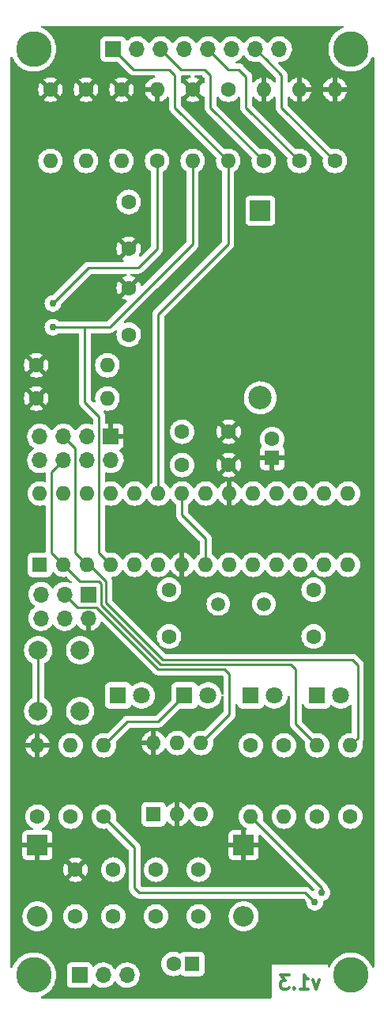
<source format=gbl>
G04 #@! TF.GenerationSoftware,KiCad,Pcbnew,6.0.7-f9a2dced07~116~ubuntu20.04.1*
G04 #@! TF.CreationDate,2022-09-25T20:21:23+02:00*
G04 #@! TF.ProjectId,Wordclock,576f7264-636c-46f6-936b-2e6b69636164,v01.3*
G04 #@! TF.SameCoordinates,Original*
G04 #@! TF.FileFunction,Copper,L2,Bot*
G04 #@! TF.FilePolarity,Positive*
%FSLAX46Y46*%
G04 Gerber Fmt 4.6, Leading zero omitted, Abs format (unit mm)*
G04 Created by KiCad (PCBNEW 6.0.7-f9a2dced07~116~ubuntu20.04.1) date 2022-09-25 20:21:23*
%MOMM*%
%LPD*%
G01*
G04 APERTURE LIST*
%ADD10C,0.300000*%
G04 #@! TA.AperFunction,NonConductor*
%ADD11C,0.300000*%
G04 #@! TD*
G04 #@! TA.AperFunction,ComponentPad*
%ADD12R,2.170000X2.170000*%
G04 #@! TD*
G04 #@! TA.AperFunction,ComponentPad*
%ADD13C,2.500000*%
G04 #@! TD*
G04 #@! TA.AperFunction,ComponentPad*
%ADD14C,1.600000*%
G04 #@! TD*
G04 #@! TA.AperFunction,ComponentPad*
%ADD15R,1.600000X1.600000*%
G04 #@! TD*
G04 #@! TA.AperFunction,ComponentPad*
%ADD16R,1.700000X1.700000*%
G04 #@! TD*
G04 #@! TA.AperFunction,ComponentPad*
%ADD17O,1.700000X1.700000*%
G04 #@! TD*
G04 #@! TA.AperFunction,ComponentPad*
%ADD18R,1.800000X1.800000*%
G04 #@! TD*
G04 #@! TA.AperFunction,ComponentPad*
%ADD19C,1.800000*%
G04 #@! TD*
G04 #@! TA.AperFunction,ComponentPad*
%ADD20O,1.600000X1.600000*%
G04 #@! TD*
G04 #@! TA.AperFunction,ComponentPad*
%ADD21C,1.500000*%
G04 #@! TD*
G04 #@! TA.AperFunction,ComponentPad*
%ADD22C,3.800000*%
G04 #@! TD*
G04 #@! TA.AperFunction,ComponentPad*
%ADD23R,2.200000X2.200000*%
G04 #@! TD*
G04 #@! TA.AperFunction,ComponentPad*
%ADD24O,2.200000X2.200000*%
G04 #@! TD*
G04 #@! TA.AperFunction,ComponentPad*
%ADD25C,2.000000*%
G04 #@! TD*
G04 #@! TA.AperFunction,ViaPad*
%ADD26C,0.762000*%
G04 #@! TD*
G04 #@! TA.AperFunction,Conductor*
%ADD27C,0.254000*%
G04 #@! TD*
G04 APERTURE END LIST*
D10*
D11*
X168529857Y-149030571D02*
X168172714Y-150030571D01*
X167815571Y-149030571D01*
X166458428Y-150030571D02*
X167315571Y-150030571D01*
X166887000Y-150030571D02*
X166887000Y-148530571D01*
X167029857Y-148744857D01*
X167172714Y-148887714D01*
X167315571Y-148959142D01*
X165815571Y-149887714D02*
X165744142Y-149959142D01*
X165815571Y-150030571D01*
X165887000Y-149959142D01*
X165815571Y-149887714D01*
X165815571Y-150030571D01*
X165244142Y-148530571D02*
X164315571Y-148530571D01*
X164815571Y-149102000D01*
X164601285Y-149102000D01*
X164458428Y-149173428D01*
X164387000Y-149244857D01*
X164315571Y-149387714D01*
X164315571Y-149744857D01*
X164387000Y-149887714D01*
X164458428Y-149959142D01*
X164601285Y-150030571D01*
X165029857Y-150030571D01*
X165172714Y-149959142D01*
X165244142Y-149887714D01*
D12*
X162179000Y-66802000D03*
D13*
X162179000Y-86802000D03*
D14*
X142367000Y-142240000D03*
X142367000Y-137240000D03*
X155575000Y-142240000D03*
X155575000Y-137240000D03*
X146431000Y-137240000D03*
X146431000Y-142240000D03*
D15*
X163449000Y-93218000D03*
D14*
X163449000Y-91218000D03*
D15*
X154887000Y-147320000D03*
D14*
X152887000Y-147320000D03*
X151003000Y-137240000D03*
X151003000Y-142240000D03*
X152400000Y-112315000D03*
X152400000Y-107315000D03*
X167894000Y-112315000D03*
X167894000Y-107315000D03*
X148082000Y-70866000D03*
X148082000Y-65866000D03*
X148082000Y-75057000D03*
X148082000Y-80057000D03*
D16*
X146431000Y-49524000D03*
D17*
X148971000Y-49524000D03*
X151511000Y-49524000D03*
X154051000Y-49524000D03*
X156591000Y-49524000D03*
X159131000Y-49524000D03*
X161671000Y-49524000D03*
X164211000Y-49524000D03*
D18*
X168275000Y-118618000D03*
D19*
X170815000Y-118618000D03*
D18*
X146939000Y-118618000D03*
D19*
X149479000Y-118618000D03*
D14*
X138303000Y-131572000D03*
D20*
X138303000Y-123952000D03*
D14*
X145415000Y-131572000D03*
D20*
X145415000Y-123952000D03*
D14*
X161163000Y-123952000D03*
D20*
X161163000Y-131572000D03*
D14*
X168275000Y-131572000D03*
D20*
X168275000Y-123952000D03*
D14*
X171831000Y-131572000D03*
D20*
X171831000Y-123952000D03*
D14*
X141859000Y-131572000D03*
D20*
X141859000Y-123952000D03*
D14*
X164719000Y-123952000D03*
D20*
X164719000Y-131572000D03*
D14*
X138176000Y-86868000D03*
D20*
X145796000Y-86868000D03*
D14*
X138176000Y-83312000D03*
D20*
X145796000Y-83312000D03*
D18*
X161163000Y-118618000D03*
D19*
X163703000Y-118618000D03*
D15*
X150749000Y-131318000D03*
D20*
X153289000Y-131318000D03*
X155829000Y-131318000D03*
X155829000Y-123698000D03*
X153289000Y-123698000D03*
X150749000Y-123698000D03*
D18*
X154051000Y-118618000D03*
D19*
X156591000Y-118618000D03*
D21*
X157680000Y-108839000D03*
X162560000Y-108839000D03*
D22*
X137887000Y-148524000D03*
X171887000Y-148524000D03*
X171887000Y-49524000D03*
D23*
X138303000Y-134620000D03*
D24*
X138303000Y-142240000D03*
D23*
X160401000Y-134620000D03*
D24*
X160401000Y-142240000D03*
D16*
X142807000Y-148524000D03*
D17*
X145347000Y-148524000D03*
X147887000Y-148524000D03*
D15*
X138557000Y-104648000D03*
D20*
X141097000Y-104648000D03*
X143637000Y-104648000D03*
X146177000Y-104648000D03*
X148717000Y-104648000D03*
X151257000Y-104648000D03*
X153797000Y-104648000D03*
X156337000Y-104648000D03*
X158877000Y-104648000D03*
X161417000Y-104648000D03*
X163957000Y-104648000D03*
X166497000Y-104648000D03*
X169037000Y-104648000D03*
X171577000Y-104648000D03*
X171577000Y-97028000D03*
X169037000Y-97028000D03*
X166497000Y-97028000D03*
X163957000Y-97028000D03*
X161417000Y-97028000D03*
X158877000Y-97028000D03*
X156337000Y-97028000D03*
X153797000Y-97028000D03*
X151257000Y-97028000D03*
X148717000Y-97028000D03*
X146177000Y-97028000D03*
X143637000Y-97028000D03*
X141097000Y-97028000D03*
X138557000Y-97028000D03*
D14*
X153797000Y-90424000D03*
X158797000Y-90424000D03*
X139700000Y-53848000D03*
D20*
X139700000Y-61468000D03*
D14*
X154940000Y-53848000D03*
D20*
X154940000Y-61468000D03*
D14*
X151130000Y-61468000D03*
D20*
X151130000Y-53848000D03*
D14*
X143510000Y-53848000D03*
D20*
X143510000Y-61468000D03*
D14*
X166370000Y-61468000D03*
D20*
X166370000Y-53848000D03*
D14*
X162560000Y-61468000D03*
D20*
X162560000Y-53848000D03*
D14*
X170180000Y-61468000D03*
D20*
X170180000Y-53848000D03*
D22*
X137887000Y-49524000D03*
D14*
X147320000Y-53848000D03*
D20*
X147320000Y-61468000D03*
D25*
X138375000Y-120292000D03*
X138375000Y-113792000D03*
X142875000Y-113792000D03*
X142875000Y-120292000D03*
D16*
X143764000Y-107823000D03*
D17*
X143764000Y-110363000D03*
X141224000Y-107823000D03*
X141224000Y-110363000D03*
X138684000Y-107823000D03*
X138684000Y-110363000D03*
D14*
X153797000Y-93980000D03*
X158797000Y-93980000D03*
D16*
X146177000Y-90932000D03*
D17*
X146177000Y-93472000D03*
X143637000Y-90932000D03*
X143637000Y-93472000D03*
X141097000Y-90932000D03*
X141097000Y-93472000D03*
X138557000Y-90932000D03*
X138557000Y-93472000D03*
D14*
X158750000Y-53848000D03*
D20*
X158750000Y-61468000D03*
D26*
X168021000Y-140716000D03*
X168783000Y-139700000D03*
X139954000Y-79248000D03*
X166751000Y-140716000D03*
X170053000Y-136906000D03*
X139954000Y-77978000D03*
X139954000Y-76708000D03*
D27*
X153797000Y-97028000D02*
X153797000Y-99314000D01*
X153797000Y-99314000D02*
X156337000Y-101854000D01*
X156337000Y-101854000D02*
X156337000Y-104648000D01*
X158750000Y-70358000D02*
X151257000Y-77851000D01*
X153035000Y-55753000D02*
X153035000Y-52324000D01*
X151257000Y-77851000D02*
X151257000Y-97028000D01*
X152400000Y-51689000D02*
X148596000Y-51689000D01*
X158750000Y-61468000D02*
X158750000Y-70358000D01*
X158750000Y-61468000D02*
X153035000Y-55753000D01*
X148596000Y-51689000D02*
X146431000Y-49524000D01*
X153035000Y-52324000D02*
X152400000Y-51689000D01*
X151511000Y-49524000D02*
X153676000Y-51689000D01*
X156845000Y-52324000D02*
X156845000Y-55753000D01*
X153676000Y-51689000D02*
X156210000Y-51689000D01*
X156845000Y-55753000D02*
X162560000Y-61468000D01*
X156210000Y-51689000D02*
X156845000Y-52324000D01*
X164465000Y-55753000D02*
X170180000Y-61468000D01*
X161671000Y-49524000D02*
X162800400Y-50653400D01*
X162800400Y-50659400D02*
X164465000Y-52324000D01*
X164465000Y-52324000D02*
X164465000Y-55753000D01*
X162800400Y-50653400D02*
X162800400Y-50659400D01*
X151257000Y-115824000D02*
X158369000Y-115824000D01*
X155829000Y-123698000D02*
X158877000Y-120650000D01*
X158877000Y-116332000D02*
X158369000Y-115824000D01*
X158877000Y-120650000D02*
X158877000Y-116332000D01*
X141224000Y-107823000D02*
X142621000Y-109220000D01*
X144653000Y-109220000D02*
X151257000Y-115824000D01*
X142621000Y-109220000D02*
X144653000Y-109220000D01*
X149225000Y-139700000D02*
X167005000Y-139700000D01*
X145415000Y-131572000D02*
X148717000Y-134874000D01*
X148717000Y-134874000D02*
X148717000Y-139192000D01*
X148717000Y-139192000D02*
X149225000Y-139700000D01*
X168021000Y-140716000D02*
X167005000Y-139700000D01*
X168783000Y-139192000D02*
X168783000Y-139700000D01*
X161163000Y-131572000D02*
X168783000Y-139192000D01*
X139827000Y-103378000D02*
X139827000Y-94742000D01*
X142875000Y-106426000D02*
X144840250Y-106426000D01*
X141097000Y-104648000D02*
X139827000Y-103378000D01*
X145127625Y-108932625D02*
X151511000Y-115316000D01*
X165481000Y-115316000D02*
X165989000Y-115824000D01*
X139827000Y-94742000D02*
X141097000Y-93472000D01*
X165989000Y-115824000D02*
X165989000Y-121666000D01*
X141097000Y-104648000D02*
X142875000Y-106426000D01*
X145127625Y-106713375D02*
X145127625Y-108932625D01*
X151511000Y-115316000D02*
X165481000Y-115316000D01*
X144840250Y-106426000D02*
X145127625Y-106713375D01*
X165989000Y-121666000D02*
X168275000Y-123952000D01*
X145669000Y-106426000D02*
X145669000Y-108712000D01*
X145669000Y-108712000D02*
X151765000Y-114808000D01*
X143891000Y-104648000D02*
X145669000Y-106426000D01*
X172630999Y-115353999D02*
X172630999Y-123152001D01*
X141097000Y-90932000D02*
X142367000Y-92202000D01*
X142367000Y-103378000D02*
X143637000Y-104648000D01*
X142367000Y-92202000D02*
X142367000Y-103378000D01*
X172630999Y-123152001D02*
X171831000Y-123952000D01*
X143637000Y-104648000D02*
X143891000Y-104648000D01*
X172085000Y-114808000D02*
X172630999Y-115353999D01*
X151765000Y-114808000D02*
X172085000Y-114808000D01*
X146177000Y-104648000D02*
X144907000Y-103378000D01*
X139954000Y-79248000D02*
X143129000Y-79248000D01*
X144907000Y-88773000D02*
X143383000Y-87249000D01*
X154940000Y-61468000D02*
X154940000Y-70358000D01*
X144907000Y-103378000D02*
X144907000Y-88773000D01*
X146050000Y-79248000D02*
X143129000Y-79248000D01*
X143129000Y-79248000D02*
X143383000Y-79248000D01*
X143383000Y-87249000D02*
X143383000Y-79248000D01*
X154940000Y-70358000D02*
X146050000Y-79248000D01*
X159893000Y-51689000D02*
X158756000Y-51689000D01*
X158756000Y-51689000D02*
X156591000Y-49524000D01*
X166370000Y-61468000D02*
X160655000Y-55753000D01*
X160655000Y-52451000D02*
X159893000Y-51689000D01*
X160655000Y-55753000D02*
X160655000Y-52451000D01*
X147955000Y-121412000D02*
X151257000Y-121412000D01*
X145415000Y-123952000D02*
X147955000Y-121412000D01*
X151257000Y-121412000D02*
X154051000Y-118618000D01*
X145161000Y-77978000D02*
X148082000Y-75057000D01*
X139954000Y-77978000D02*
X145161000Y-77978000D01*
X138375000Y-120292000D02*
X138375000Y-113792000D01*
X139954000Y-76708000D02*
X143764000Y-72898000D01*
X149098000Y-72898000D02*
X151130000Y-70866000D01*
X143764000Y-72898000D02*
X149098000Y-72898000D01*
X151130000Y-70866000D02*
X151130000Y-61468000D01*
G04 #@! TA.AperFunction,Conductor*
G36*
X171044792Y-47052502D02*
G01*
X171091285Y-47106158D01*
X171101389Y-47176432D01*
X171071895Y-47241012D01*
X171023055Y-47275652D01*
X170863157Y-47338960D01*
X170863152Y-47338962D01*
X170859483Y-47340415D01*
X170593910Y-47486416D01*
X170348729Y-47664550D01*
X170127808Y-47872008D01*
X169934630Y-48105520D01*
X169772242Y-48361402D01*
X169737279Y-48435703D01*
X169650068Y-48621037D01*
X169643206Y-48635619D01*
X169549555Y-48923846D01*
X169492767Y-49221538D01*
X169473738Y-49524000D01*
X169492767Y-49826462D01*
X169549555Y-50124154D01*
X169643206Y-50412381D01*
X169644893Y-50415967D01*
X169644895Y-50415971D01*
X169681627Y-50494031D01*
X169772242Y-50686598D01*
X169934630Y-50942480D01*
X169937149Y-50945525D01*
X169937152Y-50945529D01*
X169972902Y-50988743D01*
X170127808Y-51175992D01*
X170348729Y-51383450D01*
X170593910Y-51561584D01*
X170859483Y-51707585D01*
X170863152Y-51709038D01*
X170863157Y-51709040D01*
X171137591Y-51817696D01*
X171141261Y-51819149D01*
X171434800Y-51894516D01*
X171735470Y-51932500D01*
X172038530Y-51932500D01*
X172339200Y-51894516D01*
X172632739Y-51819149D01*
X172636409Y-51817696D01*
X172910843Y-51709040D01*
X172910848Y-51709038D01*
X172914517Y-51707585D01*
X173180090Y-51561584D01*
X173425271Y-51383450D01*
X173646192Y-51175992D01*
X173801098Y-50988743D01*
X173836848Y-50945529D01*
X173836851Y-50945525D01*
X173839370Y-50942480D01*
X174001758Y-50686598D01*
X174092373Y-50494031D01*
X174129105Y-50415971D01*
X174129107Y-50415967D01*
X174130794Y-50412381D01*
X174132668Y-50406614D01*
X174133004Y-50406123D01*
X174133475Y-50404933D01*
X174133745Y-50405040D01*
X174172743Y-50348009D01*
X174238140Y-50320374D01*
X174308097Y-50332482D01*
X174360402Y-50380490D01*
X174378500Y-50445553D01*
X174378500Y-147602447D01*
X174358498Y-147670568D01*
X174304842Y-147717061D01*
X174234568Y-147727165D01*
X174169988Y-147697671D01*
X174133719Y-147642971D01*
X174133475Y-147643067D01*
X174133019Y-147641915D01*
X174132668Y-147641386D01*
X174132021Y-147639394D01*
X174132019Y-147639388D01*
X174130794Y-147635619D01*
X174123933Y-147621037D01*
X174033621Y-147429115D01*
X174001758Y-147361402D01*
X173839370Y-147105520D01*
X173828114Y-147091913D01*
X173780930Y-147034879D01*
X173646192Y-146872008D01*
X173425271Y-146664550D01*
X173417279Y-146658743D01*
X173372061Y-146625891D01*
X173180090Y-146486416D01*
X173168804Y-146480211D01*
X172917986Y-146342322D01*
X172917985Y-146342321D01*
X172914517Y-146340415D01*
X172910848Y-146338962D01*
X172910843Y-146338960D01*
X172636409Y-146230304D01*
X172636408Y-146230304D01*
X172632739Y-146228851D01*
X172339200Y-146153484D01*
X172038530Y-146115500D01*
X171735470Y-146115500D01*
X171434800Y-146153484D01*
X171141261Y-146228851D01*
X171137592Y-146230304D01*
X171137591Y-146230304D01*
X170863157Y-146338960D01*
X170863152Y-146338962D01*
X170859483Y-146340415D01*
X170856015Y-146342321D01*
X170856014Y-146342322D01*
X170605197Y-146480211D01*
X170593910Y-146486416D01*
X170401939Y-146625891D01*
X170356722Y-146658743D01*
X170348729Y-146664550D01*
X170127808Y-146872008D01*
X169993070Y-147034879D01*
X169945887Y-147091913D01*
X169934630Y-147105520D01*
X169772242Y-147361402D01*
X169643206Y-147635619D01*
X169641752Y-147634935D01*
X169602126Y-147685726D01*
X169535125Y-147709206D01*
X169466065Y-147692735D01*
X169416874Y-147641542D01*
X169402643Y-147583373D01*
X169402643Y-147411000D01*
X163371357Y-147411000D01*
X163371357Y-150889500D01*
X163351355Y-150957621D01*
X163297699Y-151004114D01*
X163245357Y-151015500D01*
X138797329Y-151015500D01*
X138729208Y-150995498D01*
X138682715Y-150941842D01*
X138672611Y-150871568D01*
X138702105Y-150806988D01*
X138750945Y-150772348D01*
X138910843Y-150709040D01*
X138910848Y-150709038D01*
X138914517Y-150707585D01*
X139180090Y-150561584D01*
X139425271Y-150383450D01*
X139646192Y-150175992D01*
X139839370Y-149942480D01*
X140001758Y-149686598D01*
X140092373Y-149494031D01*
X140126205Y-149422134D01*
X141448500Y-149422134D01*
X141455255Y-149484316D01*
X141506385Y-149620705D01*
X141593739Y-149737261D01*
X141710295Y-149824615D01*
X141846684Y-149875745D01*
X141908866Y-149882500D01*
X143705134Y-149882500D01*
X143767316Y-149875745D01*
X143903705Y-149824615D01*
X144020261Y-149737261D01*
X144107615Y-149620705D01*
X144129799Y-149561529D01*
X144151598Y-149503382D01*
X144194240Y-149446618D01*
X144260802Y-149421918D01*
X144330150Y-149437126D01*
X144364817Y-149465114D01*
X144393250Y-149497938D01*
X144565126Y-149640632D01*
X144758000Y-149753338D01*
X144966692Y-149833030D01*
X144971760Y-149834061D01*
X144971763Y-149834062D01*
X145079017Y-149855883D01*
X145185597Y-149877567D01*
X145190772Y-149877757D01*
X145190774Y-149877757D01*
X145403673Y-149885564D01*
X145403677Y-149885564D01*
X145408837Y-149885753D01*
X145413957Y-149885097D01*
X145413959Y-149885097D01*
X145625288Y-149858025D01*
X145625289Y-149858025D01*
X145630416Y-149857368D01*
X145635366Y-149855883D01*
X145839429Y-149794661D01*
X145839434Y-149794659D01*
X145844384Y-149793174D01*
X146044994Y-149694896D01*
X146226860Y-149565173D01*
X146385096Y-149407489D01*
X146412464Y-149369403D01*
X146515453Y-149226077D01*
X146516776Y-149227028D01*
X146563645Y-149183857D01*
X146633580Y-149171625D01*
X146699026Y-149199144D01*
X146726875Y-149230994D01*
X146786987Y-149329088D01*
X146933250Y-149497938D01*
X147105126Y-149640632D01*
X147298000Y-149753338D01*
X147506692Y-149833030D01*
X147511760Y-149834061D01*
X147511763Y-149834062D01*
X147619017Y-149855883D01*
X147725597Y-149877567D01*
X147730772Y-149877757D01*
X147730774Y-149877757D01*
X147943673Y-149885564D01*
X147943677Y-149885564D01*
X147948837Y-149885753D01*
X147953957Y-149885097D01*
X147953959Y-149885097D01*
X148165288Y-149858025D01*
X148165289Y-149858025D01*
X148170416Y-149857368D01*
X148175366Y-149855883D01*
X148379429Y-149794661D01*
X148379434Y-149794659D01*
X148384384Y-149793174D01*
X148584994Y-149694896D01*
X148766860Y-149565173D01*
X148925096Y-149407489D01*
X148952464Y-149369403D01*
X149052435Y-149230277D01*
X149055453Y-149226077D01*
X149076320Y-149183857D01*
X149152136Y-149030453D01*
X149152137Y-149030451D01*
X149154430Y-149025811D01*
X149219370Y-148812069D01*
X149248529Y-148590590D01*
X149249473Y-148551961D01*
X149250074Y-148527365D01*
X149250074Y-148527361D01*
X149250156Y-148524000D01*
X149231852Y-148301361D01*
X149177431Y-148084702D01*
X149088354Y-147879840D01*
X149016806Y-147769243D01*
X148969822Y-147696617D01*
X148969820Y-147696614D01*
X148967014Y-147692277D01*
X148816670Y-147527051D01*
X148812619Y-147523852D01*
X148812615Y-147523848D01*
X148645414Y-147391800D01*
X148645410Y-147391798D01*
X148641359Y-147388598D01*
X148517093Y-147320000D01*
X151573502Y-147320000D01*
X151593457Y-147548087D01*
X151594881Y-147553400D01*
X151594881Y-147553402D01*
X151632216Y-147692735D01*
X151652716Y-147769243D01*
X151655039Y-147774224D01*
X151655039Y-147774225D01*
X151747151Y-147971762D01*
X151747154Y-147971767D01*
X151749477Y-147976749D01*
X151880802Y-148164300D01*
X152042700Y-148326198D01*
X152047208Y-148329355D01*
X152047211Y-148329357D01*
X152088542Y-148358297D01*
X152230251Y-148457523D01*
X152235233Y-148459846D01*
X152235238Y-148459849D01*
X152381300Y-148527958D01*
X152437757Y-148554284D01*
X152443065Y-148555706D01*
X152443067Y-148555707D01*
X152653598Y-148612119D01*
X152653600Y-148612119D01*
X152658913Y-148613543D01*
X152887000Y-148633498D01*
X153115087Y-148613543D01*
X153120400Y-148612119D01*
X153120402Y-148612119D01*
X153330933Y-148555707D01*
X153330935Y-148555706D01*
X153336243Y-148554284D01*
X153392700Y-148527958D01*
X153538762Y-148459849D01*
X153538767Y-148459846D01*
X153543749Y-148457523D01*
X153549202Y-148453705D01*
X153549686Y-148453541D01*
X153553019Y-148451617D01*
X153553406Y-148452287D01*
X153616474Y-148431012D01*
X153685335Y-148448293D01*
X153710737Y-148471002D01*
X153712008Y-148469731D01*
X153718358Y-148476081D01*
X153723739Y-148483261D01*
X153840295Y-148570615D01*
X153976684Y-148621745D01*
X154038866Y-148628500D01*
X155735134Y-148628500D01*
X155797316Y-148621745D01*
X155933705Y-148570615D01*
X156050261Y-148483261D01*
X156137615Y-148366705D01*
X156188745Y-148230316D01*
X156195500Y-148168134D01*
X156195500Y-146471866D01*
X156188745Y-146409684D01*
X156137615Y-146273295D01*
X156050261Y-146156739D01*
X155933705Y-146069385D01*
X155797316Y-146018255D01*
X155735134Y-146011500D01*
X154038866Y-146011500D01*
X153976684Y-146018255D01*
X153840295Y-146069385D01*
X153723739Y-146156739D01*
X153718358Y-146163919D01*
X153712008Y-146170269D01*
X153709768Y-146168029D01*
X153665435Y-146201171D01*
X153594616Y-146206190D01*
X153553210Y-146188051D01*
X153553019Y-146188383D01*
X153550036Y-146186661D01*
X153549203Y-146186296D01*
X153543749Y-146182477D01*
X153538767Y-146180154D01*
X153538762Y-146180151D01*
X153341225Y-146088039D01*
X153341224Y-146088039D01*
X153336243Y-146085716D01*
X153330935Y-146084294D01*
X153330933Y-146084293D01*
X153120402Y-146027881D01*
X153120400Y-146027881D01*
X153115087Y-146026457D01*
X152887000Y-146006502D01*
X152658913Y-146026457D01*
X152653600Y-146027881D01*
X152653598Y-146027881D01*
X152443067Y-146084293D01*
X152443065Y-146084294D01*
X152437757Y-146085716D01*
X152432776Y-146088039D01*
X152432775Y-146088039D01*
X152235238Y-146180151D01*
X152235233Y-146180154D01*
X152230251Y-146182477D01*
X152161947Y-146230304D01*
X152047211Y-146310643D01*
X152047208Y-146310645D01*
X152042700Y-146313802D01*
X151880802Y-146475700D01*
X151877645Y-146480208D01*
X151877643Y-146480211D01*
X151871669Y-146488743D01*
X151749477Y-146663251D01*
X151747154Y-146668233D01*
X151747151Y-146668238D01*
X151655039Y-146865775D01*
X151652716Y-146870757D01*
X151593457Y-147091913D01*
X151573502Y-147320000D01*
X148517093Y-147320000D01*
X148445789Y-147280638D01*
X148440920Y-147278914D01*
X148440916Y-147278912D01*
X148240087Y-147207795D01*
X148240083Y-147207794D01*
X148235212Y-147206069D01*
X148230119Y-147205162D01*
X148230116Y-147205161D01*
X148020373Y-147167800D01*
X148020367Y-147167799D01*
X148015284Y-147166894D01*
X147941452Y-147165992D01*
X147797081Y-147164228D01*
X147797079Y-147164228D01*
X147791911Y-147164165D01*
X147571091Y-147197955D01*
X147358756Y-147267357D01*
X147328443Y-147283137D01*
X147178098Y-147361402D01*
X147160607Y-147370507D01*
X147156474Y-147373610D01*
X147156471Y-147373612D01*
X146986100Y-147501530D01*
X146981965Y-147504635D01*
X146978393Y-147508373D01*
X146851134Y-147641542D01*
X146827629Y-147666138D01*
X146720201Y-147823621D01*
X146665293Y-147868621D01*
X146594768Y-147876792D01*
X146531021Y-147845538D01*
X146510324Y-147821054D01*
X146429822Y-147696617D01*
X146429820Y-147696614D01*
X146427014Y-147692277D01*
X146276670Y-147527051D01*
X146272619Y-147523852D01*
X146272615Y-147523848D01*
X146105414Y-147391800D01*
X146105410Y-147391798D01*
X146101359Y-147388598D01*
X145905789Y-147280638D01*
X145900920Y-147278914D01*
X145900916Y-147278912D01*
X145700087Y-147207795D01*
X145700083Y-147207794D01*
X145695212Y-147206069D01*
X145690119Y-147205162D01*
X145690116Y-147205161D01*
X145480373Y-147167800D01*
X145480367Y-147167799D01*
X145475284Y-147166894D01*
X145401452Y-147165992D01*
X145257081Y-147164228D01*
X145257079Y-147164228D01*
X145251911Y-147164165D01*
X145031091Y-147197955D01*
X144818756Y-147267357D01*
X144788443Y-147283137D01*
X144638098Y-147361402D01*
X144620607Y-147370507D01*
X144616474Y-147373610D01*
X144616471Y-147373612D01*
X144446100Y-147501530D01*
X144441965Y-147504635D01*
X144385537Y-147563684D01*
X144361283Y-147589064D01*
X144299759Y-147624494D01*
X144228846Y-147621037D01*
X144171060Y-147579791D01*
X144152207Y-147546243D01*
X144110767Y-147435703D01*
X144107615Y-147427295D01*
X144020261Y-147310739D01*
X143903705Y-147223385D01*
X143767316Y-147172255D01*
X143705134Y-147165500D01*
X141908866Y-147165500D01*
X141846684Y-147172255D01*
X141710295Y-147223385D01*
X141593739Y-147310739D01*
X141506385Y-147427295D01*
X141455255Y-147563684D01*
X141448500Y-147625866D01*
X141448500Y-149422134D01*
X140126205Y-149422134D01*
X140129105Y-149415971D01*
X140129107Y-149415967D01*
X140130794Y-149412381D01*
X140144759Y-149369403D01*
X140223218Y-149127930D01*
X140224445Y-149124154D01*
X140281233Y-148826462D01*
X140300262Y-148524000D01*
X140281233Y-148221538D01*
X140224445Y-147923846D01*
X140130794Y-147635619D01*
X140123933Y-147621037D01*
X140033621Y-147429115D01*
X140001758Y-147361402D01*
X139839370Y-147105520D01*
X139828114Y-147091913D01*
X139780930Y-147034879D01*
X139646192Y-146872008D01*
X139425271Y-146664550D01*
X139417279Y-146658743D01*
X139372061Y-146625891D01*
X139180090Y-146486416D01*
X139168804Y-146480211D01*
X138917986Y-146342322D01*
X138917985Y-146342321D01*
X138914517Y-146340415D01*
X138910848Y-146338962D01*
X138910843Y-146338960D01*
X138636409Y-146230304D01*
X138636408Y-146230304D01*
X138632739Y-146228851D01*
X138339200Y-146153484D01*
X138038530Y-146115500D01*
X137735470Y-146115500D01*
X137434800Y-146153484D01*
X137141261Y-146228851D01*
X137137592Y-146230304D01*
X137137591Y-146230304D01*
X136863157Y-146338960D01*
X136863152Y-146338962D01*
X136859483Y-146340415D01*
X136856015Y-146342321D01*
X136856014Y-146342322D01*
X136605197Y-146480211D01*
X136593910Y-146486416D01*
X136401939Y-146625891D01*
X136356722Y-146658743D01*
X136348729Y-146664550D01*
X136127808Y-146872008D01*
X135993070Y-147034879D01*
X135945887Y-147091913D01*
X135934630Y-147105520D01*
X135772242Y-147361402D01*
X135740379Y-147429115D01*
X135650068Y-147621037D01*
X135643206Y-147635619D01*
X135641981Y-147639388D01*
X135641979Y-147639394D01*
X135641332Y-147641386D01*
X135640996Y-147641877D01*
X135640525Y-147643067D01*
X135640255Y-147642960D01*
X135601257Y-147699991D01*
X135535860Y-147727626D01*
X135465903Y-147715518D01*
X135413598Y-147667510D01*
X135395500Y-147602447D01*
X135395500Y-142240000D01*
X136689526Y-142240000D01*
X136709391Y-142492403D01*
X136768495Y-142738591D01*
X136865384Y-142972502D01*
X136997672Y-143188376D01*
X137162102Y-143380898D01*
X137354624Y-143545328D01*
X137570498Y-143677616D01*
X137575068Y-143679509D01*
X137575072Y-143679511D01*
X137799836Y-143772611D01*
X137804409Y-143774505D01*
X137889032Y-143794821D01*
X138045784Y-143832454D01*
X138045790Y-143832455D01*
X138050597Y-143833609D01*
X138303000Y-143853474D01*
X138555403Y-143833609D01*
X138560210Y-143832455D01*
X138560216Y-143832454D01*
X138716968Y-143794821D01*
X138801591Y-143774505D01*
X138806164Y-143772611D01*
X139030928Y-143679511D01*
X139030932Y-143679509D01*
X139035502Y-143677616D01*
X139251376Y-143545328D01*
X139443898Y-143380898D01*
X139608328Y-143188376D01*
X139740616Y-142972502D01*
X139837505Y-142738591D01*
X139896609Y-142492403D01*
X139916474Y-142240000D01*
X141053502Y-142240000D01*
X141073457Y-142468087D01*
X141132716Y-142689243D01*
X141135039Y-142694224D01*
X141135039Y-142694225D01*
X141227151Y-142891762D01*
X141227154Y-142891767D01*
X141229477Y-142896749D01*
X141360802Y-143084300D01*
X141522700Y-143246198D01*
X141527208Y-143249355D01*
X141527211Y-143249357D01*
X141605389Y-143304098D01*
X141710251Y-143377523D01*
X141715233Y-143379846D01*
X141715238Y-143379849D01*
X141912775Y-143471961D01*
X141917757Y-143474284D01*
X141923065Y-143475706D01*
X141923067Y-143475707D01*
X142133598Y-143532119D01*
X142133600Y-143532119D01*
X142138913Y-143533543D01*
X142367000Y-143553498D01*
X142595087Y-143533543D01*
X142600400Y-143532119D01*
X142600402Y-143532119D01*
X142810933Y-143475707D01*
X142810935Y-143475706D01*
X142816243Y-143474284D01*
X142821225Y-143471961D01*
X143018762Y-143379849D01*
X143018767Y-143379846D01*
X143023749Y-143377523D01*
X143128611Y-143304098D01*
X143206789Y-143249357D01*
X143206792Y-143249355D01*
X143211300Y-143246198D01*
X143373198Y-143084300D01*
X143504523Y-142896749D01*
X143506846Y-142891767D01*
X143506849Y-142891762D01*
X143598961Y-142694225D01*
X143598961Y-142694224D01*
X143601284Y-142689243D01*
X143660543Y-142468087D01*
X143680498Y-142240000D01*
X145117502Y-142240000D01*
X145137457Y-142468087D01*
X145196716Y-142689243D01*
X145199039Y-142694224D01*
X145199039Y-142694225D01*
X145291151Y-142891762D01*
X145291154Y-142891767D01*
X145293477Y-142896749D01*
X145424802Y-143084300D01*
X145586700Y-143246198D01*
X145591208Y-143249355D01*
X145591211Y-143249357D01*
X145669389Y-143304098D01*
X145774251Y-143377523D01*
X145779233Y-143379846D01*
X145779238Y-143379849D01*
X145976775Y-143471961D01*
X145981757Y-143474284D01*
X145987065Y-143475706D01*
X145987067Y-143475707D01*
X146197598Y-143532119D01*
X146197600Y-143532119D01*
X146202913Y-143533543D01*
X146431000Y-143553498D01*
X146659087Y-143533543D01*
X146664400Y-143532119D01*
X146664402Y-143532119D01*
X146874933Y-143475707D01*
X146874935Y-143475706D01*
X146880243Y-143474284D01*
X146885225Y-143471961D01*
X147082762Y-143379849D01*
X147082767Y-143379846D01*
X147087749Y-143377523D01*
X147192611Y-143304098D01*
X147270789Y-143249357D01*
X147270792Y-143249355D01*
X147275300Y-143246198D01*
X147437198Y-143084300D01*
X147568523Y-142896749D01*
X147570846Y-142891767D01*
X147570849Y-142891762D01*
X147662961Y-142694225D01*
X147662961Y-142694224D01*
X147665284Y-142689243D01*
X147724543Y-142468087D01*
X147744498Y-142240000D01*
X149689502Y-142240000D01*
X149709457Y-142468087D01*
X149768716Y-142689243D01*
X149771039Y-142694224D01*
X149771039Y-142694225D01*
X149863151Y-142891762D01*
X149863154Y-142891767D01*
X149865477Y-142896749D01*
X149996802Y-143084300D01*
X150158700Y-143246198D01*
X150163208Y-143249355D01*
X150163211Y-143249357D01*
X150241389Y-143304098D01*
X150346251Y-143377523D01*
X150351233Y-143379846D01*
X150351238Y-143379849D01*
X150548775Y-143471961D01*
X150553757Y-143474284D01*
X150559065Y-143475706D01*
X150559067Y-143475707D01*
X150769598Y-143532119D01*
X150769600Y-143532119D01*
X150774913Y-143533543D01*
X151003000Y-143553498D01*
X151231087Y-143533543D01*
X151236400Y-143532119D01*
X151236402Y-143532119D01*
X151446933Y-143475707D01*
X151446935Y-143475706D01*
X151452243Y-143474284D01*
X151457225Y-143471961D01*
X151654762Y-143379849D01*
X151654767Y-143379846D01*
X151659749Y-143377523D01*
X151764611Y-143304098D01*
X151842789Y-143249357D01*
X151842792Y-143249355D01*
X151847300Y-143246198D01*
X152009198Y-143084300D01*
X152140523Y-142896749D01*
X152142846Y-142891767D01*
X152142849Y-142891762D01*
X152234961Y-142694225D01*
X152234961Y-142694224D01*
X152237284Y-142689243D01*
X152296543Y-142468087D01*
X152316498Y-142240000D01*
X154261502Y-142240000D01*
X154281457Y-142468087D01*
X154340716Y-142689243D01*
X154343039Y-142694224D01*
X154343039Y-142694225D01*
X154435151Y-142891762D01*
X154435154Y-142891767D01*
X154437477Y-142896749D01*
X154568802Y-143084300D01*
X154730700Y-143246198D01*
X154735208Y-143249355D01*
X154735211Y-143249357D01*
X154813389Y-143304098D01*
X154918251Y-143377523D01*
X154923233Y-143379846D01*
X154923238Y-143379849D01*
X155120775Y-143471961D01*
X155125757Y-143474284D01*
X155131065Y-143475706D01*
X155131067Y-143475707D01*
X155341598Y-143532119D01*
X155341600Y-143532119D01*
X155346913Y-143533543D01*
X155575000Y-143553498D01*
X155803087Y-143533543D01*
X155808400Y-143532119D01*
X155808402Y-143532119D01*
X156018933Y-143475707D01*
X156018935Y-143475706D01*
X156024243Y-143474284D01*
X156029225Y-143471961D01*
X156226762Y-143379849D01*
X156226767Y-143379846D01*
X156231749Y-143377523D01*
X156336611Y-143304098D01*
X156414789Y-143249357D01*
X156414792Y-143249355D01*
X156419300Y-143246198D01*
X156581198Y-143084300D01*
X156712523Y-142896749D01*
X156714846Y-142891767D01*
X156714849Y-142891762D01*
X156806961Y-142694225D01*
X156806961Y-142694224D01*
X156809284Y-142689243D01*
X156868543Y-142468087D01*
X156888498Y-142240000D01*
X158787526Y-142240000D01*
X158807391Y-142492403D01*
X158866495Y-142738591D01*
X158963384Y-142972502D01*
X159095672Y-143188376D01*
X159260102Y-143380898D01*
X159452624Y-143545328D01*
X159668498Y-143677616D01*
X159673068Y-143679509D01*
X159673072Y-143679511D01*
X159897836Y-143772611D01*
X159902409Y-143774505D01*
X159987032Y-143794821D01*
X160143784Y-143832454D01*
X160143790Y-143832455D01*
X160148597Y-143833609D01*
X160401000Y-143853474D01*
X160653403Y-143833609D01*
X160658210Y-143832455D01*
X160658216Y-143832454D01*
X160814968Y-143794821D01*
X160899591Y-143774505D01*
X160904164Y-143772611D01*
X161128928Y-143679511D01*
X161128932Y-143679509D01*
X161133502Y-143677616D01*
X161349376Y-143545328D01*
X161541898Y-143380898D01*
X161706328Y-143188376D01*
X161838616Y-142972502D01*
X161935505Y-142738591D01*
X161994609Y-142492403D01*
X162014474Y-142240000D01*
X161994609Y-141987597D01*
X161935505Y-141741409D01*
X161879210Y-141605500D01*
X161840511Y-141512072D01*
X161840509Y-141512068D01*
X161838616Y-141507498D01*
X161706328Y-141291624D01*
X161541898Y-141099102D01*
X161349376Y-140934672D01*
X161133502Y-140802384D01*
X161128932Y-140800491D01*
X161128928Y-140800489D01*
X160904164Y-140707389D01*
X160904162Y-140707388D01*
X160899591Y-140705495D01*
X160814968Y-140685179D01*
X160658216Y-140647546D01*
X160658210Y-140647545D01*
X160653403Y-140646391D01*
X160401000Y-140626526D01*
X160148597Y-140646391D01*
X160143790Y-140647545D01*
X160143784Y-140647546D01*
X159987032Y-140685179D01*
X159902409Y-140705495D01*
X159897838Y-140707388D01*
X159897836Y-140707389D01*
X159673072Y-140800489D01*
X159673068Y-140800491D01*
X159668498Y-140802384D01*
X159452624Y-140934672D01*
X159260102Y-141099102D01*
X159095672Y-141291624D01*
X158963384Y-141507498D01*
X158961491Y-141512068D01*
X158961489Y-141512072D01*
X158922790Y-141605500D01*
X158866495Y-141741409D01*
X158807391Y-141987597D01*
X158787526Y-142240000D01*
X156888498Y-142240000D01*
X156868543Y-142011913D01*
X156809284Y-141790757D01*
X156786273Y-141741409D01*
X156714849Y-141588238D01*
X156714846Y-141588233D01*
X156712523Y-141583251D01*
X156581198Y-141395700D01*
X156419300Y-141233802D01*
X156414792Y-141230645D01*
X156414789Y-141230643D01*
X156336611Y-141175902D01*
X156231749Y-141102477D01*
X156226767Y-141100154D01*
X156226762Y-141100151D01*
X156029225Y-141008039D01*
X156029224Y-141008039D01*
X156024243Y-141005716D01*
X156018935Y-141004294D01*
X156018933Y-141004293D01*
X155808402Y-140947881D01*
X155808400Y-140947881D01*
X155803087Y-140946457D01*
X155575000Y-140926502D01*
X155346913Y-140946457D01*
X155341600Y-140947881D01*
X155341598Y-140947881D01*
X155131067Y-141004293D01*
X155131065Y-141004294D01*
X155125757Y-141005716D01*
X155120776Y-141008039D01*
X155120775Y-141008039D01*
X154923238Y-141100151D01*
X154923233Y-141100154D01*
X154918251Y-141102477D01*
X154813389Y-141175902D01*
X154735211Y-141230643D01*
X154735208Y-141230645D01*
X154730700Y-141233802D01*
X154568802Y-141395700D01*
X154437477Y-141583251D01*
X154435154Y-141588233D01*
X154435151Y-141588238D01*
X154363727Y-141741409D01*
X154340716Y-141790757D01*
X154281457Y-142011913D01*
X154261502Y-142240000D01*
X152316498Y-142240000D01*
X152296543Y-142011913D01*
X152237284Y-141790757D01*
X152214273Y-141741409D01*
X152142849Y-141588238D01*
X152142846Y-141588233D01*
X152140523Y-141583251D01*
X152009198Y-141395700D01*
X151847300Y-141233802D01*
X151842792Y-141230645D01*
X151842789Y-141230643D01*
X151764611Y-141175902D01*
X151659749Y-141102477D01*
X151654767Y-141100154D01*
X151654762Y-141100151D01*
X151457225Y-141008039D01*
X151457224Y-141008039D01*
X151452243Y-141005716D01*
X151446935Y-141004294D01*
X151446933Y-141004293D01*
X151236402Y-140947881D01*
X151236400Y-140947881D01*
X151231087Y-140946457D01*
X151003000Y-140926502D01*
X150774913Y-140946457D01*
X150769600Y-140947881D01*
X150769598Y-140947881D01*
X150559067Y-141004293D01*
X150559065Y-141004294D01*
X150553757Y-141005716D01*
X150548776Y-141008039D01*
X150548775Y-141008039D01*
X150351238Y-141100151D01*
X150351233Y-141100154D01*
X150346251Y-141102477D01*
X150241389Y-141175902D01*
X150163211Y-141230643D01*
X150163208Y-141230645D01*
X150158700Y-141233802D01*
X149996802Y-141395700D01*
X149865477Y-141583251D01*
X149863154Y-141588233D01*
X149863151Y-141588238D01*
X149791727Y-141741409D01*
X149768716Y-141790757D01*
X149709457Y-142011913D01*
X149689502Y-142240000D01*
X147744498Y-142240000D01*
X147724543Y-142011913D01*
X147665284Y-141790757D01*
X147642273Y-141741409D01*
X147570849Y-141588238D01*
X147570846Y-141588233D01*
X147568523Y-141583251D01*
X147437198Y-141395700D01*
X147275300Y-141233802D01*
X147270792Y-141230645D01*
X147270789Y-141230643D01*
X147192611Y-141175902D01*
X147087749Y-141102477D01*
X147082767Y-141100154D01*
X147082762Y-141100151D01*
X146885225Y-141008039D01*
X146885224Y-141008039D01*
X146880243Y-141005716D01*
X146874935Y-141004294D01*
X146874933Y-141004293D01*
X146664402Y-140947881D01*
X146664400Y-140947881D01*
X146659087Y-140946457D01*
X146431000Y-140926502D01*
X146202913Y-140946457D01*
X146197600Y-140947881D01*
X146197598Y-140947881D01*
X145987067Y-141004293D01*
X145987065Y-141004294D01*
X145981757Y-141005716D01*
X145976776Y-141008039D01*
X145976775Y-141008039D01*
X145779238Y-141100151D01*
X145779233Y-141100154D01*
X145774251Y-141102477D01*
X145669389Y-141175902D01*
X145591211Y-141230643D01*
X145591208Y-141230645D01*
X145586700Y-141233802D01*
X145424802Y-141395700D01*
X145293477Y-141583251D01*
X145291154Y-141588233D01*
X145291151Y-141588238D01*
X145219727Y-141741409D01*
X145196716Y-141790757D01*
X145137457Y-142011913D01*
X145117502Y-142240000D01*
X143680498Y-142240000D01*
X143660543Y-142011913D01*
X143601284Y-141790757D01*
X143578273Y-141741409D01*
X143506849Y-141588238D01*
X143506846Y-141588233D01*
X143504523Y-141583251D01*
X143373198Y-141395700D01*
X143211300Y-141233802D01*
X143206792Y-141230645D01*
X143206789Y-141230643D01*
X143128611Y-141175902D01*
X143023749Y-141102477D01*
X143018767Y-141100154D01*
X143018762Y-141100151D01*
X142821225Y-141008039D01*
X142821224Y-141008039D01*
X142816243Y-141005716D01*
X142810935Y-141004294D01*
X142810933Y-141004293D01*
X142600402Y-140947881D01*
X142600400Y-140947881D01*
X142595087Y-140946457D01*
X142367000Y-140926502D01*
X142138913Y-140946457D01*
X142133600Y-140947881D01*
X142133598Y-140947881D01*
X141923067Y-141004293D01*
X141923065Y-141004294D01*
X141917757Y-141005716D01*
X141912776Y-141008039D01*
X141912775Y-141008039D01*
X141715238Y-141100151D01*
X141715233Y-141100154D01*
X141710251Y-141102477D01*
X141605389Y-141175902D01*
X141527211Y-141230643D01*
X141527208Y-141230645D01*
X141522700Y-141233802D01*
X141360802Y-141395700D01*
X141229477Y-141583251D01*
X141227154Y-141588233D01*
X141227151Y-141588238D01*
X141155727Y-141741409D01*
X141132716Y-141790757D01*
X141073457Y-142011913D01*
X141053502Y-142240000D01*
X139916474Y-142240000D01*
X139896609Y-141987597D01*
X139837505Y-141741409D01*
X139781210Y-141605500D01*
X139742511Y-141512072D01*
X139742509Y-141512068D01*
X139740616Y-141507498D01*
X139608328Y-141291624D01*
X139443898Y-141099102D01*
X139251376Y-140934672D01*
X139035502Y-140802384D01*
X139030932Y-140800491D01*
X139030928Y-140800489D01*
X138806164Y-140707389D01*
X138806162Y-140707388D01*
X138801591Y-140705495D01*
X138716968Y-140685179D01*
X138560216Y-140647546D01*
X138560210Y-140647545D01*
X138555403Y-140646391D01*
X138303000Y-140626526D01*
X138050597Y-140646391D01*
X138045790Y-140647545D01*
X138045784Y-140647546D01*
X137889032Y-140685179D01*
X137804409Y-140705495D01*
X137799838Y-140707388D01*
X137799836Y-140707389D01*
X137575072Y-140800489D01*
X137575068Y-140800491D01*
X137570498Y-140802384D01*
X137354624Y-140934672D01*
X137162102Y-141099102D01*
X136997672Y-141291624D01*
X136865384Y-141507498D01*
X136863491Y-141512068D01*
X136863489Y-141512072D01*
X136824790Y-141605500D01*
X136768495Y-141741409D01*
X136709391Y-141987597D01*
X136689526Y-142240000D01*
X135395500Y-142240000D01*
X135395500Y-138326062D01*
X141645493Y-138326062D01*
X141654789Y-138338077D01*
X141705994Y-138373931D01*
X141715489Y-138379414D01*
X141912947Y-138471490D01*
X141923239Y-138475236D01*
X142133688Y-138531625D01*
X142144481Y-138533528D01*
X142361525Y-138552517D01*
X142372475Y-138552517D01*
X142589519Y-138533528D01*
X142600312Y-138531625D01*
X142810761Y-138475236D01*
X142821053Y-138471490D01*
X143018511Y-138379414D01*
X143028006Y-138373931D01*
X143080048Y-138337491D01*
X143088424Y-138327012D01*
X143081356Y-138313566D01*
X142379812Y-137612022D01*
X142365868Y-137604408D01*
X142364035Y-137604539D01*
X142357420Y-137608790D01*
X141651923Y-138314287D01*
X141645493Y-138326062D01*
X135395500Y-138326062D01*
X135395500Y-137245475D01*
X141054483Y-137245475D01*
X141073472Y-137462519D01*
X141075375Y-137473312D01*
X141131764Y-137683761D01*
X141135510Y-137694053D01*
X141227586Y-137891511D01*
X141233069Y-137901006D01*
X141269509Y-137953048D01*
X141279988Y-137961424D01*
X141293434Y-137954356D01*
X141994978Y-137252812D01*
X142001356Y-137241132D01*
X142731408Y-137241132D01*
X142731539Y-137242965D01*
X142735790Y-137249580D01*
X143441287Y-137955077D01*
X143453062Y-137961507D01*
X143465077Y-137952211D01*
X143500931Y-137901006D01*
X143506414Y-137891511D01*
X143598490Y-137694053D01*
X143602236Y-137683761D01*
X143658625Y-137473312D01*
X143660528Y-137462519D01*
X143679517Y-137245475D01*
X143679517Y-137240000D01*
X145117502Y-137240000D01*
X145137457Y-137468087D01*
X145138881Y-137473400D01*
X145138881Y-137473402D01*
X145176025Y-137612022D01*
X145196716Y-137689243D01*
X145199039Y-137694224D01*
X145199039Y-137694225D01*
X145291151Y-137891762D01*
X145291154Y-137891767D01*
X145293477Y-137896749D01*
X145424802Y-138084300D01*
X145586700Y-138246198D01*
X145591208Y-138249355D01*
X145591211Y-138249357D01*
X145669389Y-138304098D01*
X145774251Y-138377523D01*
X145779233Y-138379846D01*
X145779238Y-138379849D01*
X145975765Y-138471490D01*
X145981757Y-138474284D01*
X145987065Y-138475706D01*
X145987067Y-138475707D01*
X146197598Y-138532119D01*
X146197600Y-138532119D01*
X146202913Y-138533543D01*
X146431000Y-138553498D01*
X146659087Y-138533543D01*
X146664400Y-138532119D01*
X146664402Y-138532119D01*
X146874933Y-138475707D01*
X146874935Y-138475706D01*
X146880243Y-138474284D01*
X146886235Y-138471490D01*
X147082762Y-138379849D01*
X147082767Y-138379846D01*
X147087749Y-138377523D01*
X147192611Y-138304098D01*
X147270789Y-138249357D01*
X147270792Y-138249355D01*
X147275300Y-138246198D01*
X147437198Y-138084300D01*
X147568523Y-137896749D01*
X147570846Y-137891767D01*
X147570849Y-137891762D01*
X147662961Y-137694225D01*
X147662961Y-137694224D01*
X147665284Y-137689243D01*
X147685976Y-137612022D01*
X147723119Y-137473402D01*
X147723119Y-137473400D01*
X147724543Y-137468087D01*
X147744498Y-137240000D01*
X147724543Y-137011913D01*
X147687981Y-136875461D01*
X147666707Y-136796067D01*
X147666706Y-136796065D01*
X147665284Y-136790757D01*
X147570966Y-136588489D01*
X147570849Y-136588238D01*
X147570846Y-136588233D01*
X147568523Y-136583251D01*
X147437198Y-136395700D01*
X147275300Y-136233802D01*
X147270792Y-136230645D01*
X147270789Y-136230643D01*
X147144920Y-136142509D01*
X147087749Y-136102477D01*
X147082767Y-136100154D01*
X147082762Y-136100151D01*
X146885225Y-136008039D01*
X146885224Y-136008039D01*
X146880243Y-136005716D01*
X146874935Y-136004294D01*
X146874933Y-136004293D01*
X146664402Y-135947881D01*
X146664400Y-135947881D01*
X146659087Y-135946457D01*
X146431000Y-135926502D01*
X146202913Y-135946457D01*
X146197600Y-135947881D01*
X146197598Y-135947881D01*
X145987067Y-136004293D01*
X145987065Y-136004294D01*
X145981757Y-136005716D01*
X145976776Y-136008039D01*
X145976775Y-136008039D01*
X145779238Y-136100151D01*
X145779233Y-136100154D01*
X145774251Y-136102477D01*
X145717080Y-136142509D01*
X145591211Y-136230643D01*
X145591208Y-136230645D01*
X145586700Y-136233802D01*
X145424802Y-136395700D01*
X145293477Y-136583251D01*
X145291154Y-136588233D01*
X145291151Y-136588238D01*
X145291034Y-136588489D01*
X145196716Y-136790757D01*
X145195294Y-136796065D01*
X145195293Y-136796067D01*
X145174019Y-136875461D01*
X145137457Y-137011913D01*
X145117502Y-137240000D01*
X143679517Y-137240000D01*
X143679517Y-137234525D01*
X143660528Y-137017481D01*
X143658625Y-137006688D01*
X143602236Y-136796239D01*
X143598490Y-136785947D01*
X143506414Y-136588489D01*
X143500931Y-136578994D01*
X143464491Y-136526952D01*
X143454012Y-136518576D01*
X143440566Y-136525644D01*
X142739022Y-137227188D01*
X142731408Y-137241132D01*
X142001356Y-137241132D01*
X142002592Y-137238868D01*
X142002461Y-137237035D01*
X141998210Y-137230420D01*
X141292713Y-136524923D01*
X141280938Y-136518493D01*
X141268923Y-136527789D01*
X141233069Y-136578994D01*
X141227586Y-136588489D01*
X141135510Y-136785947D01*
X141131764Y-136796239D01*
X141075375Y-137006688D01*
X141073472Y-137017481D01*
X141054483Y-137234525D01*
X141054483Y-137245475D01*
X135395500Y-137245475D01*
X135395500Y-135764669D01*
X136695001Y-135764669D01*
X136695371Y-135771490D01*
X136700895Y-135822352D01*
X136704521Y-135837604D01*
X136749676Y-135958054D01*
X136758214Y-135973649D01*
X136834715Y-136075724D01*
X136847276Y-136088285D01*
X136949351Y-136164786D01*
X136964946Y-136173324D01*
X137085394Y-136218478D01*
X137100649Y-136222105D01*
X137151514Y-136227631D01*
X137158328Y-136228000D01*
X138030885Y-136228000D01*
X138046124Y-136223525D01*
X138047329Y-136222135D01*
X138049000Y-136214452D01*
X138049000Y-136209884D01*
X138557000Y-136209884D01*
X138561475Y-136225123D01*
X138562865Y-136226328D01*
X138570548Y-136227999D01*
X139447669Y-136227999D01*
X139454490Y-136227629D01*
X139505352Y-136222105D01*
X139520604Y-136218479D01*
X139641054Y-136173324D01*
X139656649Y-136164786D01*
X139672391Y-136152988D01*
X141645576Y-136152988D01*
X141652644Y-136166434D01*
X142354188Y-136867978D01*
X142368132Y-136875592D01*
X142369965Y-136875461D01*
X142376580Y-136871210D01*
X143082077Y-136165713D01*
X143088507Y-136153938D01*
X143079211Y-136141923D01*
X143028006Y-136106069D01*
X143018511Y-136100586D01*
X142821053Y-136008510D01*
X142810761Y-136004764D01*
X142600312Y-135948375D01*
X142589519Y-135946472D01*
X142372475Y-135927483D01*
X142361525Y-135927483D01*
X142144481Y-135946472D01*
X142133688Y-135948375D01*
X141923239Y-136004764D01*
X141912947Y-136008510D01*
X141715489Y-136100586D01*
X141705994Y-136106069D01*
X141653952Y-136142509D01*
X141645576Y-136152988D01*
X139672391Y-136152988D01*
X139758724Y-136088285D01*
X139771285Y-136075724D01*
X139847786Y-135973649D01*
X139856324Y-135958054D01*
X139901478Y-135837606D01*
X139905105Y-135822351D01*
X139910631Y-135771486D01*
X139911000Y-135764672D01*
X139911000Y-134892115D01*
X139906525Y-134876876D01*
X139905135Y-134875671D01*
X139897452Y-134874000D01*
X138575115Y-134874000D01*
X138559876Y-134878475D01*
X138558671Y-134879865D01*
X138557000Y-134887548D01*
X138557000Y-136209884D01*
X138049000Y-136209884D01*
X138049000Y-134892115D01*
X138044525Y-134876876D01*
X138043135Y-134875671D01*
X138035452Y-134874000D01*
X136713116Y-134874000D01*
X136697877Y-134878475D01*
X136696672Y-134879865D01*
X136695001Y-134887548D01*
X136695001Y-135764669D01*
X135395500Y-135764669D01*
X135395500Y-134347885D01*
X136695000Y-134347885D01*
X136699475Y-134363124D01*
X136700865Y-134364329D01*
X136708548Y-134366000D01*
X139892884Y-134366000D01*
X139908123Y-134361525D01*
X139909328Y-134360135D01*
X139910999Y-134352452D01*
X139910999Y-133475331D01*
X139910629Y-133468510D01*
X139905105Y-133417648D01*
X139901479Y-133402396D01*
X139856324Y-133281946D01*
X139847786Y-133266351D01*
X139771285Y-133164276D01*
X139758724Y-133151715D01*
X139656649Y-133075214D01*
X139641054Y-133066676D01*
X139520606Y-133021522D01*
X139505351Y-133017895D01*
X139454486Y-133012369D01*
X139447672Y-133012000D01*
X138879433Y-133012000D01*
X138811312Y-132991998D01*
X138764819Y-132938342D01*
X138754715Y-132868068D01*
X138784209Y-132803488D01*
X138826184Y-132771805D01*
X138954758Y-132711851D01*
X138954764Y-132711847D01*
X138959749Y-132709523D01*
X139091927Y-132616971D01*
X139142789Y-132581357D01*
X139142792Y-132581355D01*
X139147300Y-132578198D01*
X139309198Y-132416300D01*
X139440523Y-132228749D01*
X139442846Y-132223767D01*
X139442849Y-132223762D01*
X139534961Y-132026225D01*
X139534961Y-132026224D01*
X139537284Y-132021243D01*
X139551079Y-131969762D01*
X139595119Y-131805402D01*
X139595119Y-131805400D01*
X139596543Y-131800087D01*
X139616498Y-131572000D01*
X140545502Y-131572000D01*
X140565457Y-131800087D01*
X140566881Y-131805400D01*
X140566881Y-131805402D01*
X140610922Y-131969762D01*
X140624716Y-132021243D01*
X140627039Y-132026224D01*
X140627039Y-132026225D01*
X140719151Y-132223762D01*
X140719154Y-132223767D01*
X140721477Y-132228749D01*
X140852802Y-132416300D01*
X141014700Y-132578198D01*
X141019208Y-132581355D01*
X141019211Y-132581357D01*
X141070073Y-132616971D01*
X141202251Y-132709523D01*
X141207233Y-132711846D01*
X141207238Y-132711849D01*
X141335818Y-132771806D01*
X141409757Y-132806284D01*
X141415065Y-132807706D01*
X141415067Y-132807707D01*
X141625598Y-132864119D01*
X141625600Y-132864119D01*
X141630913Y-132865543D01*
X141859000Y-132885498D01*
X142087087Y-132865543D01*
X142092400Y-132864119D01*
X142092402Y-132864119D01*
X142302933Y-132807707D01*
X142302935Y-132807706D01*
X142308243Y-132806284D01*
X142382182Y-132771806D01*
X142510762Y-132711849D01*
X142510767Y-132711846D01*
X142515749Y-132709523D01*
X142647927Y-132616971D01*
X142698789Y-132581357D01*
X142698792Y-132581355D01*
X142703300Y-132578198D01*
X142865198Y-132416300D01*
X142996523Y-132228749D01*
X142998846Y-132223767D01*
X142998849Y-132223762D01*
X143090961Y-132026225D01*
X143090961Y-132026224D01*
X143093284Y-132021243D01*
X143107079Y-131969762D01*
X143151119Y-131805402D01*
X143151119Y-131805400D01*
X143152543Y-131800087D01*
X143172498Y-131572000D01*
X144101502Y-131572000D01*
X144121457Y-131800087D01*
X144122881Y-131805400D01*
X144122881Y-131805402D01*
X144166922Y-131969762D01*
X144180716Y-132021243D01*
X144183039Y-132026224D01*
X144183039Y-132026225D01*
X144275151Y-132223762D01*
X144275154Y-132223767D01*
X144277477Y-132228749D01*
X144408802Y-132416300D01*
X144570700Y-132578198D01*
X144575208Y-132581355D01*
X144575211Y-132581357D01*
X144626073Y-132616971D01*
X144758251Y-132709523D01*
X144763233Y-132711846D01*
X144763238Y-132711849D01*
X144891818Y-132771806D01*
X144965757Y-132806284D01*
X144971065Y-132807706D01*
X144971067Y-132807707D01*
X145181598Y-132864119D01*
X145181600Y-132864119D01*
X145186913Y-132865543D01*
X145415000Y-132885498D01*
X145643087Y-132865543D01*
X145648400Y-132864119D01*
X145648402Y-132864119D01*
X145704312Y-132849138D01*
X145775289Y-132850828D01*
X145826018Y-132881750D01*
X148044595Y-135100327D01*
X148078621Y-135162639D01*
X148081500Y-135189422D01*
X148081500Y-139112980D01*
X148080970Y-139124214D01*
X148079292Y-139131719D01*
X148079541Y-139139638D01*
X148081438Y-139200012D01*
X148081500Y-139203969D01*
X148081500Y-139231983D01*
X148081996Y-139235908D01*
X148081996Y-139235909D01*
X148082008Y-139236004D01*
X148082941Y-139247849D01*
X148084335Y-139292205D01*
X148086547Y-139299817D01*
X148090013Y-139311748D01*
X148094023Y-139331112D01*
X148095462Y-139342500D01*
X148096573Y-139351299D01*
X148099489Y-139358663D01*
X148099490Y-139358668D01*
X148112907Y-139392556D01*
X148116752Y-139403785D01*
X148129131Y-139446393D01*
X148133169Y-139453220D01*
X148133170Y-139453223D01*
X148139488Y-139463906D01*
X148148188Y-139481664D01*
X148152761Y-139493215D01*
X148152765Y-139493221D01*
X148155681Y-139500588D01*
X148160339Y-139506999D01*
X148160340Y-139507001D01*
X148181764Y-139536488D01*
X148188281Y-139546410D01*
X148206826Y-139577768D01*
X148206829Y-139577772D01*
X148210866Y-139584598D01*
X148225250Y-139598982D01*
X148238091Y-139614016D01*
X148250058Y-139630487D01*
X148256166Y-139635540D01*
X148284255Y-139658777D01*
X148293035Y-139666767D01*
X148719745Y-140093477D01*
X148727322Y-140101803D01*
X148731447Y-140108303D01*
X148737225Y-140113729D01*
X148737226Y-140113730D01*
X148781281Y-140155100D01*
X148784123Y-140157855D01*
X148803906Y-140177638D01*
X148807114Y-140180126D01*
X148816143Y-140187837D01*
X148848494Y-140218217D01*
X148855443Y-140222037D01*
X148866329Y-140228022D01*
X148882853Y-140238876D01*
X148898933Y-140251349D01*
X148906210Y-140254498D01*
X148939650Y-140268969D01*
X148950311Y-140274192D01*
X148982247Y-140291749D01*
X148982252Y-140291751D01*
X148989197Y-140295569D01*
X148996871Y-140297539D01*
X148996878Y-140297542D01*
X149008913Y-140300632D01*
X149027618Y-140307036D01*
X149039013Y-140311967D01*
X149046292Y-140315117D01*
X149073342Y-140319401D01*
X149090127Y-140322060D01*
X149101740Y-140324465D01*
X149144718Y-140335500D01*
X149165065Y-140335500D01*
X149184777Y-140337051D01*
X149204879Y-140340235D01*
X149212771Y-140339489D01*
X149249056Y-140336059D01*
X149260914Y-140335500D01*
X166689578Y-140335500D01*
X166757699Y-140355502D01*
X166778673Y-140372405D01*
X167095558Y-140689290D01*
X167129584Y-140751602D01*
X167131773Y-140765213D01*
X167146145Y-140901956D01*
X167148185Y-140908234D01*
X167148185Y-140908235D01*
X167160604Y-140946457D01*
X167203925Y-141079785D01*
X167207228Y-141085507D01*
X167207229Y-141085508D01*
X167215683Y-141100151D01*
X167297415Y-141241715D01*
X167301833Y-141246622D01*
X167301834Y-141246623D01*
X167346148Y-141295838D01*
X167422530Y-141380669D01*
X167573800Y-141490573D01*
X167579828Y-141493257D01*
X167579830Y-141493258D01*
X167622087Y-141512072D01*
X167744615Y-141566625D01*
X167836063Y-141586063D01*
X167921053Y-141604128D01*
X167921057Y-141604128D01*
X167927510Y-141605500D01*
X168114490Y-141605500D01*
X168120943Y-141604128D01*
X168120947Y-141604128D01*
X168205937Y-141586063D01*
X168297385Y-141566625D01*
X168419913Y-141512072D01*
X168462170Y-141493258D01*
X168462172Y-141493257D01*
X168468200Y-141490573D01*
X168619470Y-141380669D01*
X168695853Y-141295838D01*
X168740166Y-141246623D01*
X168740167Y-141246622D01*
X168744585Y-141241715D01*
X168826317Y-141100151D01*
X168834771Y-141085508D01*
X168834772Y-141085507D01*
X168838075Y-141079785D01*
X168881396Y-140946457D01*
X168893815Y-140908235D01*
X168893815Y-140908234D01*
X168895855Y-140901956D01*
X168915400Y-140716000D01*
X168914710Y-140709435D01*
X168914710Y-140709430D01*
X168913404Y-140697008D01*
X168926174Y-140627169D01*
X168974674Y-140575321D01*
X169012517Y-140560587D01*
X169052927Y-140551998D01*
X169052930Y-140551997D01*
X169059385Y-140550625D01*
X169065416Y-140547940D01*
X169224170Y-140477258D01*
X169224172Y-140477257D01*
X169230200Y-140474573D01*
X169381470Y-140364669D01*
X169404143Y-140339489D01*
X169502166Y-140230623D01*
X169502167Y-140230622D01*
X169506585Y-140225715D01*
X169546580Y-140156441D01*
X169596771Y-140069508D01*
X169596772Y-140069507D01*
X169600075Y-140063785D01*
X169657855Y-139885956D01*
X169677400Y-139700000D01*
X169667520Y-139605997D01*
X169658545Y-139520608D01*
X169658545Y-139520607D01*
X169657855Y-139514044D01*
X169641003Y-139462177D01*
X169604976Y-139351299D01*
X169600075Y-139336215D01*
X169532938Y-139219929D01*
X169509888Y-139180006D01*
X169506585Y-139174285D01*
X169500209Y-139167203D01*
X169443688Y-139104431D01*
X169432404Y-139091898D01*
X169404279Y-139039444D01*
X169403427Y-139032701D01*
X169400510Y-139025335D01*
X169400509Y-139025329D01*
X169387091Y-138991439D01*
X169383246Y-138980210D01*
X169370869Y-138937607D01*
X169366836Y-138930788D01*
X169366834Y-138930783D01*
X169360510Y-138920091D01*
X169351813Y-138902341D01*
X169344319Y-138883412D01*
X169318240Y-138847517D01*
X169311722Y-138837595D01*
X169293170Y-138806224D01*
X169293166Y-138806219D01*
X169289134Y-138799401D01*
X169274747Y-138785014D01*
X169261906Y-138769980D01*
X169254602Y-138759927D01*
X169249942Y-138753513D01*
X169215750Y-138725227D01*
X169206971Y-138717238D01*
X162472750Y-131983017D01*
X162438724Y-131920705D01*
X162440139Y-131861310D01*
X162455118Y-131805409D01*
X162455120Y-131805398D01*
X162456543Y-131800087D01*
X162476498Y-131572000D01*
X163405502Y-131572000D01*
X163425457Y-131800087D01*
X163426881Y-131805400D01*
X163426881Y-131805402D01*
X163470922Y-131969762D01*
X163484716Y-132021243D01*
X163487039Y-132026224D01*
X163487039Y-132026225D01*
X163579151Y-132223762D01*
X163579154Y-132223767D01*
X163581477Y-132228749D01*
X163712802Y-132416300D01*
X163874700Y-132578198D01*
X163879208Y-132581355D01*
X163879211Y-132581357D01*
X163930073Y-132616971D01*
X164062251Y-132709523D01*
X164067233Y-132711846D01*
X164067238Y-132711849D01*
X164195818Y-132771806D01*
X164269757Y-132806284D01*
X164275065Y-132807706D01*
X164275067Y-132807707D01*
X164485598Y-132864119D01*
X164485600Y-132864119D01*
X164490913Y-132865543D01*
X164719000Y-132885498D01*
X164947087Y-132865543D01*
X164952400Y-132864119D01*
X164952402Y-132864119D01*
X165162933Y-132807707D01*
X165162935Y-132807706D01*
X165168243Y-132806284D01*
X165242182Y-132771806D01*
X165370762Y-132711849D01*
X165370767Y-132711846D01*
X165375749Y-132709523D01*
X165507927Y-132616971D01*
X165558789Y-132581357D01*
X165558792Y-132581355D01*
X165563300Y-132578198D01*
X165725198Y-132416300D01*
X165856523Y-132228749D01*
X165858846Y-132223767D01*
X165858849Y-132223762D01*
X165950961Y-132026225D01*
X165950961Y-132026224D01*
X165953284Y-132021243D01*
X165967079Y-131969762D01*
X166011119Y-131805402D01*
X166011119Y-131805400D01*
X166012543Y-131800087D01*
X166032498Y-131572000D01*
X166961502Y-131572000D01*
X166981457Y-131800087D01*
X166982881Y-131805400D01*
X166982881Y-131805402D01*
X167026922Y-131969762D01*
X167040716Y-132021243D01*
X167043039Y-132026224D01*
X167043039Y-132026225D01*
X167135151Y-132223762D01*
X167135154Y-132223767D01*
X167137477Y-132228749D01*
X167268802Y-132416300D01*
X167430700Y-132578198D01*
X167435208Y-132581355D01*
X167435211Y-132581357D01*
X167486073Y-132616971D01*
X167618251Y-132709523D01*
X167623233Y-132711846D01*
X167623238Y-132711849D01*
X167751818Y-132771806D01*
X167825757Y-132806284D01*
X167831065Y-132807706D01*
X167831067Y-132807707D01*
X168041598Y-132864119D01*
X168041600Y-132864119D01*
X168046913Y-132865543D01*
X168275000Y-132885498D01*
X168503087Y-132865543D01*
X168508400Y-132864119D01*
X168508402Y-132864119D01*
X168718933Y-132807707D01*
X168718935Y-132807706D01*
X168724243Y-132806284D01*
X168798182Y-132771806D01*
X168926762Y-132711849D01*
X168926767Y-132711846D01*
X168931749Y-132709523D01*
X169063927Y-132616971D01*
X169114789Y-132581357D01*
X169114792Y-132581355D01*
X169119300Y-132578198D01*
X169281198Y-132416300D01*
X169412523Y-132228749D01*
X169414846Y-132223767D01*
X169414849Y-132223762D01*
X169506961Y-132026225D01*
X169506961Y-132026224D01*
X169509284Y-132021243D01*
X169523079Y-131969762D01*
X169567119Y-131805402D01*
X169567119Y-131805400D01*
X169568543Y-131800087D01*
X169588498Y-131572000D01*
X170517502Y-131572000D01*
X170537457Y-131800087D01*
X170538881Y-131805400D01*
X170538881Y-131805402D01*
X170582922Y-131969762D01*
X170596716Y-132021243D01*
X170599039Y-132026224D01*
X170599039Y-132026225D01*
X170691151Y-132223762D01*
X170691154Y-132223767D01*
X170693477Y-132228749D01*
X170824802Y-132416300D01*
X170986700Y-132578198D01*
X170991208Y-132581355D01*
X170991211Y-132581357D01*
X171042073Y-132616971D01*
X171174251Y-132709523D01*
X171179233Y-132711846D01*
X171179238Y-132711849D01*
X171307818Y-132771806D01*
X171381757Y-132806284D01*
X171387065Y-132807706D01*
X171387067Y-132807707D01*
X171597598Y-132864119D01*
X171597600Y-132864119D01*
X171602913Y-132865543D01*
X171831000Y-132885498D01*
X172059087Y-132865543D01*
X172064400Y-132864119D01*
X172064402Y-132864119D01*
X172274933Y-132807707D01*
X172274935Y-132807706D01*
X172280243Y-132806284D01*
X172354182Y-132771806D01*
X172482762Y-132711849D01*
X172482767Y-132711846D01*
X172487749Y-132709523D01*
X172619927Y-132616971D01*
X172670789Y-132581357D01*
X172670792Y-132581355D01*
X172675300Y-132578198D01*
X172837198Y-132416300D01*
X172968523Y-132228749D01*
X172970846Y-132223767D01*
X172970849Y-132223762D01*
X173062961Y-132026225D01*
X173062961Y-132026224D01*
X173065284Y-132021243D01*
X173079079Y-131969762D01*
X173123119Y-131805402D01*
X173123119Y-131805400D01*
X173124543Y-131800087D01*
X173144498Y-131572000D01*
X173124543Y-131343913D01*
X173065284Y-131122757D01*
X173047490Y-131084598D01*
X172970849Y-130920238D01*
X172970846Y-130920233D01*
X172968523Y-130915251D01*
X172869474Y-130773795D01*
X172840357Y-130732211D01*
X172840355Y-130732208D01*
X172837198Y-130727700D01*
X172675300Y-130565802D01*
X172670792Y-130562645D01*
X172670789Y-130562643D01*
X172543765Y-130473700D01*
X172487749Y-130434477D01*
X172482767Y-130432154D01*
X172482762Y-130432151D01*
X172285225Y-130340039D01*
X172285224Y-130340039D01*
X172280243Y-130337716D01*
X172274935Y-130336294D01*
X172274933Y-130336293D01*
X172064402Y-130279881D01*
X172064400Y-130279881D01*
X172059087Y-130278457D01*
X171831000Y-130258502D01*
X171602913Y-130278457D01*
X171597600Y-130279881D01*
X171597598Y-130279881D01*
X171387067Y-130336293D01*
X171387065Y-130336294D01*
X171381757Y-130337716D01*
X171376776Y-130340039D01*
X171376775Y-130340039D01*
X171179238Y-130432151D01*
X171179233Y-130432154D01*
X171174251Y-130434477D01*
X171118235Y-130473700D01*
X170991211Y-130562643D01*
X170991208Y-130562645D01*
X170986700Y-130565802D01*
X170824802Y-130727700D01*
X170821645Y-130732208D01*
X170821643Y-130732211D01*
X170792526Y-130773795D01*
X170693477Y-130915251D01*
X170691154Y-130920233D01*
X170691151Y-130920238D01*
X170614510Y-131084598D01*
X170596716Y-131122757D01*
X170537457Y-131343913D01*
X170517502Y-131572000D01*
X169588498Y-131572000D01*
X169568543Y-131343913D01*
X169509284Y-131122757D01*
X169491490Y-131084598D01*
X169414849Y-130920238D01*
X169414846Y-130920233D01*
X169412523Y-130915251D01*
X169313474Y-130773795D01*
X169284357Y-130732211D01*
X169284355Y-130732208D01*
X169281198Y-130727700D01*
X169119300Y-130565802D01*
X169114792Y-130562645D01*
X169114789Y-130562643D01*
X168987765Y-130473700D01*
X168931749Y-130434477D01*
X168926767Y-130432154D01*
X168926762Y-130432151D01*
X168729225Y-130340039D01*
X168729224Y-130340039D01*
X168724243Y-130337716D01*
X168718935Y-130336294D01*
X168718933Y-130336293D01*
X168508402Y-130279881D01*
X168508400Y-130279881D01*
X168503087Y-130278457D01*
X168275000Y-130258502D01*
X168046913Y-130278457D01*
X168041600Y-130279881D01*
X168041598Y-130279881D01*
X167831067Y-130336293D01*
X167831065Y-130336294D01*
X167825757Y-130337716D01*
X167820776Y-130340039D01*
X167820775Y-130340039D01*
X167623238Y-130432151D01*
X167623233Y-130432154D01*
X167618251Y-130434477D01*
X167562235Y-130473700D01*
X167435211Y-130562643D01*
X167435208Y-130562645D01*
X167430700Y-130565802D01*
X167268802Y-130727700D01*
X167265645Y-130732208D01*
X167265643Y-130732211D01*
X167236526Y-130773795D01*
X167137477Y-130915251D01*
X167135154Y-130920233D01*
X167135151Y-130920238D01*
X167058510Y-131084598D01*
X167040716Y-131122757D01*
X166981457Y-131343913D01*
X166961502Y-131572000D01*
X166032498Y-131572000D01*
X166012543Y-131343913D01*
X165953284Y-131122757D01*
X165935490Y-131084598D01*
X165858849Y-130920238D01*
X165858846Y-130920233D01*
X165856523Y-130915251D01*
X165757474Y-130773795D01*
X165728357Y-130732211D01*
X165728355Y-130732208D01*
X165725198Y-130727700D01*
X165563300Y-130565802D01*
X165558792Y-130562645D01*
X165558789Y-130562643D01*
X165431765Y-130473700D01*
X165375749Y-130434477D01*
X165370767Y-130432154D01*
X165370762Y-130432151D01*
X165173225Y-130340039D01*
X165173224Y-130340039D01*
X165168243Y-130337716D01*
X165162935Y-130336294D01*
X165162933Y-130336293D01*
X164952402Y-130279881D01*
X164952400Y-130279881D01*
X164947087Y-130278457D01*
X164719000Y-130258502D01*
X164490913Y-130278457D01*
X164485600Y-130279881D01*
X164485598Y-130279881D01*
X164275067Y-130336293D01*
X164275065Y-130336294D01*
X164269757Y-130337716D01*
X164264776Y-130340039D01*
X164264775Y-130340039D01*
X164067238Y-130432151D01*
X164067233Y-130432154D01*
X164062251Y-130434477D01*
X164006235Y-130473700D01*
X163879211Y-130562643D01*
X163879208Y-130562645D01*
X163874700Y-130565802D01*
X163712802Y-130727700D01*
X163709645Y-130732208D01*
X163709643Y-130732211D01*
X163680526Y-130773795D01*
X163581477Y-130915251D01*
X163579154Y-130920233D01*
X163579151Y-130920238D01*
X163502510Y-131084598D01*
X163484716Y-131122757D01*
X163425457Y-131343913D01*
X163405502Y-131572000D01*
X162476498Y-131572000D01*
X162456543Y-131343913D01*
X162397284Y-131122757D01*
X162379490Y-131084598D01*
X162302849Y-130920238D01*
X162302846Y-130920233D01*
X162300523Y-130915251D01*
X162201474Y-130773795D01*
X162172357Y-130732211D01*
X162172355Y-130732208D01*
X162169198Y-130727700D01*
X162007300Y-130565802D01*
X162002792Y-130562645D01*
X162002789Y-130562643D01*
X161875765Y-130473700D01*
X161819749Y-130434477D01*
X161814767Y-130432154D01*
X161814762Y-130432151D01*
X161617225Y-130340039D01*
X161617224Y-130340039D01*
X161612243Y-130337716D01*
X161606935Y-130336294D01*
X161606933Y-130336293D01*
X161396402Y-130279881D01*
X161396400Y-130279881D01*
X161391087Y-130278457D01*
X161163000Y-130258502D01*
X160934913Y-130278457D01*
X160929600Y-130279881D01*
X160929598Y-130279881D01*
X160719067Y-130336293D01*
X160719065Y-130336294D01*
X160713757Y-130337716D01*
X160708776Y-130340039D01*
X160708775Y-130340039D01*
X160511238Y-130432151D01*
X160511233Y-130432154D01*
X160506251Y-130434477D01*
X160450235Y-130473700D01*
X160323211Y-130562643D01*
X160323208Y-130562645D01*
X160318700Y-130565802D01*
X160156802Y-130727700D01*
X160153645Y-130732208D01*
X160153643Y-130732211D01*
X160124526Y-130773795D01*
X160025477Y-130915251D01*
X160023154Y-130920233D01*
X160023151Y-130920238D01*
X159946510Y-131084598D01*
X159928716Y-131122757D01*
X159869457Y-131343913D01*
X159849502Y-131572000D01*
X159869457Y-131800087D01*
X159870881Y-131805400D01*
X159870881Y-131805402D01*
X159914922Y-131969762D01*
X159928716Y-132021243D01*
X159931039Y-132026224D01*
X159931039Y-132026225D01*
X160023151Y-132223762D01*
X160023154Y-132223767D01*
X160025477Y-132228749D01*
X160156802Y-132416300D01*
X160318700Y-132578198D01*
X160323208Y-132581355D01*
X160323211Y-132581357D01*
X160374073Y-132616971D01*
X160506251Y-132709523D01*
X160511233Y-132711846D01*
X160511238Y-132711849D01*
X160666258Y-132784135D01*
X160719543Y-132831052D01*
X160739004Y-132899329D01*
X160718462Y-132967289D01*
X160664440Y-133013355D01*
X160658769Y-133015445D01*
X160656671Y-133017865D01*
X160655000Y-133025548D01*
X160655000Y-134347885D01*
X160659475Y-134363124D01*
X160660865Y-134364329D01*
X160668548Y-134366000D01*
X161990884Y-134366000D01*
X162006123Y-134361525D01*
X162007328Y-134360135D01*
X162008999Y-134352452D01*
X162008999Y-133620921D01*
X162029001Y-133552800D01*
X162082657Y-133506307D01*
X162152931Y-133496203D01*
X162217511Y-133525697D01*
X162224094Y-133531826D01*
X167926669Y-139234401D01*
X167960695Y-139296713D01*
X167957407Y-139362431D01*
X167930127Y-139446393D01*
X167924998Y-139462177D01*
X167884925Y-139520783D01*
X167819528Y-139548420D01*
X167749571Y-139536313D01*
X167716070Y-139512336D01*
X167510246Y-139306512D01*
X167502675Y-139298193D01*
X167498553Y-139291697D01*
X167448734Y-139244914D01*
X167445893Y-139242160D01*
X167426094Y-139222361D01*
X167422969Y-139219937D01*
X167422960Y-139219929D01*
X167422874Y-139219863D01*
X167413849Y-139212155D01*
X167387285Y-139187210D01*
X167381506Y-139181783D01*
X167363669Y-139171977D01*
X167347153Y-139161127D01*
X167331067Y-139148650D01*
X167290334Y-139131024D01*
X167279686Y-139125807D01*
X167268058Y-139119415D01*
X167240803Y-139104431D01*
X167233128Y-139102460D01*
X167233122Y-139102458D01*
X167221089Y-139099369D01*
X167202387Y-139092966D01*
X167183708Y-139084883D01*
X167149872Y-139079524D01*
X167139873Y-139077940D01*
X167128260Y-139075535D01*
X167085282Y-139064500D01*
X167064935Y-139064500D01*
X167045224Y-139062949D01*
X167032950Y-139061005D01*
X167025121Y-139059765D01*
X167017229Y-139060511D01*
X166980944Y-139063941D01*
X166969086Y-139064500D01*
X149540423Y-139064500D01*
X149472302Y-139044498D01*
X149451328Y-139027595D01*
X149389405Y-138965672D01*
X149355379Y-138903360D01*
X149352500Y-138876577D01*
X149352500Y-137240000D01*
X149689502Y-137240000D01*
X149709457Y-137468087D01*
X149710881Y-137473400D01*
X149710881Y-137473402D01*
X149748025Y-137612022D01*
X149768716Y-137689243D01*
X149771039Y-137694224D01*
X149771039Y-137694225D01*
X149863151Y-137891762D01*
X149863154Y-137891767D01*
X149865477Y-137896749D01*
X149996802Y-138084300D01*
X150158700Y-138246198D01*
X150163208Y-138249355D01*
X150163211Y-138249357D01*
X150241389Y-138304098D01*
X150346251Y-138377523D01*
X150351233Y-138379846D01*
X150351238Y-138379849D01*
X150547765Y-138471490D01*
X150553757Y-138474284D01*
X150559065Y-138475706D01*
X150559067Y-138475707D01*
X150769598Y-138532119D01*
X150769600Y-138532119D01*
X150774913Y-138533543D01*
X151003000Y-138553498D01*
X151231087Y-138533543D01*
X151236400Y-138532119D01*
X151236402Y-138532119D01*
X151446933Y-138475707D01*
X151446935Y-138475706D01*
X151452243Y-138474284D01*
X151458235Y-138471490D01*
X151654762Y-138379849D01*
X151654767Y-138379846D01*
X151659749Y-138377523D01*
X151764611Y-138304098D01*
X151842789Y-138249357D01*
X151842792Y-138249355D01*
X151847300Y-138246198D01*
X152009198Y-138084300D01*
X152140523Y-137896749D01*
X152142846Y-137891767D01*
X152142849Y-137891762D01*
X152234961Y-137694225D01*
X152234961Y-137694224D01*
X152237284Y-137689243D01*
X152257976Y-137612022D01*
X152295119Y-137473402D01*
X152295119Y-137473400D01*
X152296543Y-137468087D01*
X152316498Y-137240000D01*
X154261502Y-137240000D01*
X154281457Y-137468087D01*
X154282881Y-137473400D01*
X154282881Y-137473402D01*
X154320025Y-137612022D01*
X154340716Y-137689243D01*
X154343039Y-137694224D01*
X154343039Y-137694225D01*
X154435151Y-137891762D01*
X154435154Y-137891767D01*
X154437477Y-137896749D01*
X154568802Y-138084300D01*
X154730700Y-138246198D01*
X154735208Y-138249355D01*
X154735211Y-138249357D01*
X154813389Y-138304098D01*
X154918251Y-138377523D01*
X154923233Y-138379846D01*
X154923238Y-138379849D01*
X155119765Y-138471490D01*
X155125757Y-138474284D01*
X155131065Y-138475706D01*
X155131067Y-138475707D01*
X155341598Y-138532119D01*
X155341600Y-138532119D01*
X155346913Y-138533543D01*
X155575000Y-138553498D01*
X155803087Y-138533543D01*
X155808400Y-138532119D01*
X155808402Y-138532119D01*
X156018933Y-138475707D01*
X156018935Y-138475706D01*
X156024243Y-138474284D01*
X156030235Y-138471490D01*
X156226762Y-138379849D01*
X156226767Y-138379846D01*
X156231749Y-138377523D01*
X156336611Y-138304098D01*
X156414789Y-138249357D01*
X156414792Y-138249355D01*
X156419300Y-138246198D01*
X156581198Y-138084300D01*
X156712523Y-137896749D01*
X156714846Y-137891767D01*
X156714849Y-137891762D01*
X156806961Y-137694225D01*
X156806961Y-137694224D01*
X156809284Y-137689243D01*
X156829976Y-137612022D01*
X156867119Y-137473402D01*
X156867119Y-137473400D01*
X156868543Y-137468087D01*
X156888498Y-137240000D01*
X156868543Y-137011913D01*
X156831981Y-136875461D01*
X156810707Y-136796067D01*
X156810706Y-136796065D01*
X156809284Y-136790757D01*
X156714966Y-136588489D01*
X156714849Y-136588238D01*
X156714846Y-136588233D01*
X156712523Y-136583251D01*
X156581198Y-136395700D01*
X156419300Y-136233802D01*
X156414792Y-136230645D01*
X156414789Y-136230643D01*
X156288920Y-136142509D01*
X156231749Y-136102477D01*
X156226767Y-136100154D01*
X156226762Y-136100151D01*
X156029225Y-136008039D01*
X156029224Y-136008039D01*
X156024243Y-136005716D01*
X156018935Y-136004294D01*
X156018933Y-136004293D01*
X155808402Y-135947881D01*
X155808400Y-135947881D01*
X155803087Y-135946457D01*
X155575000Y-135926502D01*
X155346913Y-135946457D01*
X155341600Y-135947881D01*
X155341598Y-135947881D01*
X155131067Y-136004293D01*
X155131065Y-136004294D01*
X155125757Y-136005716D01*
X155120776Y-136008039D01*
X155120775Y-136008039D01*
X154923238Y-136100151D01*
X154923233Y-136100154D01*
X154918251Y-136102477D01*
X154861080Y-136142509D01*
X154735211Y-136230643D01*
X154735208Y-136230645D01*
X154730700Y-136233802D01*
X154568802Y-136395700D01*
X154437477Y-136583251D01*
X154435154Y-136588233D01*
X154435151Y-136588238D01*
X154435034Y-136588489D01*
X154340716Y-136790757D01*
X154339294Y-136796065D01*
X154339293Y-136796067D01*
X154318019Y-136875461D01*
X154281457Y-137011913D01*
X154261502Y-137240000D01*
X152316498Y-137240000D01*
X152296543Y-137011913D01*
X152259981Y-136875461D01*
X152238707Y-136796067D01*
X152238706Y-136796065D01*
X152237284Y-136790757D01*
X152142966Y-136588489D01*
X152142849Y-136588238D01*
X152142846Y-136588233D01*
X152140523Y-136583251D01*
X152009198Y-136395700D01*
X151847300Y-136233802D01*
X151842792Y-136230645D01*
X151842789Y-136230643D01*
X151716920Y-136142509D01*
X151659749Y-136102477D01*
X151654767Y-136100154D01*
X151654762Y-136100151D01*
X151457225Y-136008039D01*
X151457224Y-136008039D01*
X151452243Y-136005716D01*
X151446935Y-136004294D01*
X151446933Y-136004293D01*
X151236402Y-135947881D01*
X151236400Y-135947881D01*
X151231087Y-135946457D01*
X151003000Y-135926502D01*
X150774913Y-135946457D01*
X150769600Y-135947881D01*
X150769598Y-135947881D01*
X150559067Y-136004293D01*
X150559065Y-136004294D01*
X150553757Y-136005716D01*
X150548776Y-136008039D01*
X150548775Y-136008039D01*
X150351238Y-136100151D01*
X150351233Y-136100154D01*
X150346251Y-136102477D01*
X150289080Y-136142509D01*
X150163211Y-136230643D01*
X150163208Y-136230645D01*
X150158700Y-136233802D01*
X149996802Y-136395700D01*
X149865477Y-136583251D01*
X149863154Y-136588233D01*
X149863151Y-136588238D01*
X149863034Y-136588489D01*
X149768716Y-136790757D01*
X149767294Y-136796065D01*
X149767293Y-136796067D01*
X149746019Y-136875461D01*
X149709457Y-137011913D01*
X149689502Y-137240000D01*
X149352500Y-137240000D01*
X149352500Y-135764669D01*
X158793001Y-135764669D01*
X158793371Y-135771490D01*
X158798895Y-135822352D01*
X158802521Y-135837604D01*
X158847676Y-135958054D01*
X158856214Y-135973649D01*
X158932715Y-136075724D01*
X158945276Y-136088285D01*
X159047351Y-136164786D01*
X159062946Y-136173324D01*
X159183394Y-136218478D01*
X159198649Y-136222105D01*
X159249514Y-136227631D01*
X159256328Y-136228000D01*
X160128885Y-136228000D01*
X160144124Y-136223525D01*
X160145329Y-136222135D01*
X160147000Y-136214452D01*
X160147000Y-136209884D01*
X160655000Y-136209884D01*
X160659475Y-136225123D01*
X160660865Y-136226328D01*
X160668548Y-136227999D01*
X161545669Y-136227999D01*
X161552490Y-136227629D01*
X161603352Y-136222105D01*
X161618604Y-136218479D01*
X161739054Y-136173324D01*
X161754649Y-136164786D01*
X161856724Y-136088285D01*
X161869285Y-136075724D01*
X161945786Y-135973649D01*
X161954324Y-135958054D01*
X161999478Y-135837606D01*
X162003105Y-135822351D01*
X162008631Y-135771486D01*
X162009000Y-135764672D01*
X162009000Y-134892115D01*
X162004525Y-134876876D01*
X162003135Y-134875671D01*
X161995452Y-134874000D01*
X160673115Y-134874000D01*
X160657876Y-134878475D01*
X160656671Y-134879865D01*
X160655000Y-134887548D01*
X160655000Y-136209884D01*
X160147000Y-136209884D01*
X160147000Y-134892115D01*
X160142525Y-134876876D01*
X160141135Y-134875671D01*
X160133452Y-134874000D01*
X158811116Y-134874000D01*
X158795877Y-134878475D01*
X158794672Y-134879865D01*
X158793001Y-134887548D01*
X158793001Y-135764669D01*
X149352500Y-135764669D01*
X149352500Y-134953020D01*
X149353030Y-134941786D01*
X149354708Y-134934281D01*
X149352562Y-134865988D01*
X149352500Y-134862031D01*
X149352500Y-134834017D01*
X149351992Y-134829996D01*
X149351058Y-134818144D01*
X149349914Y-134781718D01*
X149349914Y-134781717D01*
X149349665Y-134773795D01*
X149343987Y-134754251D01*
X149339977Y-134734888D01*
X149338420Y-134722560D01*
X149338420Y-134722558D01*
X149337427Y-134714701D01*
X149334511Y-134707337D01*
X149334510Y-134707332D01*
X149321093Y-134673444D01*
X149317248Y-134662215D01*
X149307080Y-134627219D01*
X149304869Y-134619607D01*
X149294510Y-134602091D01*
X149285813Y-134584341D01*
X149278319Y-134565412D01*
X149252240Y-134529517D01*
X149245722Y-134519595D01*
X149227170Y-134488224D01*
X149227166Y-134488219D01*
X149223134Y-134481401D01*
X149208747Y-134467014D01*
X149195906Y-134451980D01*
X149188602Y-134441927D01*
X149183942Y-134435513D01*
X149149750Y-134407227D01*
X149140971Y-134399238D01*
X149089618Y-134347885D01*
X158793000Y-134347885D01*
X158797475Y-134363124D01*
X158798865Y-134364329D01*
X158806548Y-134366000D01*
X160128885Y-134366000D01*
X160144124Y-134361525D01*
X160145329Y-134360135D01*
X160147000Y-134352452D01*
X160147000Y-133030116D01*
X160142525Y-133014877D01*
X160141135Y-133013672D01*
X160133452Y-133012001D01*
X159256331Y-133012001D01*
X159249510Y-133012371D01*
X159198648Y-133017895D01*
X159183396Y-133021521D01*
X159062946Y-133066676D01*
X159047351Y-133075214D01*
X158945276Y-133151715D01*
X158932715Y-133164276D01*
X158856214Y-133266351D01*
X158847676Y-133281946D01*
X158802522Y-133402394D01*
X158798895Y-133417649D01*
X158793369Y-133468514D01*
X158793000Y-133475328D01*
X158793000Y-134347885D01*
X149089618Y-134347885D01*
X146907867Y-132166134D01*
X149440500Y-132166134D01*
X149447255Y-132228316D01*
X149498385Y-132364705D01*
X149585739Y-132481261D01*
X149702295Y-132568615D01*
X149838684Y-132619745D01*
X149900866Y-132626500D01*
X151597134Y-132626500D01*
X151659316Y-132619745D01*
X151795705Y-132568615D01*
X151912261Y-132481261D01*
X151999615Y-132364705D01*
X152050745Y-132228316D01*
X152051999Y-132216771D01*
X152053113Y-132214090D01*
X152053425Y-132212778D01*
X152053637Y-132212828D01*
X152079238Y-132151210D01*
X152137599Y-132110782D01*
X152208553Y-132108323D01*
X152269572Y-132144616D01*
X152278147Y-132155225D01*
X152287084Y-132165875D01*
X152441125Y-132319916D01*
X152449533Y-132326972D01*
X152627993Y-132451931D01*
X152637489Y-132457414D01*
X152834947Y-132549490D01*
X152845239Y-132553236D01*
X153017503Y-132599394D01*
X153031599Y-132599058D01*
X153035000Y-132591116D01*
X153035000Y-132585967D01*
X153543000Y-132585967D01*
X153546973Y-132599498D01*
X153555522Y-132600727D01*
X153732761Y-132553236D01*
X153743053Y-132549490D01*
X153940511Y-132457414D01*
X153950007Y-132451931D01*
X154128467Y-132326972D01*
X154136875Y-132319916D01*
X154290916Y-132165875D01*
X154297972Y-132157467D01*
X154422931Y-131979007D01*
X154428414Y-131969511D01*
X154444529Y-131934951D01*
X154491446Y-131881666D01*
X154559723Y-131862205D01*
X154627683Y-131882747D01*
X154672919Y-131934951D01*
X154689151Y-131969762D01*
X154689154Y-131969767D01*
X154691477Y-131974749D01*
X154724033Y-132021243D01*
X154815037Y-132151210D01*
X154822802Y-132162300D01*
X154984700Y-132324198D01*
X154989208Y-132327355D01*
X154989211Y-132327357D01*
X155030542Y-132356297D01*
X155172251Y-132455523D01*
X155177233Y-132457846D01*
X155177238Y-132457849D01*
X155373765Y-132549490D01*
X155379757Y-132552284D01*
X155385065Y-132553706D01*
X155385067Y-132553707D01*
X155595598Y-132610119D01*
X155595600Y-132610119D01*
X155600913Y-132611543D01*
X155829000Y-132631498D01*
X156057087Y-132611543D01*
X156062400Y-132610119D01*
X156062402Y-132610119D01*
X156272933Y-132553707D01*
X156272935Y-132553706D01*
X156278243Y-132552284D01*
X156284235Y-132549490D01*
X156480762Y-132457849D01*
X156480767Y-132457846D01*
X156485749Y-132455523D01*
X156627458Y-132356297D01*
X156668789Y-132327357D01*
X156668792Y-132327355D01*
X156673300Y-132324198D01*
X156835198Y-132162300D01*
X156842964Y-132151210D01*
X156933967Y-132021243D01*
X156966523Y-131974749D01*
X156968846Y-131969767D01*
X156968849Y-131969762D01*
X157060961Y-131772225D01*
X157060961Y-131772224D01*
X157063284Y-131767243D01*
X157122543Y-131546087D01*
X157142498Y-131318000D01*
X157122543Y-131089913D01*
X157121119Y-131084598D01*
X157064707Y-130874067D01*
X157064706Y-130874065D01*
X157063284Y-130868757D01*
X156999612Y-130732211D01*
X156968849Y-130666238D01*
X156968846Y-130666233D01*
X156966523Y-130661251D01*
X156835198Y-130473700D01*
X156673300Y-130311802D01*
X156668792Y-130308645D01*
X156668789Y-130308643D01*
X156590611Y-130253902D01*
X156485749Y-130180477D01*
X156480767Y-130178154D01*
X156480762Y-130178151D01*
X156283225Y-130086039D01*
X156283224Y-130086039D01*
X156278243Y-130083716D01*
X156272935Y-130082294D01*
X156272933Y-130082293D01*
X156062402Y-130025881D01*
X156062400Y-130025881D01*
X156057087Y-130024457D01*
X155829000Y-130004502D01*
X155600913Y-130024457D01*
X155595600Y-130025881D01*
X155595598Y-130025881D01*
X155385067Y-130082293D01*
X155385065Y-130082294D01*
X155379757Y-130083716D01*
X155374776Y-130086039D01*
X155374775Y-130086039D01*
X155177238Y-130178151D01*
X155177233Y-130178154D01*
X155172251Y-130180477D01*
X155067389Y-130253902D01*
X154989211Y-130308643D01*
X154989208Y-130308645D01*
X154984700Y-130311802D01*
X154822802Y-130473700D01*
X154691477Y-130661251D01*
X154689154Y-130666233D01*
X154689151Y-130666238D01*
X154672919Y-130701049D01*
X154626002Y-130754334D01*
X154557725Y-130773795D01*
X154489765Y-130753253D01*
X154444529Y-130701049D01*
X154428414Y-130666489D01*
X154422931Y-130656993D01*
X154297972Y-130478533D01*
X154290916Y-130470125D01*
X154136875Y-130316084D01*
X154128467Y-130309028D01*
X153950007Y-130184069D01*
X153940511Y-130178586D01*
X153743053Y-130086510D01*
X153732761Y-130082764D01*
X153560497Y-130036606D01*
X153546401Y-130036942D01*
X153543000Y-130044884D01*
X153543000Y-132585967D01*
X153035000Y-132585967D01*
X153035000Y-130050033D01*
X153031027Y-130036502D01*
X153022478Y-130035273D01*
X152845239Y-130082764D01*
X152834947Y-130086510D01*
X152637489Y-130178586D01*
X152627993Y-130184069D01*
X152449533Y-130309028D01*
X152441125Y-130316084D01*
X152287084Y-130470125D01*
X152276493Y-130482746D01*
X152275475Y-130481892D01*
X152225016Y-130522224D01*
X152154397Y-130529532D01*
X152091037Y-130497500D01*
X152055053Y-130436298D01*
X152052000Y-130419238D01*
X152050745Y-130407684D01*
X151999615Y-130271295D01*
X151912261Y-130154739D01*
X151795705Y-130067385D01*
X151659316Y-130016255D01*
X151597134Y-130009500D01*
X149900866Y-130009500D01*
X149838684Y-130016255D01*
X149702295Y-130067385D01*
X149585739Y-130154739D01*
X149498385Y-130271295D01*
X149447255Y-130407684D01*
X149440500Y-130469866D01*
X149440500Y-132166134D01*
X146907867Y-132166134D01*
X146724750Y-131983017D01*
X146690724Y-131920705D01*
X146692139Y-131861310D01*
X146707118Y-131805409D01*
X146707120Y-131805398D01*
X146708543Y-131800087D01*
X146728498Y-131572000D01*
X146708543Y-131343913D01*
X146649284Y-131122757D01*
X146631490Y-131084598D01*
X146554849Y-130920238D01*
X146554846Y-130920233D01*
X146552523Y-130915251D01*
X146453474Y-130773795D01*
X146424357Y-130732211D01*
X146424355Y-130732208D01*
X146421198Y-130727700D01*
X146259300Y-130565802D01*
X146254792Y-130562645D01*
X146254789Y-130562643D01*
X146127765Y-130473700D01*
X146071749Y-130434477D01*
X146066767Y-130432154D01*
X146066762Y-130432151D01*
X145869225Y-130340039D01*
X145869224Y-130340039D01*
X145864243Y-130337716D01*
X145858935Y-130336294D01*
X145858933Y-130336293D01*
X145648402Y-130279881D01*
X145648400Y-130279881D01*
X145643087Y-130278457D01*
X145415000Y-130258502D01*
X145186913Y-130278457D01*
X145181600Y-130279881D01*
X145181598Y-130279881D01*
X144971067Y-130336293D01*
X144971065Y-130336294D01*
X144965757Y-130337716D01*
X144960776Y-130340039D01*
X144960775Y-130340039D01*
X144763238Y-130432151D01*
X144763233Y-130432154D01*
X144758251Y-130434477D01*
X144702235Y-130473700D01*
X144575211Y-130562643D01*
X144575208Y-130562645D01*
X144570700Y-130565802D01*
X144408802Y-130727700D01*
X144405645Y-130732208D01*
X144405643Y-130732211D01*
X144376526Y-130773795D01*
X144277477Y-130915251D01*
X144275154Y-130920233D01*
X144275151Y-130920238D01*
X144198510Y-131084598D01*
X144180716Y-131122757D01*
X144121457Y-131343913D01*
X144101502Y-131572000D01*
X143172498Y-131572000D01*
X143152543Y-131343913D01*
X143093284Y-131122757D01*
X143075490Y-131084598D01*
X142998849Y-130920238D01*
X142998846Y-130920233D01*
X142996523Y-130915251D01*
X142897474Y-130773795D01*
X142868357Y-130732211D01*
X142868355Y-130732208D01*
X142865198Y-130727700D01*
X142703300Y-130565802D01*
X142698792Y-130562645D01*
X142698789Y-130562643D01*
X142571765Y-130473700D01*
X142515749Y-130434477D01*
X142510767Y-130432154D01*
X142510762Y-130432151D01*
X142313225Y-130340039D01*
X142313224Y-130340039D01*
X142308243Y-130337716D01*
X142302935Y-130336294D01*
X142302933Y-130336293D01*
X142092402Y-130279881D01*
X142092400Y-130279881D01*
X142087087Y-130278457D01*
X141859000Y-130258502D01*
X141630913Y-130278457D01*
X141625600Y-130279881D01*
X141625598Y-130279881D01*
X141415067Y-130336293D01*
X141415065Y-130336294D01*
X141409757Y-130337716D01*
X141404776Y-130340039D01*
X141404775Y-130340039D01*
X141207238Y-130432151D01*
X141207233Y-130432154D01*
X141202251Y-130434477D01*
X141146235Y-130473700D01*
X141019211Y-130562643D01*
X141019208Y-130562645D01*
X141014700Y-130565802D01*
X140852802Y-130727700D01*
X140849645Y-130732208D01*
X140849643Y-130732211D01*
X140820526Y-130773795D01*
X140721477Y-130915251D01*
X140719154Y-130920233D01*
X140719151Y-130920238D01*
X140642510Y-131084598D01*
X140624716Y-131122757D01*
X140565457Y-131343913D01*
X140545502Y-131572000D01*
X139616498Y-131572000D01*
X139596543Y-131343913D01*
X139537284Y-131122757D01*
X139519490Y-131084598D01*
X139442849Y-130920238D01*
X139442846Y-130920233D01*
X139440523Y-130915251D01*
X139341474Y-130773795D01*
X139312357Y-130732211D01*
X139312355Y-130732208D01*
X139309198Y-130727700D01*
X139147300Y-130565802D01*
X139142792Y-130562645D01*
X139142789Y-130562643D01*
X139015765Y-130473700D01*
X138959749Y-130434477D01*
X138954767Y-130432154D01*
X138954762Y-130432151D01*
X138757225Y-130340039D01*
X138757224Y-130340039D01*
X138752243Y-130337716D01*
X138746935Y-130336294D01*
X138746933Y-130336293D01*
X138536402Y-130279881D01*
X138536400Y-130279881D01*
X138531087Y-130278457D01*
X138303000Y-130258502D01*
X138074913Y-130278457D01*
X138069600Y-130279881D01*
X138069598Y-130279881D01*
X137859067Y-130336293D01*
X137859065Y-130336294D01*
X137853757Y-130337716D01*
X137848776Y-130340039D01*
X137848775Y-130340039D01*
X137651238Y-130432151D01*
X137651233Y-130432154D01*
X137646251Y-130434477D01*
X137590235Y-130473700D01*
X137463211Y-130562643D01*
X137463208Y-130562645D01*
X137458700Y-130565802D01*
X137296802Y-130727700D01*
X137293645Y-130732208D01*
X137293643Y-130732211D01*
X137264526Y-130773795D01*
X137165477Y-130915251D01*
X137163154Y-130920233D01*
X137163151Y-130920238D01*
X137086510Y-131084598D01*
X137068716Y-131122757D01*
X137009457Y-131343913D01*
X136989502Y-131572000D01*
X137009457Y-131800087D01*
X137010881Y-131805400D01*
X137010881Y-131805402D01*
X137054922Y-131969762D01*
X137068716Y-132021243D01*
X137071039Y-132026224D01*
X137071039Y-132026225D01*
X137163151Y-132223762D01*
X137163154Y-132223767D01*
X137165477Y-132228749D01*
X137296802Y-132416300D01*
X137458700Y-132578198D01*
X137463208Y-132581355D01*
X137463211Y-132581357D01*
X137514073Y-132616971D01*
X137646251Y-132709523D01*
X137651233Y-132711846D01*
X137651238Y-132711849D01*
X137779818Y-132771806D01*
X137833103Y-132818723D01*
X137852564Y-132887000D01*
X137832022Y-132954960D01*
X137778000Y-133001026D01*
X137726568Y-133012001D01*
X137158331Y-133012001D01*
X137151510Y-133012371D01*
X137100648Y-133017895D01*
X137085396Y-133021521D01*
X136964946Y-133066676D01*
X136949351Y-133075214D01*
X136847276Y-133151715D01*
X136834715Y-133164276D01*
X136758214Y-133266351D01*
X136749676Y-133281946D01*
X136704522Y-133402394D01*
X136700895Y-133417649D01*
X136695369Y-133468514D01*
X136695000Y-133475328D01*
X136695000Y-134347885D01*
X135395500Y-134347885D01*
X135395500Y-124218522D01*
X137020273Y-124218522D01*
X137067764Y-124395761D01*
X137071510Y-124406053D01*
X137163586Y-124603511D01*
X137169069Y-124613007D01*
X137294028Y-124791467D01*
X137301084Y-124799875D01*
X137455125Y-124953916D01*
X137463533Y-124960972D01*
X137641993Y-125085931D01*
X137651489Y-125091414D01*
X137848947Y-125183490D01*
X137859239Y-125187236D01*
X138031503Y-125233394D01*
X138045599Y-125233058D01*
X138049000Y-125225116D01*
X138049000Y-125219967D01*
X138557000Y-125219967D01*
X138560973Y-125233498D01*
X138569522Y-125234727D01*
X138746761Y-125187236D01*
X138757053Y-125183490D01*
X138954511Y-125091414D01*
X138964007Y-125085931D01*
X139142467Y-124960972D01*
X139150875Y-124953916D01*
X139304916Y-124799875D01*
X139311972Y-124791467D01*
X139436931Y-124613007D01*
X139442414Y-124603511D01*
X139534490Y-124406053D01*
X139538236Y-124395761D01*
X139584394Y-124223497D01*
X139584058Y-124209401D01*
X139576116Y-124206000D01*
X138575115Y-124206000D01*
X138559876Y-124210475D01*
X138558671Y-124211865D01*
X138557000Y-124219548D01*
X138557000Y-125219967D01*
X138049000Y-125219967D01*
X138049000Y-124224115D01*
X138044525Y-124208876D01*
X138043135Y-124207671D01*
X138035452Y-124206000D01*
X137035033Y-124206000D01*
X137021502Y-124209973D01*
X137020273Y-124218522D01*
X135395500Y-124218522D01*
X135395500Y-123952000D01*
X140545502Y-123952000D01*
X140565457Y-124180087D01*
X140566881Y-124185400D01*
X140566881Y-124185402D01*
X140610922Y-124349762D01*
X140624716Y-124401243D01*
X140627039Y-124406224D01*
X140627039Y-124406225D01*
X140719151Y-124603762D01*
X140719154Y-124603767D01*
X140721477Y-124608749D01*
X140852802Y-124796300D01*
X141014700Y-124958198D01*
X141019208Y-124961355D01*
X141019211Y-124961357D01*
X141090136Y-125011019D01*
X141202251Y-125089523D01*
X141207233Y-125091846D01*
X141207238Y-125091849D01*
X141403765Y-125183490D01*
X141409757Y-125186284D01*
X141415065Y-125187706D01*
X141415067Y-125187707D01*
X141625598Y-125244119D01*
X141625600Y-125244119D01*
X141630913Y-125245543D01*
X141859000Y-125265498D01*
X142087087Y-125245543D01*
X142092400Y-125244119D01*
X142092402Y-125244119D01*
X142302933Y-125187707D01*
X142302935Y-125187706D01*
X142308243Y-125186284D01*
X142314235Y-125183490D01*
X142510762Y-125091849D01*
X142510767Y-125091846D01*
X142515749Y-125089523D01*
X142627864Y-125011019D01*
X142698789Y-124961357D01*
X142698792Y-124961355D01*
X142703300Y-124958198D01*
X142865198Y-124796300D01*
X142996523Y-124608749D01*
X142998846Y-124603767D01*
X142998849Y-124603762D01*
X143090961Y-124406225D01*
X143090961Y-124406224D01*
X143093284Y-124401243D01*
X143107079Y-124349762D01*
X143151119Y-124185402D01*
X143151119Y-124185400D01*
X143152543Y-124180087D01*
X143172498Y-123952000D01*
X143152543Y-123723913D01*
X143142244Y-123685478D01*
X143094707Y-123508067D01*
X143094706Y-123508065D01*
X143093284Y-123502757D01*
X143084692Y-123484331D01*
X142998849Y-123300238D01*
X142998846Y-123300233D01*
X142996523Y-123295251D01*
X142897060Y-123153203D01*
X142868357Y-123112211D01*
X142868355Y-123112208D01*
X142865198Y-123107700D01*
X142703300Y-122945802D01*
X142698792Y-122942645D01*
X142698789Y-122942643D01*
X142566659Y-122850125D01*
X142515749Y-122814477D01*
X142510767Y-122812154D01*
X142510762Y-122812151D01*
X142313225Y-122720039D01*
X142313224Y-122720039D01*
X142308243Y-122717716D01*
X142302935Y-122716294D01*
X142302933Y-122716293D01*
X142092402Y-122659881D01*
X142092400Y-122659881D01*
X142087087Y-122658457D01*
X141859000Y-122638502D01*
X141630913Y-122658457D01*
X141625600Y-122659881D01*
X141625598Y-122659881D01*
X141415067Y-122716293D01*
X141415065Y-122716294D01*
X141409757Y-122717716D01*
X141404776Y-122720039D01*
X141404775Y-122720039D01*
X141207238Y-122812151D01*
X141207233Y-122812154D01*
X141202251Y-122814477D01*
X141151341Y-122850125D01*
X141019211Y-122942643D01*
X141019208Y-122942645D01*
X141014700Y-122945802D01*
X140852802Y-123107700D01*
X140849645Y-123112208D01*
X140849643Y-123112211D01*
X140820940Y-123153203D01*
X140721477Y-123295251D01*
X140719154Y-123300233D01*
X140719151Y-123300238D01*
X140633308Y-123484331D01*
X140624716Y-123502757D01*
X140623294Y-123508065D01*
X140623293Y-123508067D01*
X140575756Y-123685478D01*
X140565457Y-123723913D01*
X140545502Y-123952000D01*
X135395500Y-123952000D01*
X135395500Y-123680503D01*
X137021606Y-123680503D01*
X137021942Y-123694599D01*
X137029884Y-123698000D01*
X138030885Y-123698000D01*
X138046124Y-123693525D01*
X138047329Y-123692135D01*
X138049000Y-123684452D01*
X138049000Y-123679885D01*
X138557000Y-123679885D01*
X138561475Y-123695124D01*
X138562865Y-123696329D01*
X138570548Y-123698000D01*
X139570967Y-123698000D01*
X139584498Y-123694027D01*
X139585727Y-123685478D01*
X139538236Y-123508239D01*
X139534490Y-123497947D01*
X139442414Y-123300489D01*
X139436931Y-123290993D01*
X139311972Y-123112533D01*
X139304916Y-123104125D01*
X139150875Y-122950084D01*
X139142467Y-122943028D01*
X138964007Y-122818069D01*
X138954511Y-122812586D01*
X138757053Y-122720510D01*
X138746761Y-122716764D01*
X138574497Y-122670606D01*
X138560401Y-122670942D01*
X138557000Y-122678884D01*
X138557000Y-123679885D01*
X138049000Y-123679885D01*
X138049000Y-122684033D01*
X138045027Y-122670502D01*
X138036478Y-122669273D01*
X137859239Y-122716764D01*
X137848947Y-122720510D01*
X137651489Y-122812586D01*
X137641993Y-122818069D01*
X137463533Y-122943028D01*
X137455125Y-122950084D01*
X137301084Y-123104125D01*
X137294028Y-123112533D01*
X137169069Y-123290993D01*
X137163586Y-123300489D01*
X137071510Y-123497947D01*
X137067764Y-123508239D01*
X137021606Y-123680503D01*
X135395500Y-123680503D01*
X135395500Y-120292000D01*
X136861835Y-120292000D01*
X136880465Y-120528711D01*
X136881619Y-120533518D01*
X136881620Y-120533524D01*
X136912520Y-120662229D01*
X136935895Y-120759594D01*
X136937788Y-120764165D01*
X136937789Y-120764167D01*
X137022547Y-120968791D01*
X137026760Y-120978963D01*
X137029346Y-120983183D01*
X137148241Y-121177202D01*
X137148245Y-121177208D01*
X137150824Y-121181416D01*
X137305031Y-121361969D01*
X137485584Y-121516176D01*
X137489792Y-121518755D01*
X137489798Y-121518759D01*
X137683817Y-121637654D01*
X137688037Y-121640240D01*
X137692607Y-121642133D01*
X137692611Y-121642135D01*
X137902833Y-121729211D01*
X137907406Y-121731105D01*
X137987609Y-121750360D01*
X138133476Y-121785380D01*
X138133482Y-121785381D01*
X138138289Y-121786535D01*
X138375000Y-121805165D01*
X138611711Y-121786535D01*
X138616518Y-121785381D01*
X138616524Y-121785380D01*
X138762391Y-121750360D01*
X138842594Y-121731105D01*
X138847167Y-121729211D01*
X139057389Y-121642135D01*
X139057393Y-121642133D01*
X139061963Y-121640240D01*
X139066183Y-121637654D01*
X139260202Y-121518759D01*
X139260208Y-121518755D01*
X139264416Y-121516176D01*
X139444969Y-121361969D01*
X139599176Y-121181416D01*
X139601755Y-121177208D01*
X139601759Y-121177202D01*
X139720654Y-120983183D01*
X139723240Y-120978963D01*
X139727454Y-120968791D01*
X139812211Y-120764167D01*
X139812212Y-120764165D01*
X139814105Y-120759594D01*
X139837480Y-120662229D01*
X139868380Y-120533524D01*
X139868381Y-120533518D01*
X139869535Y-120528711D01*
X139888165Y-120292000D01*
X141361835Y-120292000D01*
X141380465Y-120528711D01*
X141381619Y-120533518D01*
X141381620Y-120533524D01*
X141412520Y-120662229D01*
X141435895Y-120759594D01*
X141437788Y-120764165D01*
X141437789Y-120764167D01*
X141522547Y-120968791D01*
X141526760Y-120978963D01*
X141529346Y-120983183D01*
X141648241Y-121177202D01*
X141648245Y-121177208D01*
X141650824Y-121181416D01*
X141805031Y-121361969D01*
X141985584Y-121516176D01*
X141989792Y-121518755D01*
X141989798Y-121518759D01*
X142183817Y-121637654D01*
X142188037Y-121640240D01*
X142192607Y-121642133D01*
X142192611Y-121642135D01*
X142402833Y-121729211D01*
X142407406Y-121731105D01*
X142487609Y-121750360D01*
X142633476Y-121785380D01*
X142633482Y-121785381D01*
X142638289Y-121786535D01*
X142875000Y-121805165D01*
X143111711Y-121786535D01*
X143116518Y-121785381D01*
X143116524Y-121785380D01*
X143262391Y-121750360D01*
X143342594Y-121731105D01*
X143347167Y-121729211D01*
X143557389Y-121642135D01*
X143557393Y-121642133D01*
X143561963Y-121640240D01*
X143566183Y-121637654D01*
X143760202Y-121518759D01*
X143760208Y-121518755D01*
X143764416Y-121516176D01*
X143944969Y-121361969D01*
X144099176Y-121181416D01*
X144101755Y-121177208D01*
X144101759Y-121177202D01*
X144220654Y-120983183D01*
X144223240Y-120978963D01*
X144227454Y-120968791D01*
X144312211Y-120764167D01*
X144312212Y-120764165D01*
X144314105Y-120759594D01*
X144337480Y-120662229D01*
X144368380Y-120533524D01*
X144368381Y-120533518D01*
X144369535Y-120528711D01*
X144388165Y-120292000D01*
X144369535Y-120055289D01*
X144363276Y-120029216D01*
X144333360Y-119904609D01*
X144314105Y-119824406D01*
X144285894Y-119756297D01*
X144225135Y-119609611D01*
X144225133Y-119609607D01*
X144223240Y-119605037D01*
X144199400Y-119566134D01*
X145530500Y-119566134D01*
X145537255Y-119628316D01*
X145588385Y-119764705D01*
X145675739Y-119881261D01*
X145792295Y-119968615D01*
X145928684Y-120019745D01*
X145990866Y-120026500D01*
X147887134Y-120026500D01*
X147949316Y-120019745D01*
X148085705Y-119968615D01*
X148202261Y-119881261D01*
X148289615Y-119764705D01*
X148314180Y-119699178D01*
X148356822Y-119642414D01*
X148423383Y-119617714D01*
X148492732Y-119632921D01*
X148512647Y-119646464D01*
X148577724Y-119700492D01*
X148668349Y-119775730D01*
X148868322Y-119892584D01*
X149084694Y-119975209D01*
X149089760Y-119976240D01*
X149089761Y-119976240D01*
X149142846Y-119987040D01*
X149311656Y-120021385D01*
X149441089Y-120026131D01*
X149537949Y-120029683D01*
X149537953Y-120029683D01*
X149543113Y-120029872D01*
X149548233Y-120029216D01*
X149548235Y-120029216D01*
X149622166Y-120019745D01*
X149772847Y-120000442D01*
X149777795Y-119998957D01*
X149777802Y-119998956D01*
X149989747Y-119935369D01*
X149994690Y-119933886D01*
X150075236Y-119894427D01*
X150198049Y-119834262D01*
X150198052Y-119834260D01*
X150202684Y-119831991D01*
X150391243Y-119697494D01*
X150555303Y-119534005D01*
X150690458Y-119345917D01*
X150753272Y-119218823D01*
X150790784Y-119142922D01*
X150790785Y-119142920D01*
X150793078Y-119138280D01*
X150860408Y-118916671D01*
X150890640Y-118687041D01*
X150892327Y-118618000D01*
X150877924Y-118442814D01*
X150873773Y-118392318D01*
X150873772Y-118392312D01*
X150873349Y-118387167D01*
X150816925Y-118162533D01*
X150724570Y-117950131D01*
X150598764Y-117755665D01*
X150442887Y-117584358D01*
X150438836Y-117581159D01*
X150438832Y-117581155D01*
X150265177Y-117444011D01*
X150265172Y-117444008D01*
X150261123Y-117440810D01*
X150256607Y-117438317D01*
X150256604Y-117438315D01*
X150062879Y-117331373D01*
X150062875Y-117331371D01*
X150058355Y-117328876D01*
X150053486Y-117327152D01*
X150053482Y-117327150D01*
X149844903Y-117253288D01*
X149844899Y-117253287D01*
X149840028Y-117251562D01*
X149834935Y-117250655D01*
X149834932Y-117250654D01*
X149617095Y-117211851D01*
X149617089Y-117211850D01*
X149612006Y-117210945D01*
X149539096Y-117210054D01*
X149385581Y-117208179D01*
X149385579Y-117208179D01*
X149380411Y-117208116D01*
X149151464Y-117243150D01*
X148931314Y-117315106D01*
X148926726Y-117317494D01*
X148926722Y-117317496D01*
X148730461Y-117419663D01*
X148725872Y-117422052D01*
X148721739Y-117425155D01*
X148721736Y-117425157D01*
X148573319Y-117536592D01*
X148540655Y-117561117D01*
X148523170Y-117579414D01*
X148461646Y-117614844D01*
X148390733Y-117611387D01*
X148332947Y-117570141D01*
X148314094Y-117536592D01*
X148292768Y-117479705D01*
X148292767Y-117479703D01*
X148289615Y-117471295D01*
X148202261Y-117354739D01*
X148085705Y-117267385D01*
X147949316Y-117216255D01*
X147887134Y-117209500D01*
X145990866Y-117209500D01*
X145928684Y-117216255D01*
X145792295Y-117267385D01*
X145675739Y-117354739D01*
X145588385Y-117471295D01*
X145537255Y-117607684D01*
X145530500Y-117669866D01*
X145530500Y-119566134D01*
X144199400Y-119566134D01*
X144193955Y-119557248D01*
X144101759Y-119406798D01*
X144101755Y-119406792D01*
X144099176Y-119402584D01*
X143944969Y-119222031D01*
X143764416Y-119067824D01*
X143760203Y-119065242D01*
X143760202Y-119065241D01*
X143566183Y-118946346D01*
X143561963Y-118943760D01*
X143557393Y-118941867D01*
X143557389Y-118941865D01*
X143347167Y-118854789D01*
X143347165Y-118854788D01*
X143342594Y-118852895D01*
X143262391Y-118833640D01*
X143116524Y-118798620D01*
X143116518Y-118798619D01*
X143111711Y-118797465D01*
X142875000Y-118778835D01*
X142638289Y-118797465D01*
X142633482Y-118798619D01*
X142633476Y-118798620D01*
X142487609Y-118833640D01*
X142407406Y-118852895D01*
X142402835Y-118854788D01*
X142402833Y-118854789D01*
X142192611Y-118941865D01*
X142192607Y-118941867D01*
X142188037Y-118943760D01*
X142183817Y-118946346D01*
X141989798Y-119065241D01*
X141989797Y-119065242D01*
X141985584Y-119067824D01*
X141805031Y-119222031D01*
X141650824Y-119402584D01*
X141648245Y-119406792D01*
X141648241Y-119406798D01*
X141556045Y-119557248D01*
X141526760Y-119605037D01*
X141524867Y-119609607D01*
X141524865Y-119609611D01*
X141464106Y-119756297D01*
X141435895Y-119824406D01*
X141416640Y-119904609D01*
X141386725Y-120029216D01*
X141380465Y-120055289D01*
X141361835Y-120292000D01*
X139888165Y-120292000D01*
X139869535Y-120055289D01*
X139863276Y-120029216D01*
X139833360Y-119904609D01*
X139814105Y-119824406D01*
X139785894Y-119756297D01*
X139725135Y-119609611D01*
X139725133Y-119609607D01*
X139723240Y-119605037D01*
X139693955Y-119557248D01*
X139601759Y-119406798D01*
X139601755Y-119406792D01*
X139599176Y-119402584D01*
X139444969Y-119222031D01*
X139264416Y-119067824D01*
X139070664Y-118949092D01*
X139023034Y-118896445D01*
X139010500Y-118841660D01*
X139010500Y-115242340D01*
X139030502Y-115174219D01*
X139070664Y-115134908D01*
X139264416Y-115016176D01*
X139444969Y-114861969D01*
X139599176Y-114681416D01*
X139601755Y-114677208D01*
X139601759Y-114677202D01*
X139720654Y-114483183D01*
X139723240Y-114478963D01*
X139749935Y-114414517D01*
X139812211Y-114264167D01*
X139812212Y-114264165D01*
X139814105Y-114259594D01*
X139836151Y-114167765D01*
X139868380Y-114033524D01*
X139868381Y-114033518D01*
X139869535Y-114028711D01*
X139888165Y-113792000D01*
X141361835Y-113792000D01*
X141380465Y-114028711D01*
X141381619Y-114033518D01*
X141381620Y-114033524D01*
X141413849Y-114167765D01*
X141435895Y-114259594D01*
X141437788Y-114264165D01*
X141437789Y-114264167D01*
X141500066Y-114414517D01*
X141526760Y-114478963D01*
X141529346Y-114483183D01*
X141648241Y-114677202D01*
X141648245Y-114677208D01*
X141650824Y-114681416D01*
X141805031Y-114861969D01*
X141985584Y-115016176D01*
X141989792Y-115018755D01*
X141989798Y-115018759D01*
X142134150Y-115107218D01*
X142188037Y-115140240D01*
X142192607Y-115142133D01*
X142192611Y-115142135D01*
X142392008Y-115224727D01*
X142407406Y-115231105D01*
X142487609Y-115250360D01*
X142633476Y-115285380D01*
X142633482Y-115285381D01*
X142638289Y-115286535D01*
X142875000Y-115305165D01*
X143111711Y-115286535D01*
X143116518Y-115285381D01*
X143116524Y-115285380D01*
X143262391Y-115250360D01*
X143342594Y-115231105D01*
X143357992Y-115224727D01*
X143557389Y-115142135D01*
X143557393Y-115142133D01*
X143561963Y-115140240D01*
X143615850Y-115107218D01*
X143760202Y-115018759D01*
X143760208Y-115018755D01*
X143764416Y-115016176D01*
X143944969Y-114861969D01*
X144099176Y-114681416D01*
X144101755Y-114677208D01*
X144101759Y-114677202D01*
X144220654Y-114483183D01*
X144223240Y-114478963D01*
X144249935Y-114414517D01*
X144312211Y-114264167D01*
X144312212Y-114264165D01*
X144314105Y-114259594D01*
X144336151Y-114167765D01*
X144368380Y-114033524D01*
X144368381Y-114033518D01*
X144369535Y-114028711D01*
X144388165Y-113792000D01*
X144369535Y-113555289D01*
X144368094Y-113549284D01*
X144315260Y-113329218D01*
X144314105Y-113324406D01*
X144311162Y-113317301D01*
X144225135Y-113109611D01*
X144225133Y-113109607D01*
X144223240Y-113105037D01*
X144220654Y-113100817D01*
X144101759Y-112906798D01*
X144101755Y-112906792D01*
X144099176Y-112902584D01*
X143944969Y-112722031D01*
X143764416Y-112567824D01*
X143760208Y-112565245D01*
X143760202Y-112565241D01*
X143566183Y-112446346D01*
X143561963Y-112443760D01*
X143557393Y-112441867D01*
X143557389Y-112441865D01*
X143347167Y-112354789D01*
X143347165Y-112354788D01*
X143342594Y-112352895D01*
X143262391Y-112333640D01*
X143116524Y-112298620D01*
X143116518Y-112298619D01*
X143111711Y-112297465D01*
X142875000Y-112278835D01*
X142638289Y-112297465D01*
X142633482Y-112298619D01*
X142633476Y-112298620D01*
X142487609Y-112333640D01*
X142407406Y-112352895D01*
X142402835Y-112354788D01*
X142402833Y-112354789D01*
X142192611Y-112441865D01*
X142192607Y-112441867D01*
X142188037Y-112443760D01*
X142183817Y-112446346D01*
X141989798Y-112565241D01*
X141989792Y-112565245D01*
X141985584Y-112567824D01*
X141805031Y-112722031D01*
X141650824Y-112902584D01*
X141648245Y-112906792D01*
X141648241Y-112906798D01*
X141529346Y-113100817D01*
X141526760Y-113105037D01*
X141524867Y-113109607D01*
X141524865Y-113109611D01*
X141438838Y-113317301D01*
X141435895Y-113324406D01*
X141434740Y-113329218D01*
X141381907Y-113549284D01*
X141380465Y-113555289D01*
X141361835Y-113792000D01*
X139888165Y-113792000D01*
X139869535Y-113555289D01*
X139868094Y-113549284D01*
X139815260Y-113329218D01*
X139814105Y-113324406D01*
X139811162Y-113317301D01*
X139725135Y-113109611D01*
X139725133Y-113109607D01*
X139723240Y-113105037D01*
X139720654Y-113100817D01*
X139601759Y-112906798D01*
X139601755Y-112906792D01*
X139599176Y-112902584D01*
X139444969Y-112722031D01*
X139264416Y-112567824D01*
X139260208Y-112565245D01*
X139260202Y-112565241D01*
X139066183Y-112446346D01*
X139061963Y-112443760D01*
X139057393Y-112441867D01*
X139057389Y-112441865D01*
X138847167Y-112354789D01*
X138847165Y-112354788D01*
X138842594Y-112352895D01*
X138762391Y-112333640D01*
X138616524Y-112298620D01*
X138616518Y-112298619D01*
X138611711Y-112297465D01*
X138375000Y-112278835D01*
X138138289Y-112297465D01*
X138133482Y-112298619D01*
X138133476Y-112298620D01*
X137987609Y-112333640D01*
X137907406Y-112352895D01*
X137902835Y-112354788D01*
X137902833Y-112354789D01*
X137692611Y-112441865D01*
X137692607Y-112441867D01*
X137688037Y-112443760D01*
X137683817Y-112446346D01*
X137489798Y-112565241D01*
X137489792Y-112565245D01*
X137485584Y-112567824D01*
X137305031Y-112722031D01*
X137150824Y-112902584D01*
X137148245Y-112906792D01*
X137148241Y-112906798D01*
X137029346Y-113100817D01*
X137026760Y-113105037D01*
X137024867Y-113109607D01*
X137024865Y-113109611D01*
X136938838Y-113317301D01*
X136935895Y-113324406D01*
X136934740Y-113329218D01*
X136881907Y-113549284D01*
X136880465Y-113555289D01*
X136861835Y-113792000D01*
X136880465Y-114028711D01*
X136881619Y-114033518D01*
X136881620Y-114033524D01*
X136913849Y-114167765D01*
X136935895Y-114259594D01*
X136937788Y-114264165D01*
X136937789Y-114264167D01*
X137000066Y-114414517D01*
X137026760Y-114478963D01*
X137029346Y-114483183D01*
X137148241Y-114677202D01*
X137148245Y-114677208D01*
X137150824Y-114681416D01*
X137305031Y-114861969D01*
X137485584Y-115016176D01*
X137679336Y-115134908D01*
X137726966Y-115187555D01*
X137739500Y-115242340D01*
X137739500Y-118841660D01*
X137719498Y-118909781D01*
X137679336Y-118949092D01*
X137485584Y-119067824D01*
X137305031Y-119222031D01*
X137150824Y-119402584D01*
X137148245Y-119406792D01*
X137148241Y-119406798D01*
X137056045Y-119557248D01*
X137026760Y-119605037D01*
X137024867Y-119609607D01*
X137024865Y-119609611D01*
X136964106Y-119756297D01*
X136935895Y-119824406D01*
X136916640Y-119904609D01*
X136886725Y-120029216D01*
X136880465Y-120055289D01*
X136861835Y-120292000D01*
X135395500Y-120292000D01*
X135395500Y-93438695D01*
X137194251Y-93438695D01*
X137194548Y-93443848D01*
X137194548Y-93443851D01*
X137199865Y-93536067D01*
X137207110Y-93661715D01*
X137208247Y-93666761D01*
X137208248Y-93666767D01*
X137226239Y-93746598D01*
X137256222Y-93879639D01*
X137340266Y-94086616D01*
X137456987Y-94277088D01*
X137603250Y-94445938D01*
X137775126Y-94588632D01*
X137968000Y-94701338D01*
X138176692Y-94781030D01*
X138181760Y-94782061D01*
X138181763Y-94782062D01*
X138264186Y-94798831D01*
X138395597Y-94825567D01*
X138400772Y-94825757D01*
X138400774Y-94825757D01*
X138613673Y-94833564D01*
X138613677Y-94833564D01*
X138618837Y-94833753D01*
X138623957Y-94833097D01*
X138623959Y-94833097D01*
X138835288Y-94806025D01*
X138835289Y-94806025D01*
X138840416Y-94805368D01*
X138903913Y-94786318D01*
X139029292Y-94748702D01*
X139100288Y-94748285D01*
X139160238Y-94786318D01*
X139190110Y-94850724D01*
X139191500Y-94869388D01*
X139191500Y-95682322D01*
X139171498Y-95750443D01*
X139117842Y-95796936D01*
X139047568Y-95807040D01*
X139016453Y-95797770D01*
X139016398Y-95797922D01*
X139013842Y-95796992D01*
X139012252Y-95796518D01*
X139011226Y-95796039D01*
X139011220Y-95796037D01*
X139006243Y-95793716D01*
X139000935Y-95792294D01*
X139000933Y-95792293D01*
X138790402Y-95735881D01*
X138790400Y-95735881D01*
X138785087Y-95734457D01*
X138557000Y-95714502D01*
X138328913Y-95734457D01*
X138323600Y-95735881D01*
X138323598Y-95735881D01*
X138113067Y-95792293D01*
X138113065Y-95792294D01*
X138107757Y-95793716D01*
X138102776Y-95796039D01*
X138102775Y-95796039D01*
X137905238Y-95888151D01*
X137905233Y-95888154D01*
X137900251Y-95890477D01*
X137867771Y-95913220D01*
X137717211Y-96018643D01*
X137717208Y-96018645D01*
X137712700Y-96021802D01*
X137550802Y-96183700D01*
X137419477Y-96371251D01*
X137417154Y-96376233D01*
X137417151Y-96376238D01*
X137417034Y-96376489D01*
X137322716Y-96578757D01*
X137263457Y-96799913D01*
X137243502Y-97028000D01*
X137263457Y-97256087D01*
X137322716Y-97477243D01*
X137325039Y-97482224D01*
X137325039Y-97482225D01*
X137417151Y-97679762D01*
X137417154Y-97679767D01*
X137419477Y-97684749D01*
X137550802Y-97872300D01*
X137712700Y-98034198D01*
X137717208Y-98037355D01*
X137717211Y-98037357D01*
X137795389Y-98092098D01*
X137900251Y-98165523D01*
X137905233Y-98167846D01*
X137905238Y-98167849D01*
X138101587Y-98259407D01*
X138107757Y-98262284D01*
X138113065Y-98263706D01*
X138113067Y-98263707D01*
X138323598Y-98320119D01*
X138323600Y-98320119D01*
X138328913Y-98321543D01*
X138557000Y-98341498D01*
X138785087Y-98321543D01*
X138790400Y-98320119D01*
X138790402Y-98320119D01*
X139000933Y-98263707D01*
X139000935Y-98263706D01*
X139006243Y-98262284D01*
X139011220Y-98259963D01*
X139011226Y-98259961D01*
X139012252Y-98259482D01*
X139012747Y-98259407D01*
X139016398Y-98258078D01*
X139016665Y-98258812D01*
X139082444Y-98248822D01*
X139147256Y-98277803D01*
X139186111Y-98337224D01*
X139191500Y-98373678D01*
X139191500Y-103213500D01*
X139171498Y-103281621D01*
X139117842Y-103328114D01*
X139065500Y-103339500D01*
X137708866Y-103339500D01*
X137646684Y-103346255D01*
X137510295Y-103397385D01*
X137393739Y-103484739D01*
X137306385Y-103601295D01*
X137255255Y-103737684D01*
X137248500Y-103799866D01*
X137248500Y-105496134D01*
X137255255Y-105558316D01*
X137306385Y-105694705D01*
X137393739Y-105811261D01*
X137510295Y-105898615D01*
X137646684Y-105949745D01*
X137708866Y-105956500D01*
X139405134Y-105956500D01*
X139467316Y-105949745D01*
X139603705Y-105898615D01*
X139720261Y-105811261D01*
X139807615Y-105694705D01*
X139858745Y-105558316D01*
X139859917Y-105547526D01*
X139860803Y-105545394D01*
X139861425Y-105542778D01*
X139861848Y-105542879D01*
X139887155Y-105481965D01*
X139945517Y-105441537D01*
X140016471Y-105439078D01*
X140077490Y-105475371D01*
X140084489Y-105484031D01*
X140087643Y-105487789D01*
X140090802Y-105492300D01*
X140252700Y-105654198D01*
X140257208Y-105657355D01*
X140257211Y-105657357D01*
X140298542Y-105686297D01*
X140440251Y-105785523D01*
X140445233Y-105787846D01*
X140445238Y-105787849D01*
X140641765Y-105879490D01*
X140647757Y-105882284D01*
X140653065Y-105883706D01*
X140653067Y-105883707D01*
X140863598Y-105940119D01*
X140863600Y-105940119D01*
X140868913Y-105941543D01*
X141097000Y-105961498D01*
X141325087Y-105941543D01*
X141330400Y-105940119D01*
X141330402Y-105940119D01*
X141386311Y-105925138D01*
X141457287Y-105926828D01*
X141508018Y-105957750D01*
X141928643Y-106378376D01*
X141962668Y-106440688D01*
X141957603Y-106511504D01*
X141915056Y-106568339D01*
X141848536Y-106593150D01*
X141787894Y-106582397D01*
X141787316Y-106582137D01*
X141782789Y-106579638D01*
X141777920Y-106577914D01*
X141777916Y-106577912D01*
X141577087Y-106506795D01*
X141577083Y-106506794D01*
X141572212Y-106505069D01*
X141567119Y-106504162D01*
X141567116Y-106504161D01*
X141357373Y-106466800D01*
X141357367Y-106466799D01*
X141352284Y-106465894D01*
X141278452Y-106464992D01*
X141134081Y-106463228D01*
X141134079Y-106463228D01*
X141128911Y-106463165D01*
X140908091Y-106496955D01*
X140695756Y-106566357D01*
X140644287Y-106593150D01*
X140509650Y-106663238D01*
X140497607Y-106669507D01*
X140493474Y-106672610D01*
X140493471Y-106672612D01*
X140469247Y-106690800D01*
X140318965Y-106803635D01*
X140164629Y-106965138D01*
X140057201Y-107122621D01*
X140002293Y-107167621D01*
X139931768Y-107175792D01*
X139868021Y-107144538D01*
X139847324Y-107120054D01*
X139766822Y-106995617D01*
X139766820Y-106995614D01*
X139764014Y-106991277D01*
X139613670Y-106826051D01*
X139609619Y-106822852D01*
X139609615Y-106822848D01*
X139442414Y-106690800D01*
X139442410Y-106690798D01*
X139438359Y-106687598D01*
X139242789Y-106579638D01*
X139237920Y-106577914D01*
X139237916Y-106577912D01*
X139037087Y-106506795D01*
X139037083Y-106506794D01*
X139032212Y-106505069D01*
X139027119Y-106504162D01*
X139027116Y-106504161D01*
X138817373Y-106466800D01*
X138817367Y-106466799D01*
X138812284Y-106465894D01*
X138738452Y-106464992D01*
X138594081Y-106463228D01*
X138594079Y-106463228D01*
X138588911Y-106463165D01*
X138368091Y-106496955D01*
X138155756Y-106566357D01*
X138104287Y-106593150D01*
X137969650Y-106663238D01*
X137957607Y-106669507D01*
X137953474Y-106672610D01*
X137953471Y-106672612D01*
X137929247Y-106690800D01*
X137778965Y-106803635D01*
X137624629Y-106965138D01*
X137498743Y-107149680D01*
X137404688Y-107352305D01*
X137344989Y-107567570D01*
X137321251Y-107789695D01*
X137334110Y-108012715D01*
X137335247Y-108017761D01*
X137335248Y-108017767D01*
X137338337Y-108031473D01*
X137383222Y-108230639D01*
X137467266Y-108437616D01*
X137518942Y-108521944D01*
X137581291Y-108623688D01*
X137583987Y-108628088D01*
X137730250Y-108796938D01*
X137902126Y-108939632D01*
X137972595Y-108980811D01*
X137975445Y-108982476D01*
X138024169Y-109034114D01*
X138037240Y-109103897D01*
X138010509Y-109169669D01*
X137970055Y-109203027D01*
X137957607Y-109209507D01*
X137953474Y-109212610D01*
X137953471Y-109212612D01*
X137868965Y-109276061D01*
X137778965Y-109343635D01*
X137624629Y-109505138D01*
X137498743Y-109689680D01*
X137451716Y-109790992D01*
X137446211Y-109802852D01*
X137404688Y-109892305D01*
X137344989Y-110107570D01*
X137321251Y-110329695D01*
X137334110Y-110552715D01*
X137335247Y-110557761D01*
X137335248Y-110557767D01*
X137356275Y-110651069D01*
X137383222Y-110770639D01*
X137467266Y-110977616D01*
X137517863Y-111060183D01*
X137581291Y-111163688D01*
X137583987Y-111168088D01*
X137730250Y-111336938D01*
X137902126Y-111479632D01*
X138095000Y-111592338D01*
X138303692Y-111672030D01*
X138308760Y-111673061D01*
X138308763Y-111673062D01*
X138403862Y-111692410D01*
X138522597Y-111716567D01*
X138527772Y-111716757D01*
X138527774Y-111716757D01*
X138740673Y-111724564D01*
X138740677Y-111724564D01*
X138745837Y-111724753D01*
X138750957Y-111724097D01*
X138750959Y-111724097D01*
X138962288Y-111697025D01*
X138962289Y-111697025D01*
X138967416Y-111696368D01*
X138972366Y-111694883D01*
X139176429Y-111633661D01*
X139176434Y-111633659D01*
X139181384Y-111632174D01*
X139381994Y-111533896D01*
X139563860Y-111404173D01*
X139722096Y-111246489D01*
X139781594Y-111163689D01*
X139852453Y-111065077D01*
X139853776Y-111066028D01*
X139900645Y-111022857D01*
X139970580Y-111010625D01*
X140036026Y-111038144D01*
X140063875Y-111069994D01*
X140071869Y-111083039D01*
X140123987Y-111168088D01*
X140270250Y-111336938D01*
X140442126Y-111479632D01*
X140635000Y-111592338D01*
X140843692Y-111672030D01*
X140848760Y-111673061D01*
X140848763Y-111673062D01*
X140943862Y-111692410D01*
X141062597Y-111716567D01*
X141067772Y-111716757D01*
X141067774Y-111716757D01*
X141280673Y-111724564D01*
X141280677Y-111724564D01*
X141285837Y-111724753D01*
X141290957Y-111724097D01*
X141290959Y-111724097D01*
X141502288Y-111697025D01*
X141502289Y-111697025D01*
X141507416Y-111696368D01*
X141512366Y-111694883D01*
X141716429Y-111633661D01*
X141716434Y-111633659D01*
X141721384Y-111632174D01*
X141921994Y-111533896D01*
X142103860Y-111404173D01*
X142262096Y-111246489D01*
X142321594Y-111163689D01*
X142392453Y-111065077D01*
X142393640Y-111065930D01*
X142440960Y-111022362D01*
X142510897Y-111010145D01*
X142576338Y-111037678D01*
X142604166Y-111069511D01*
X142661694Y-111163388D01*
X142667777Y-111171699D01*
X142807213Y-111332667D01*
X142814580Y-111339883D01*
X142978434Y-111475916D01*
X142986881Y-111481831D01*
X143170756Y-111589279D01*
X143180042Y-111593729D01*
X143379001Y-111669703D01*
X143388899Y-111672579D01*
X143492250Y-111693606D01*
X143506299Y-111692410D01*
X143510000Y-111682065D01*
X143510000Y-110235000D01*
X143530002Y-110166879D01*
X143583658Y-110120386D01*
X143636000Y-110109000D01*
X143892000Y-110109000D01*
X143960121Y-110129002D01*
X144006614Y-110182658D01*
X144018000Y-110235000D01*
X144018000Y-111681517D01*
X144022064Y-111695359D01*
X144035478Y-111697393D01*
X144042184Y-111696534D01*
X144052262Y-111694392D01*
X144256255Y-111633191D01*
X144265842Y-111629433D01*
X144457095Y-111535739D01*
X144465945Y-111530464D01*
X144639328Y-111406792D01*
X144647200Y-111400139D01*
X144798052Y-111249812D01*
X144804730Y-111241965D01*
X144929003Y-111069020D01*
X144934313Y-111060183D01*
X145028670Y-110869267D01*
X145032469Y-110859672D01*
X145055621Y-110783472D01*
X145094562Y-110724108D01*
X145159416Y-110695221D01*
X145229593Y-110705983D01*
X145265274Y-110731006D01*
X150751745Y-116217477D01*
X150759322Y-116225803D01*
X150763447Y-116232303D01*
X150769225Y-116237729D01*
X150769226Y-116237730D01*
X150813281Y-116279100D01*
X150816123Y-116281855D01*
X150835906Y-116301638D01*
X150839114Y-116304126D01*
X150848143Y-116311837D01*
X150880494Y-116342217D01*
X150887443Y-116346037D01*
X150898329Y-116352022D01*
X150914853Y-116362876D01*
X150930933Y-116375349D01*
X150938210Y-116378498D01*
X150971650Y-116392969D01*
X150982311Y-116398192D01*
X151014247Y-116415749D01*
X151014252Y-116415751D01*
X151021197Y-116419569D01*
X151028871Y-116421539D01*
X151028878Y-116421542D01*
X151040913Y-116424632D01*
X151059618Y-116431036D01*
X151071013Y-116435967D01*
X151078292Y-116439117D01*
X151105342Y-116443401D01*
X151122127Y-116446060D01*
X151133740Y-116448465D01*
X151176718Y-116459500D01*
X151197065Y-116459500D01*
X151216777Y-116461051D01*
X151236879Y-116464235D01*
X151244771Y-116463489D01*
X151281056Y-116460059D01*
X151292914Y-116459500D01*
X158053578Y-116459500D01*
X158121699Y-116479502D01*
X158142673Y-116496405D01*
X158204595Y-116558327D01*
X158238621Y-116620639D01*
X158241500Y-116647422D01*
X158241500Y-118432490D01*
X158221498Y-118500611D01*
X158167842Y-118547104D01*
X158097568Y-118557208D01*
X158032988Y-118527714D01*
X157994604Y-118467988D01*
X157989924Y-118442814D01*
X157985773Y-118392318D01*
X157985772Y-118392312D01*
X157985349Y-118387167D01*
X157928925Y-118162533D01*
X157836570Y-117950131D01*
X157710764Y-117755665D01*
X157554887Y-117584358D01*
X157550836Y-117581159D01*
X157550832Y-117581155D01*
X157377177Y-117444011D01*
X157377172Y-117444008D01*
X157373123Y-117440810D01*
X157368607Y-117438317D01*
X157368604Y-117438315D01*
X157174879Y-117331373D01*
X157174875Y-117331371D01*
X157170355Y-117328876D01*
X157165486Y-117327152D01*
X157165482Y-117327150D01*
X156956903Y-117253288D01*
X156956899Y-117253287D01*
X156952028Y-117251562D01*
X156946935Y-117250655D01*
X156946932Y-117250654D01*
X156729095Y-117211851D01*
X156729089Y-117211850D01*
X156724006Y-117210945D01*
X156651096Y-117210054D01*
X156497581Y-117208179D01*
X156497579Y-117208179D01*
X156492411Y-117208116D01*
X156263464Y-117243150D01*
X156043314Y-117315106D01*
X156038726Y-117317494D01*
X156038722Y-117317496D01*
X155842461Y-117419663D01*
X155837872Y-117422052D01*
X155833739Y-117425155D01*
X155833736Y-117425157D01*
X155685319Y-117536592D01*
X155652655Y-117561117D01*
X155635170Y-117579414D01*
X155573646Y-117614844D01*
X155502733Y-117611387D01*
X155444947Y-117570141D01*
X155426094Y-117536592D01*
X155404768Y-117479705D01*
X155404767Y-117479703D01*
X155401615Y-117471295D01*
X155314261Y-117354739D01*
X155197705Y-117267385D01*
X155061316Y-117216255D01*
X154999134Y-117209500D01*
X153102866Y-117209500D01*
X153040684Y-117216255D01*
X152904295Y-117267385D01*
X152787739Y-117354739D01*
X152700385Y-117471295D01*
X152649255Y-117607684D01*
X152642500Y-117669866D01*
X152642500Y-119075577D01*
X152622498Y-119143698D01*
X152605595Y-119164672D01*
X151030672Y-120739595D01*
X150968360Y-120773621D01*
X150941577Y-120776500D01*
X148034020Y-120776500D01*
X148022791Y-120775971D01*
X148015281Y-120774292D01*
X148007355Y-120774541D01*
X148007354Y-120774541D01*
X147947002Y-120776438D01*
X147943044Y-120776500D01*
X147915017Y-120776500D01*
X147910971Y-120777011D01*
X147899143Y-120777942D01*
X147854795Y-120779336D01*
X147847178Y-120781549D01*
X147835253Y-120785013D01*
X147815894Y-120789022D01*
X147814633Y-120789181D01*
X147795701Y-120791573D01*
X147788337Y-120794489D01*
X147788332Y-120794490D01*
X147766421Y-120803166D01*
X147754428Y-120807914D01*
X147743224Y-120811751D01*
X147700607Y-120824132D01*
X147683094Y-120834489D01*
X147665343Y-120843185D01*
X147653785Y-120847761D01*
X147653780Y-120847764D01*
X147646412Y-120850681D01*
X147622093Y-120868349D01*
X147610507Y-120876767D01*
X147600585Y-120883284D01*
X147569228Y-120901828D01*
X147569225Y-120901830D01*
X147562401Y-120905866D01*
X147548014Y-120920253D01*
X147532980Y-120933094D01*
X147516513Y-120945058D01*
X147496880Y-120968791D01*
X147488228Y-120979249D01*
X147480238Y-120988029D01*
X145826017Y-122642250D01*
X145763705Y-122676276D01*
X145704310Y-122674861D01*
X145648409Y-122659882D01*
X145648398Y-122659880D01*
X145643087Y-122658457D01*
X145415000Y-122638502D01*
X145186913Y-122658457D01*
X145181600Y-122659881D01*
X145181598Y-122659881D01*
X144971067Y-122716293D01*
X144971065Y-122716294D01*
X144965757Y-122717716D01*
X144960776Y-122720039D01*
X144960775Y-122720039D01*
X144763238Y-122812151D01*
X144763233Y-122812154D01*
X144758251Y-122814477D01*
X144707341Y-122850125D01*
X144575211Y-122942643D01*
X144575208Y-122942645D01*
X144570700Y-122945802D01*
X144408802Y-123107700D01*
X144405645Y-123112208D01*
X144405643Y-123112211D01*
X144376940Y-123153203D01*
X144277477Y-123295251D01*
X144275154Y-123300233D01*
X144275151Y-123300238D01*
X144189308Y-123484331D01*
X144180716Y-123502757D01*
X144179294Y-123508065D01*
X144179293Y-123508067D01*
X144131756Y-123685478D01*
X144121457Y-123723913D01*
X144101502Y-123952000D01*
X144121457Y-124180087D01*
X144122881Y-124185400D01*
X144122881Y-124185402D01*
X144166922Y-124349762D01*
X144180716Y-124401243D01*
X144183039Y-124406224D01*
X144183039Y-124406225D01*
X144275151Y-124603762D01*
X144275154Y-124603767D01*
X144277477Y-124608749D01*
X144408802Y-124796300D01*
X144570700Y-124958198D01*
X144575208Y-124961355D01*
X144575211Y-124961357D01*
X144646136Y-125011019D01*
X144758251Y-125089523D01*
X144763233Y-125091846D01*
X144763238Y-125091849D01*
X144959765Y-125183490D01*
X144965757Y-125186284D01*
X144971065Y-125187706D01*
X144971067Y-125187707D01*
X145181598Y-125244119D01*
X145181600Y-125244119D01*
X145186913Y-125245543D01*
X145415000Y-125265498D01*
X145643087Y-125245543D01*
X145648400Y-125244119D01*
X145648402Y-125244119D01*
X145858933Y-125187707D01*
X145858935Y-125187706D01*
X145864243Y-125186284D01*
X145870235Y-125183490D01*
X146066762Y-125091849D01*
X146066767Y-125091846D01*
X146071749Y-125089523D01*
X146183864Y-125011019D01*
X146254789Y-124961357D01*
X146254792Y-124961355D01*
X146259300Y-124958198D01*
X146421198Y-124796300D01*
X146552523Y-124608749D01*
X146554846Y-124603767D01*
X146554849Y-124603762D01*
X146646961Y-124406225D01*
X146646961Y-124406224D01*
X146649284Y-124401243D01*
X146663079Y-124349762D01*
X146707119Y-124185402D01*
X146707119Y-124185400D01*
X146708543Y-124180087D01*
X146727402Y-123964522D01*
X149466273Y-123964522D01*
X149513764Y-124141761D01*
X149517510Y-124152053D01*
X149609586Y-124349511D01*
X149615069Y-124359007D01*
X149740028Y-124537467D01*
X149747084Y-124545875D01*
X149901125Y-124699916D01*
X149909533Y-124706972D01*
X150087993Y-124831931D01*
X150097489Y-124837414D01*
X150294947Y-124929490D01*
X150305239Y-124933236D01*
X150477503Y-124979394D01*
X150491599Y-124979058D01*
X150495000Y-124971116D01*
X150495000Y-123970115D01*
X150490525Y-123954876D01*
X150489135Y-123953671D01*
X150481452Y-123952000D01*
X149481033Y-123952000D01*
X149467502Y-123955973D01*
X149466273Y-123964522D01*
X146727402Y-123964522D01*
X146728498Y-123952000D01*
X146708543Y-123723913D01*
X146700829Y-123695124D01*
X146692138Y-123662688D01*
X146693828Y-123591711D01*
X146724750Y-123540982D01*
X146839229Y-123426503D01*
X149467606Y-123426503D01*
X149467942Y-123440599D01*
X149475884Y-123444000D01*
X150476885Y-123444000D01*
X150492124Y-123439525D01*
X150493329Y-123438135D01*
X150495000Y-123430452D01*
X150495000Y-122430033D01*
X150491027Y-122416502D01*
X150482478Y-122415273D01*
X150305239Y-122462764D01*
X150294947Y-122466510D01*
X150097489Y-122558586D01*
X150087993Y-122564069D01*
X149909533Y-122689028D01*
X149901125Y-122696084D01*
X149747084Y-122850125D01*
X149740028Y-122858533D01*
X149615069Y-123036993D01*
X149609586Y-123046489D01*
X149517510Y-123243947D01*
X149513764Y-123254239D01*
X149467606Y-123426503D01*
X146839229Y-123426503D01*
X148181327Y-122084405D01*
X148243639Y-122050379D01*
X148270422Y-122047500D01*
X151177980Y-122047500D01*
X151189214Y-122048030D01*
X151196719Y-122049708D01*
X151265012Y-122047562D01*
X151268969Y-122047500D01*
X151296983Y-122047500D01*
X151300908Y-122047004D01*
X151300909Y-122047004D01*
X151301004Y-122046992D01*
X151312849Y-122046059D01*
X151342670Y-122045122D01*
X151349282Y-122044914D01*
X151349283Y-122044914D01*
X151357205Y-122044665D01*
X151376749Y-122038987D01*
X151396112Y-122034977D01*
X151408440Y-122033420D01*
X151408442Y-122033420D01*
X151416299Y-122032427D01*
X151423663Y-122029511D01*
X151423668Y-122029510D01*
X151457556Y-122016093D01*
X151468785Y-122012248D01*
X151485465Y-122007402D01*
X151511393Y-121999869D01*
X151518220Y-121995831D01*
X151518223Y-121995830D01*
X151528906Y-121989512D01*
X151546664Y-121980812D01*
X151558215Y-121976239D01*
X151558221Y-121976235D01*
X151565588Y-121973319D01*
X151573990Y-121967215D01*
X151601488Y-121947236D01*
X151611410Y-121940719D01*
X151642768Y-121922174D01*
X151642772Y-121922171D01*
X151649598Y-121918134D01*
X151663982Y-121903750D01*
X151679016Y-121890909D01*
X151689073Y-121883602D01*
X151695487Y-121878942D01*
X151723778Y-121844744D01*
X151731767Y-121835965D01*
X153504328Y-120063405D01*
X153566640Y-120029379D01*
X153593423Y-120026500D01*
X154999134Y-120026500D01*
X155061316Y-120019745D01*
X155197705Y-119968615D01*
X155314261Y-119881261D01*
X155401615Y-119764705D01*
X155426180Y-119699178D01*
X155468822Y-119642414D01*
X155535383Y-119617714D01*
X155604732Y-119632921D01*
X155624647Y-119646464D01*
X155689724Y-119700492D01*
X155780349Y-119775730D01*
X155980322Y-119892584D01*
X156196694Y-119975209D01*
X156201760Y-119976240D01*
X156201761Y-119976240D01*
X156254846Y-119987040D01*
X156423656Y-120021385D01*
X156553089Y-120026131D01*
X156649949Y-120029683D01*
X156649953Y-120029683D01*
X156655113Y-120029872D01*
X156660233Y-120029216D01*
X156660235Y-120029216D01*
X156734166Y-120019745D01*
X156884847Y-120000442D01*
X156889795Y-119998957D01*
X156889802Y-119998956D01*
X157101747Y-119935369D01*
X157106690Y-119933886D01*
X157187236Y-119894427D01*
X157310049Y-119834262D01*
X157310052Y-119834260D01*
X157314684Y-119831991D01*
X157503243Y-119697494D01*
X157667303Y-119534005D01*
X157802458Y-119345917D01*
X157865272Y-119218823D01*
X157902784Y-119142922D01*
X157902785Y-119142920D01*
X157905078Y-119138280D01*
X157972408Y-118916671D01*
X157990578Y-118778659D01*
X158019301Y-118713732D01*
X158078566Y-118674641D01*
X158149557Y-118673796D01*
X158209736Y-118711467D01*
X158239995Y-118775692D01*
X158241500Y-118795106D01*
X158241500Y-120334578D01*
X158221498Y-120402699D01*
X158204595Y-120423673D01*
X156240017Y-122388250D01*
X156177705Y-122422276D01*
X156118310Y-122420861D01*
X156062409Y-122405882D01*
X156062398Y-122405880D01*
X156057087Y-122404457D01*
X155829000Y-122384502D01*
X155600913Y-122404457D01*
X155595600Y-122405881D01*
X155595598Y-122405881D01*
X155385067Y-122462293D01*
X155385065Y-122462294D01*
X155379757Y-122463716D01*
X155374776Y-122466039D01*
X155374775Y-122466039D01*
X155177238Y-122558151D01*
X155177233Y-122558154D01*
X155172251Y-122560477D01*
X155139358Y-122583509D01*
X154989211Y-122688643D01*
X154989208Y-122688645D01*
X154984700Y-122691802D01*
X154822802Y-122853700D01*
X154691477Y-123041251D01*
X154689154Y-123046233D01*
X154689151Y-123046238D01*
X154673195Y-123080457D01*
X154626278Y-123133742D01*
X154558001Y-123153203D01*
X154490041Y-123132661D01*
X154444805Y-123080457D01*
X154428849Y-123046238D01*
X154428846Y-123046233D01*
X154426523Y-123041251D01*
X154295198Y-122853700D01*
X154133300Y-122691802D01*
X154128792Y-122688645D01*
X154128789Y-122688643D01*
X153978642Y-122583509D01*
X153945749Y-122560477D01*
X153940767Y-122558154D01*
X153940762Y-122558151D01*
X153743225Y-122466039D01*
X153743224Y-122466039D01*
X153738243Y-122463716D01*
X153732935Y-122462294D01*
X153732933Y-122462293D01*
X153522402Y-122405881D01*
X153522400Y-122405881D01*
X153517087Y-122404457D01*
X153289000Y-122384502D01*
X153060913Y-122404457D01*
X153055600Y-122405881D01*
X153055598Y-122405881D01*
X152845067Y-122462293D01*
X152845065Y-122462294D01*
X152839757Y-122463716D01*
X152834776Y-122466039D01*
X152834775Y-122466039D01*
X152637238Y-122558151D01*
X152637233Y-122558154D01*
X152632251Y-122560477D01*
X152599358Y-122583509D01*
X152449211Y-122688643D01*
X152449208Y-122688645D01*
X152444700Y-122691802D01*
X152282802Y-122853700D01*
X152151477Y-123041251D01*
X152149154Y-123046233D01*
X152149151Y-123046238D01*
X152132919Y-123081049D01*
X152086002Y-123134334D01*
X152017725Y-123153795D01*
X151949765Y-123133253D01*
X151904529Y-123081049D01*
X151888414Y-123046489D01*
X151882931Y-123036993D01*
X151757972Y-122858533D01*
X151750916Y-122850125D01*
X151596875Y-122696084D01*
X151588467Y-122689028D01*
X151410007Y-122564069D01*
X151400511Y-122558586D01*
X151203053Y-122466510D01*
X151192761Y-122462764D01*
X151020497Y-122416606D01*
X151006401Y-122416942D01*
X151003000Y-122424884D01*
X151003000Y-124965967D01*
X151006973Y-124979498D01*
X151015522Y-124980727D01*
X151192761Y-124933236D01*
X151203053Y-124929490D01*
X151400511Y-124837414D01*
X151410007Y-124831931D01*
X151588467Y-124706972D01*
X151596875Y-124699916D01*
X151750916Y-124545875D01*
X151757972Y-124537467D01*
X151882931Y-124359007D01*
X151888414Y-124349511D01*
X151904529Y-124314951D01*
X151951446Y-124261666D01*
X152019723Y-124242205D01*
X152087683Y-124262747D01*
X152132919Y-124314951D01*
X152149151Y-124349762D01*
X152149154Y-124349767D01*
X152151477Y-124354749D01*
X152282802Y-124542300D01*
X152444700Y-124704198D01*
X152449208Y-124707355D01*
X152449211Y-124707357D01*
X152527389Y-124762098D01*
X152632251Y-124835523D01*
X152637233Y-124837846D01*
X152637238Y-124837849D01*
X152833765Y-124929490D01*
X152839757Y-124932284D01*
X152845065Y-124933706D01*
X152845067Y-124933707D01*
X153055598Y-124990119D01*
X153055600Y-124990119D01*
X153060913Y-124991543D01*
X153289000Y-125011498D01*
X153517087Y-124991543D01*
X153522400Y-124990119D01*
X153522402Y-124990119D01*
X153732933Y-124933707D01*
X153732935Y-124933706D01*
X153738243Y-124932284D01*
X153744235Y-124929490D01*
X153940762Y-124837849D01*
X153940767Y-124837846D01*
X153945749Y-124835523D01*
X154050611Y-124762098D01*
X154128789Y-124707357D01*
X154128792Y-124707355D01*
X154133300Y-124704198D01*
X154295198Y-124542300D01*
X154426523Y-124354749D01*
X154428846Y-124349767D01*
X154428849Y-124349762D01*
X154444805Y-124315543D01*
X154491722Y-124262258D01*
X154559999Y-124242797D01*
X154627959Y-124263339D01*
X154673195Y-124315543D01*
X154689151Y-124349762D01*
X154689154Y-124349767D01*
X154691477Y-124354749D01*
X154822802Y-124542300D01*
X154984700Y-124704198D01*
X154989208Y-124707355D01*
X154989211Y-124707357D01*
X155067389Y-124762098D01*
X155172251Y-124835523D01*
X155177233Y-124837846D01*
X155177238Y-124837849D01*
X155373765Y-124929490D01*
X155379757Y-124932284D01*
X155385065Y-124933706D01*
X155385067Y-124933707D01*
X155595598Y-124990119D01*
X155595600Y-124990119D01*
X155600913Y-124991543D01*
X155829000Y-125011498D01*
X156057087Y-124991543D01*
X156062400Y-124990119D01*
X156062402Y-124990119D01*
X156272933Y-124933707D01*
X156272935Y-124933706D01*
X156278243Y-124932284D01*
X156284235Y-124929490D01*
X156480762Y-124837849D01*
X156480767Y-124837846D01*
X156485749Y-124835523D01*
X156590611Y-124762098D01*
X156668789Y-124707357D01*
X156668792Y-124707355D01*
X156673300Y-124704198D01*
X156835198Y-124542300D01*
X156966523Y-124354749D01*
X156968846Y-124349767D01*
X156968849Y-124349762D01*
X157060961Y-124152225D01*
X157060961Y-124152224D01*
X157063284Y-124147243D01*
X157115600Y-123952000D01*
X159849502Y-123952000D01*
X159869457Y-124180087D01*
X159870881Y-124185400D01*
X159870881Y-124185402D01*
X159914922Y-124349762D01*
X159928716Y-124401243D01*
X159931039Y-124406224D01*
X159931039Y-124406225D01*
X160023151Y-124603762D01*
X160023154Y-124603767D01*
X160025477Y-124608749D01*
X160156802Y-124796300D01*
X160318700Y-124958198D01*
X160323208Y-124961355D01*
X160323211Y-124961357D01*
X160394136Y-125011019D01*
X160506251Y-125089523D01*
X160511233Y-125091846D01*
X160511238Y-125091849D01*
X160707765Y-125183490D01*
X160713757Y-125186284D01*
X160719065Y-125187706D01*
X160719067Y-125187707D01*
X160929598Y-125244119D01*
X160929600Y-125244119D01*
X160934913Y-125245543D01*
X161163000Y-125265498D01*
X161391087Y-125245543D01*
X161396400Y-125244119D01*
X161396402Y-125244119D01*
X161606933Y-125187707D01*
X161606935Y-125187706D01*
X161612243Y-125186284D01*
X161618235Y-125183490D01*
X161814762Y-125091849D01*
X161814767Y-125091846D01*
X161819749Y-125089523D01*
X161931864Y-125011019D01*
X162002789Y-124961357D01*
X162002792Y-124961355D01*
X162007300Y-124958198D01*
X162169198Y-124796300D01*
X162300523Y-124608749D01*
X162302846Y-124603767D01*
X162302849Y-124603762D01*
X162394961Y-124406225D01*
X162394961Y-124406224D01*
X162397284Y-124401243D01*
X162411079Y-124349762D01*
X162455119Y-124185402D01*
X162455119Y-124185400D01*
X162456543Y-124180087D01*
X162476498Y-123952000D01*
X163405502Y-123952000D01*
X163425457Y-124180087D01*
X163426881Y-124185400D01*
X163426881Y-124185402D01*
X163470922Y-124349762D01*
X163484716Y-124401243D01*
X163487039Y-124406224D01*
X163487039Y-124406225D01*
X163579151Y-124603762D01*
X163579154Y-124603767D01*
X163581477Y-124608749D01*
X163712802Y-124796300D01*
X163874700Y-124958198D01*
X163879208Y-124961355D01*
X163879211Y-124961357D01*
X163950136Y-125011019D01*
X164062251Y-125089523D01*
X164067233Y-125091846D01*
X164067238Y-125091849D01*
X164263765Y-125183490D01*
X164269757Y-125186284D01*
X164275065Y-125187706D01*
X164275067Y-125187707D01*
X164485598Y-125244119D01*
X164485600Y-125244119D01*
X164490913Y-125245543D01*
X164719000Y-125265498D01*
X164947087Y-125245543D01*
X164952400Y-125244119D01*
X164952402Y-125244119D01*
X165162933Y-125187707D01*
X165162935Y-125187706D01*
X165168243Y-125186284D01*
X165174235Y-125183490D01*
X165370762Y-125091849D01*
X165370767Y-125091846D01*
X165375749Y-125089523D01*
X165487864Y-125011019D01*
X165558789Y-124961357D01*
X165558792Y-124961355D01*
X165563300Y-124958198D01*
X165725198Y-124796300D01*
X165856523Y-124608749D01*
X165858846Y-124603767D01*
X165858849Y-124603762D01*
X165950961Y-124406225D01*
X165950961Y-124406224D01*
X165953284Y-124401243D01*
X165967079Y-124349762D01*
X166011119Y-124185402D01*
X166011119Y-124185400D01*
X166012543Y-124180087D01*
X166032498Y-123952000D01*
X166012543Y-123723913D01*
X166002244Y-123685478D01*
X165954707Y-123508067D01*
X165954706Y-123508065D01*
X165953284Y-123502757D01*
X165944692Y-123484331D01*
X165858849Y-123300238D01*
X165858846Y-123300233D01*
X165856523Y-123295251D01*
X165757060Y-123153203D01*
X165728357Y-123112211D01*
X165728355Y-123112208D01*
X165725198Y-123107700D01*
X165563300Y-122945802D01*
X165558792Y-122942645D01*
X165558789Y-122942643D01*
X165426659Y-122850125D01*
X165375749Y-122814477D01*
X165370767Y-122812154D01*
X165370762Y-122812151D01*
X165173225Y-122720039D01*
X165173224Y-122720039D01*
X165168243Y-122717716D01*
X165162935Y-122716294D01*
X165162933Y-122716293D01*
X164952402Y-122659881D01*
X164952400Y-122659881D01*
X164947087Y-122658457D01*
X164719000Y-122638502D01*
X164490913Y-122658457D01*
X164485600Y-122659881D01*
X164485598Y-122659881D01*
X164275067Y-122716293D01*
X164275065Y-122716294D01*
X164269757Y-122717716D01*
X164264776Y-122720039D01*
X164264775Y-122720039D01*
X164067238Y-122812151D01*
X164067233Y-122812154D01*
X164062251Y-122814477D01*
X164011341Y-122850125D01*
X163879211Y-122942643D01*
X163879208Y-122942645D01*
X163874700Y-122945802D01*
X163712802Y-123107700D01*
X163709645Y-123112208D01*
X163709643Y-123112211D01*
X163680940Y-123153203D01*
X163581477Y-123295251D01*
X163579154Y-123300233D01*
X163579151Y-123300238D01*
X163493308Y-123484331D01*
X163484716Y-123502757D01*
X163483294Y-123508065D01*
X163483293Y-123508067D01*
X163435756Y-123685478D01*
X163425457Y-123723913D01*
X163405502Y-123952000D01*
X162476498Y-123952000D01*
X162456543Y-123723913D01*
X162446244Y-123685478D01*
X162398707Y-123508067D01*
X162398706Y-123508065D01*
X162397284Y-123502757D01*
X162388692Y-123484331D01*
X162302849Y-123300238D01*
X162302846Y-123300233D01*
X162300523Y-123295251D01*
X162201060Y-123153203D01*
X162172357Y-123112211D01*
X162172355Y-123112208D01*
X162169198Y-123107700D01*
X162007300Y-122945802D01*
X162002792Y-122942645D01*
X162002789Y-122942643D01*
X161870659Y-122850125D01*
X161819749Y-122814477D01*
X161814767Y-122812154D01*
X161814762Y-122812151D01*
X161617225Y-122720039D01*
X161617224Y-122720039D01*
X161612243Y-122717716D01*
X161606935Y-122716294D01*
X161606933Y-122716293D01*
X161396402Y-122659881D01*
X161396400Y-122659881D01*
X161391087Y-122658457D01*
X161163000Y-122638502D01*
X160934913Y-122658457D01*
X160929600Y-122659881D01*
X160929598Y-122659881D01*
X160719067Y-122716293D01*
X160719065Y-122716294D01*
X160713757Y-122717716D01*
X160708776Y-122720039D01*
X160708775Y-122720039D01*
X160511238Y-122812151D01*
X160511233Y-122812154D01*
X160506251Y-122814477D01*
X160455341Y-122850125D01*
X160323211Y-122942643D01*
X160323208Y-122942645D01*
X160318700Y-122945802D01*
X160156802Y-123107700D01*
X160153645Y-123112208D01*
X160153643Y-123112211D01*
X160124940Y-123153203D01*
X160025477Y-123295251D01*
X160023154Y-123300233D01*
X160023151Y-123300238D01*
X159937308Y-123484331D01*
X159928716Y-123502757D01*
X159927294Y-123508065D01*
X159927293Y-123508067D01*
X159879756Y-123685478D01*
X159869457Y-123723913D01*
X159849502Y-123952000D01*
X157115600Y-123952000D01*
X157122543Y-123926087D01*
X157142498Y-123698000D01*
X157122543Y-123469913D01*
X157115600Y-123444000D01*
X157106138Y-123408688D01*
X157107828Y-123337711D01*
X157138750Y-123286982D01*
X159270483Y-121155250D01*
X159278809Y-121147674D01*
X159285303Y-121143553D01*
X159332086Y-121093734D01*
X159334840Y-121090893D01*
X159354639Y-121071094D01*
X159357063Y-121067969D01*
X159357071Y-121067960D01*
X159357137Y-121067874D01*
X159364845Y-121058849D01*
X159389790Y-121032285D01*
X159395217Y-121026506D01*
X159405023Y-121008669D01*
X159415873Y-120992153D01*
X159428350Y-120976067D01*
X159445976Y-120935334D01*
X159451193Y-120924686D01*
X159468749Y-120892751D01*
X159472569Y-120885803D01*
X159474540Y-120878128D01*
X159474542Y-120878122D01*
X159477631Y-120866089D01*
X159484034Y-120847387D01*
X159492117Y-120828708D01*
X159499060Y-120784873D01*
X159501467Y-120773251D01*
X159512500Y-120730282D01*
X159512500Y-120709935D01*
X159514051Y-120690224D01*
X159515995Y-120677950D01*
X159517235Y-120670121D01*
X159513059Y-120625944D01*
X159512500Y-120614086D01*
X159512500Y-119652472D01*
X159532502Y-119584351D01*
X159586158Y-119537858D01*
X159656432Y-119527754D01*
X159721012Y-119557248D01*
X159760632Y-119622583D01*
X159761255Y-119628316D01*
X159812385Y-119764705D01*
X159899739Y-119881261D01*
X160016295Y-119968615D01*
X160152684Y-120019745D01*
X160214866Y-120026500D01*
X162111134Y-120026500D01*
X162173316Y-120019745D01*
X162309705Y-119968615D01*
X162426261Y-119881261D01*
X162513615Y-119764705D01*
X162538180Y-119699178D01*
X162580822Y-119642414D01*
X162647383Y-119617714D01*
X162716732Y-119632921D01*
X162736647Y-119646464D01*
X162801724Y-119700492D01*
X162892349Y-119775730D01*
X163092322Y-119892584D01*
X163308694Y-119975209D01*
X163313760Y-119976240D01*
X163313761Y-119976240D01*
X163366846Y-119987040D01*
X163535656Y-120021385D01*
X163665089Y-120026131D01*
X163761949Y-120029683D01*
X163761953Y-120029683D01*
X163767113Y-120029872D01*
X163772233Y-120029216D01*
X163772235Y-120029216D01*
X163846166Y-120019745D01*
X163996847Y-120000442D01*
X164001795Y-119998957D01*
X164001802Y-119998956D01*
X164213747Y-119935369D01*
X164218690Y-119933886D01*
X164299236Y-119894427D01*
X164422049Y-119834262D01*
X164422052Y-119834260D01*
X164426684Y-119831991D01*
X164615243Y-119697494D01*
X164779303Y-119534005D01*
X164914458Y-119345917D01*
X164977272Y-119218823D01*
X165014784Y-119142922D01*
X165014785Y-119142920D01*
X165017078Y-119138280D01*
X165084408Y-118916671D01*
X165102578Y-118778659D01*
X165131301Y-118713732D01*
X165190566Y-118674641D01*
X165261557Y-118673796D01*
X165321736Y-118711467D01*
X165351995Y-118775692D01*
X165353500Y-118795106D01*
X165353500Y-121586980D01*
X165352970Y-121598214D01*
X165351292Y-121605719D01*
X165351541Y-121613638D01*
X165353438Y-121674012D01*
X165353500Y-121677969D01*
X165353500Y-121705983D01*
X165353996Y-121709908D01*
X165353996Y-121709909D01*
X165354008Y-121710004D01*
X165354941Y-121721849D01*
X165356335Y-121766205D01*
X165358547Y-121773817D01*
X165362013Y-121785748D01*
X165366023Y-121805112D01*
X165368573Y-121825299D01*
X165371489Y-121832663D01*
X165371490Y-121832668D01*
X165384907Y-121866556D01*
X165388752Y-121877785D01*
X165401131Y-121920393D01*
X165405169Y-121927220D01*
X165405170Y-121927223D01*
X165411488Y-121937906D01*
X165420188Y-121955664D01*
X165424761Y-121967215D01*
X165424765Y-121967221D01*
X165427681Y-121974588D01*
X165432339Y-121980999D01*
X165432340Y-121981001D01*
X165453764Y-122010488D01*
X165460281Y-122020410D01*
X165478826Y-122051768D01*
X165478829Y-122051772D01*
X165482866Y-122058598D01*
X165497250Y-122072982D01*
X165510091Y-122088016D01*
X165522058Y-122104487D01*
X165528166Y-122109540D01*
X165556255Y-122132777D01*
X165565035Y-122140767D01*
X166965250Y-123540982D01*
X166999276Y-123603294D01*
X166997862Y-123662688D01*
X166989171Y-123695124D01*
X166981457Y-123723913D01*
X166961502Y-123952000D01*
X166981457Y-124180087D01*
X166982881Y-124185400D01*
X166982881Y-124185402D01*
X167026922Y-124349762D01*
X167040716Y-124401243D01*
X167043039Y-124406224D01*
X167043039Y-124406225D01*
X167135151Y-124603762D01*
X167135154Y-124603767D01*
X167137477Y-124608749D01*
X167268802Y-124796300D01*
X167430700Y-124958198D01*
X167435208Y-124961355D01*
X167435211Y-124961357D01*
X167506136Y-125011019D01*
X167618251Y-125089523D01*
X167623233Y-125091846D01*
X167623238Y-125091849D01*
X167819765Y-125183490D01*
X167825757Y-125186284D01*
X167831065Y-125187706D01*
X167831067Y-125187707D01*
X168041598Y-125244119D01*
X168041600Y-125244119D01*
X168046913Y-125245543D01*
X168275000Y-125265498D01*
X168503087Y-125245543D01*
X168508400Y-125244119D01*
X168508402Y-125244119D01*
X168718933Y-125187707D01*
X168718935Y-125187706D01*
X168724243Y-125186284D01*
X168730235Y-125183490D01*
X168926762Y-125091849D01*
X168926767Y-125091846D01*
X168931749Y-125089523D01*
X169043864Y-125011019D01*
X169114789Y-124961357D01*
X169114792Y-124961355D01*
X169119300Y-124958198D01*
X169281198Y-124796300D01*
X169412523Y-124608749D01*
X169414846Y-124603767D01*
X169414849Y-124603762D01*
X169506961Y-124406225D01*
X169506961Y-124406224D01*
X169509284Y-124401243D01*
X169523079Y-124349762D01*
X169567119Y-124185402D01*
X169567119Y-124185400D01*
X169568543Y-124180087D01*
X169588498Y-123952000D01*
X169568543Y-123723913D01*
X169558244Y-123685478D01*
X169510707Y-123508067D01*
X169510706Y-123508065D01*
X169509284Y-123502757D01*
X169500692Y-123484331D01*
X169414849Y-123300238D01*
X169414846Y-123300233D01*
X169412523Y-123295251D01*
X169313060Y-123153203D01*
X169284357Y-123112211D01*
X169284355Y-123112208D01*
X169281198Y-123107700D01*
X169119300Y-122945802D01*
X169114792Y-122942645D01*
X169114789Y-122942643D01*
X168982659Y-122850125D01*
X168931749Y-122814477D01*
X168926767Y-122812154D01*
X168926762Y-122812151D01*
X168729225Y-122720039D01*
X168729224Y-122720039D01*
X168724243Y-122717716D01*
X168718935Y-122716294D01*
X168718933Y-122716293D01*
X168508402Y-122659881D01*
X168508400Y-122659881D01*
X168503087Y-122658457D01*
X168275000Y-122638502D01*
X168046913Y-122658457D01*
X168041602Y-122659880D01*
X168041591Y-122659882D01*
X167985690Y-122674861D01*
X167914713Y-122673172D01*
X167863983Y-122642250D01*
X166661405Y-121439672D01*
X166627379Y-121377360D01*
X166624500Y-121350577D01*
X166624500Y-119652472D01*
X166644502Y-119584351D01*
X166698158Y-119537858D01*
X166768432Y-119527754D01*
X166833012Y-119557248D01*
X166872632Y-119622583D01*
X166873255Y-119628316D01*
X166924385Y-119764705D01*
X167011739Y-119881261D01*
X167128295Y-119968615D01*
X167264684Y-120019745D01*
X167326866Y-120026500D01*
X169223134Y-120026500D01*
X169285316Y-120019745D01*
X169421705Y-119968615D01*
X169538261Y-119881261D01*
X169625615Y-119764705D01*
X169650180Y-119699178D01*
X169692822Y-119642414D01*
X169759383Y-119617714D01*
X169828732Y-119632921D01*
X169848647Y-119646464D01*
X169913724Y-119700492D01*
X170004349Y-119775730D01*
X170204322Y-119892584D01*
X170420694Y-119975209D01*
X170425760Y-119976240D01*
X170425761Y-119976240D01*
X170478846Y-119987040D01*
X170647656Y-120021385D01*
X170777089Y-120026131D01*
X170873949Y-120029683D01*
X170873953Y-120029683D01*
X170879113Y-120029872D01*
X170884233Y-120029216D01*
X170884235Y-120029216D01*
X170958166Y-120019745D01*
X171108847Y-120000442D01*
X171113795Y-119998957D01*
X171113802Y-119998956D01*
X171325747Y-119935369D01*
X171330690Y-119933886D01*
X171411236Y-119894427D01*
X171534049Y-119834262D01*
X171534052Y-119834260D01*
X171538684Y-119831991D01*
X171727243Y-119697494D01*
X171766592Y-119658282D01*
X171780559Y-119644364D01*
X171842931Y-119610448D01*
X171913738Y-119615636D01*
X171970499Y-119658282D01*
X171995193Y-119724846D01*
X171995499Y-119733615D01*
X171995499Y-122515388D01*
X171975497Y-122583509D01*
X171921841Y-122630002D01*
X171858519Y-122640909D01*
X171836478Y-122638981D01*
X171836475Y-122638981D01*
X171831000Y-122638502D01*
X171602913Y-122658457D01*
X171597600Y-122659881D01*
X171597598Y-122659881D01*
X171387067Y-122716293D01*
X171387065Y-122716294D01*
X171381757Y-122717716D01*
X171376776Y-122720039D01*
X171376775Y-122720039D01*
X171179238Y-122812151D01*
X171179233Y-122812154D01*
X171174251Y-122814477D01*
X171123341Y-122850125D01*
X170991211Y-122942643D01*
X170991208Y-122942645D01*
X170986700Y-122945802D01*
X170824802Y-123107700D01*
X170821645Y-123112208D01*
X170821643Y-123112211D01*
X170792940Y-123153203D01*
X170693477Y-123295251D01*
X170691154Y-123300233D01*
X170691151Y-123300238D01*
X170605308Y-123484331D01*
X170596716Y-123502757D01*
X170595294Y-123508065D01*
X170595293Y-123508067D01*
X170547756Y-123685478D01*
X170537457Y-123723913D01*
X170517502Y-123952000D01*
X170537457Y-124180087D01*
X170538881Y-124185400D01*
X170538881Y-124185402D01*
X170582922Y-124349762D01*
X170596716Y-124401243D01*
X170599039Y-124406224D01*
X170599039Y-124406225D01*
X170691151Y-124603762D01*
X170691154Y-124603767D01*
X170693477Y-124608749D01*
X170824802Y-124796300D01*
X170986700Y-124958198D01*
X170991208Y-124961355D01*
X170991211Y-124961357D01*
X171062136Y-125011019D01*
X171174251Y-125089523D01*
X171179233Y-125091846D01*
X171179238Y-125091849D01*
X171375765Y-125183490D01*
X171381757Y-125186284D01*
X171387065Y-125187706D01*
X171387067Y-125187707D01*
X171597598Y-125244119D01*
X171597600Y-125244119D01*
X171602913Y-125245543D01*
X171831000Y-125265498D01*
X172059087Y-125245543D01*
X172064400Y-125244119D01*
X172064402Y-125244119D01*
X172274933Y-125187707D01*
X172274935Y-125187706D01*
X172280243Y-125186284D01*
X172286235Y-125183490D01*
X172482762Y-125091849D01*
X172482767Y-125091846D01*
X172487749Y-125089523D01*
X172599864Y-125011019D01*
X172670789Y-124961357D01*
X172670792Y-124961355D01*
X172675300Y-124958198D01*
X172837198Y-124796300D01*
X172968523Y-124608749D01*
X172970846Y-124603767D01*
X172970849Y-124603762D01*
X173062961Y-124406225D01*
X173062961Y-124406224D01*
X173065284Y-124401243D01*
X173079079Y-124349762D01*
X173123119Y-124185402D01*
X173123119Y-124185400D01*
X173124543Y-124180087D01*
X173144498Y-123952000D01*
X173124543Y-123723913D01*
X173116829Y-123695124D01*
X173107436Y-123660068D01*
X173109126Y-123589091D01*
X173137292Y-123541205D01*
X173143788Y-123534287D01*
X173149216Y-123528507D01*
X173159021Y-123510672D01*
X173169875Y-123494148D01*
X173177490Y-123484331D01*
X173177491Y-123484330D01*
X173182348Y-123478068D01*
X173199968Y-123437351D01*
X173205191Y-123426690D01*
X173222748Y-123394754D01*
X173222750Y-123394749D01*
X173226568Y-123387804D01*
X173228538Y-123380130D01*
X173228541Y-123380123D01*
X173231631Y-123368088D01*
X173238035Y-123349383D01*
X173242966Y-123337988D01*
X173246116Y-123330709D01*
X173251732Y-123295251D01*
X173253059Y-123286874D01*
X173255466Y-123275252D01*
X173266499Y-123232283D01*
X173266499Y-123211936D01*
X173268050Y-123192225D01*
X173269994Y-123179951D01*
X173271234Y-123172122D01*
X173267058Y-123127945D01*
X173266499Y-123116087D01*
X173266499Y-115433019D01*
X173267029Y-115421785D01*
X173268707Y-115414280D01*
X173266561Y-115345987D01*
X173266499Y-115342030D01*
X173266499Y-115314016D01*
X173265991Y-115309995D01*
X173265057Y-115298143D01*
X173264693Y-115286535D01*
X173263664Y-115253794D01*
X173257986Y-115234250D01*
X173253976Y-115214887D01*
X173252419Y-115202559D01*
X173252419Y-115202557D01*
X173251426Y-115194700D01*
X173248510Y-115187336D01*
X173248509Y-115187331D01*
X173235092Y-115153443D01*
X173231247Y-115142214D01*
X173221079Y-115107218D01*
X173218868Y-115099606D01*
X173208509Y-115082090D01*
X173199812Y-115064340D01*
X173192318Y-115045411D01*
X173166239Y-115009516D01*
X173159721Y-114999594D01*
X173141169Y-114968223D01*
X173141165Y-114968218D01*
X173137133Y-114961400D01*
X173122746Y-114947013D01*
X173109905Y-114931979D01*
X173102601Y-114921926D01*
X173097941Y-114915512D01*
X173063749Y-114887226D01*
X173054970Y-114879237D01*
X172590250Y-114414517D01*
X172582674Y-114406191D01*
X172578553Y-114399697D01*
X172528734Y-114352914D01*
X172525893Y-114350160D01*
X172506094Y-114330361D01*
X172502969Y-114327937D01*
X172502960Y-114327929D01*
X172502874Y-114327863D01*
X172493849Y-114320155D01*
X172467285Y-114295210D01*
X172461506Y-114289783D01*
X172443669Y-114279977D01*
X172427153Y-114269127D01*
X172411067Y-114256650D01*
X172370334Y-114239024D01*
X172359686Y-114233807D01*
X172348058Y-114227415D01*
X172320803Y-114212431D01*
X172313128Y-114210460D01*
X172313122Y-114210458D01*
X172301089Y-114207369D01*
X172282387Y-114200966D01*
X172263708Y-114192883D01*
X172229872Y-114187524D01*
X172219873Y-114185940D01*
X172208260Y-114183535D01*
X172165282Y-114172500D01*
X172144935Y-114172500D01*
X172125224Y-114170949D01*
X172112950Y-114169005D01*
X172105121Y-114167765D01*
X172097229Y-114168511D01*
X172060944Y-114171941D01*
X172049086Y-114172500D01*
X152080422Y-114172500D01*
X152012301Y-114152498D01*
X151991327Y-114135595D01*
X150170732Y-112315000D01*
X151086502Y-112315000D01*
X151106457Y-112543087D01*
X151107881Y-112548400D01*
X151107881Y-112548402D01*
X151155412Y-112725787D01*
X151165716Y-112764243D01*
X151168039Y-112769224D01*
X151168039Y-112769225D01*
X151260151Y-112966762D01*
X151260154Y-112966767D01*
X151262477Y-112971749D01*
X151265634Y-112976257D01*
X151355807Y-113105037D01*
X151393802Y-113159300D01*
X151555700Y-113321198D01*
X151560208Y-113324355D01*
X151560211Y-113324357D01*
X151638389Y-113379098D01*
X151743251Y-113452523D01*
X151748233Y-113454846D01*
X151748238Y-113454849D01*
X151945775Y-113546961D01*
X151950757Y-113549284D01*
X151956065Y-113550706D01*
X151956067Y-113550707D01*
X152166598Y-113607119D01*
X152166600Y-113607119D01*
X152171913Y-113608543D01*
X152400000Y-113628498D01*
X152628087Y-113608543D01*
X152633400Y-113607119D01*
X152633402Y-113607119D01*
X152843933Y-113550707D01*
X152843935Y-113550706D01*
X152849243Y-113549284D01*
X152854225Y-113546961D01*
X153051762Y-113454849D01*
X153051767Y-113454846D01*
X153056749Y-113452523D01*
X153161611Y-113379098D01*
X153239789Y-113324357D01*
X153239792Y-113324355D01*
X153244300Y-113321198D01*
X153406198Y-113159300D01*
X153444194Y-113105037D01*
X153534366Y-112976257D01*
X153537523Y-112971749D01*
X153539846Y-112966767D01*
X153539849Y-112966762D01*
X153631961Y-112769225D01*
X153631961Y-112769224D01*
X153634284Y-112764243D01*
X153644589Y-112725787D01*
X153692119Y-112548402D01*
X153692119Y-112548400D01*
X153693543Y-112543087D01*
X153713498Y-112315000D01*
X166580502Y-112315000D01*
X166600457Y-112543087D01*
X166601881Y-112548400D01*
X166601881Y-112548402D01*
X166649412Y-112725787D01*
X166659716Y-112764243D01*
X166662039Y-112769224D01*
X166662039Y-112769225D01*
X166754151Y-112966762D01*
X166754154Y-112966767D01*
X166756477Y-112971749D01*
X166759634Y-112976257D01*
X166849807Y-113105037D01*
X166887802Y-113159300D01*
X167049700Y-113321198D01*
X167054208Y-113324355D01*
X167054211Y-113324357D01*
X167132389Y-113379098D01*
X167237251Y-113452523D01*
X167242233Y-113454846D01*
X167242238Y-113454849D01*
X167439775Y-113546961D01*
X167444757Y-113549284D01*
X167450065Y-113550706D01*
X167450067Y-113550707D01*
X167660598Y-113607119D01*
X167660600Y-113607119D01*
X167665913Y-113608543D01*
X167894000Y-113628498D01*
X168122087Y-113608543D01*
X168127400Y-113607119D01*
X168127402Y-113607119D01*
X168337933Y-113550707D01*
X168337935Y-113550706D01*
X168343243Y-113549284D01*
X168348225Y-113546961D01*
X168545762Y-113454849D01*
X168545767Y-113454846D01*
X168550749Y-113452523D01*
X168655611Y-113379098D01*
X168733789Y-113324357D01*
X168733792Y-113324355D01*
X168738300Y-113321198D01*
X168900198Y-113159300D01*
X168938194Y-113105037D01*
X169028366Y-112976257D01*
X169031523Y-112971749D01*
X169033846Y-112966767D01*
X169033849Y-112966762D01*
X169125961Y-112769225D01*
X169125961Y-112769224D01*
X169128284Y-112764243D01*
X169138589Y-112725787D01*
X169186119Y-112548402D01*
X169186119Y-112548400D01*
X169187543Y-112543087D01*
X169207498Y-112315000D01*
X169187543Y-112086913D01*
X169128284Y-111865757D01*
X169125961Y-111860775D01*
X169033849Y-111663238D01*
X169033846Y-111663233D01*
X169031523Y-111658251D01*
X168945739Y-111535739D01*
X168903357Y-111475211D01*
X168903355Y-111475208D01*
X168900198Y-111470700D01*
X168738300Y-111308802D01*
X168733792Y-111305645D01*
X168733789Y-111305643D01*
X168642847Y-111241965D01*
X168550749Y-111177477D01*
X168545767Y-111175154D01*
X168545762Y-111175151D01*
X168348225Y-111083039D01*
X168348224Y-111083039D01*
X168343243Y-111080716D01*
X168337935Y-111079294D01*
X168337933Y-111079293D01*
X168127402Y-111022881D01*
X168127400Y-111022881D01*
X168122087Y-111021457D01*
X167894000Y-111001502D01*
X167665913Y-111021457D01*
X167660600Y-111022881D01*
X167660598Y-111022881D01*
X167450067Y-111079293D01*
X167450065Y-111079294D01*
X167444757Y-111080716D01*
X167439776Y-111083039D01*
X167439775Y-111083039D01*
X167242238Y-111175151D01*
X167242233Y-111175154D01*
X167237251Y-111177477D01*
X167145153Y-111241965D01*
X167054211Y-111305643D01*
X167054208Y-111305645D01*
X167049700Y-111308802D01*
X166887802Y-111470700D01*
X166884645Y-111475208D01*
X166884643Y-111475211D01*
X166842261Y-111535739D01*
X166756477Y-111658251D01*
X166754154Y-111663233D01*
X166754151Y-111663238D01*
X166662039Y-111860775D01*
X166659716Y-111865757D01*
X166600457Y-112086913D01*
X166580502Y-112315000D01*
X153713498Y-112315000D01*
X153693543Y-112086913D01*
X153634284Y-111865757D01*
X153631961Y-111860775D01*
X153539849Y-111663238D01*
X153539846Y-111663233D01*
X153537523Y-111658251D01*
X153451739Y-111535739D01*
X153409357Y-111475211D01*
X153409355Y-111475208D01*
X153406198Y-111470700D01*
X153244300Y-111308802D01*
X153239792Y-111305645D01*
X153239789Y-111305643D01*
X153148847Y-111241965D01*
X153056749Y-111177477D01*
X153051767Y-111175154D01*
X153051762Y-111175151D01*
X152854225Y-111083039D01*
X152854224Y-111083039D01*
X152849243Y-111080716D01*
X152843935Y-111079294D01*
X152843933Y-111079293D01*
X152633402Y-111022881D01*
X152633400Y-111022881D01*
X152628087Y-111021457D01*
X152400000Y-111001502D01*
X152171913Y-111021457D01*
X152166600Y-111022881D01*
X152166598Y-111022881D01*
X151956067Y-111079293D01*
X151956065Y-111079294D01*
X151950757Y-111080716D01*
X151945776Y-111083039D01*
X151945775Y-111083039D01*
X151748238Y-111175151D01*
X151748233Y-111175154D01*
X151743251Y-111177477D01*
X151651153Y-111241965D01*
X151560211Y-111305643D01*
X151560208Y-111305645D01*
X151555700Y-111308802D01*
X151393802Y-111470700D01*
X151390645Y-111475208D01*
X151390643Y-111475211D01*
X151348261Y-111535739D01*
X151262477Y-111658251D01*
X151260154Y-111663233D01*
X151260151Y-111663238D01*
X151168039Y-111860775D01*
X151165716Y-111865757D01*
X151106457Y-112086913D01*
X151086502Y-112315000D01*
X150170732Y-112315000D01*
X146694733Y-108839000D01*
X156416693Y-108839000D01*
X156435885Y-109058371D01*
X156492880Y-109271076D01*
X156495205Y-109276061D01*
X156583618Y-109465666D01*
X156583621Y-109465671D01*
X156585944Y-109470653D01*
X156589100Y-109475160D01*
X156589101Y-109475162D01*
X156625719Y-109527457D01*
X156712251Y-109651038D01*
X156867962Y-109806749D01*
X157048346Y-109933056D01*
X157247924Y-110026120D01*
X157460629Y-110083115D01*
X157680000Y-110102307D01*
X157899371Y-110083115D01*
X158112076Y-110026120D01*
X158311654Y-109933056D01*
X158492038Y-109806749D01*
X158647749Y-109651038D01*
X158734282Y-109527457D01*
X158770899Y-109475162D01*
X158770900Y-109475160D01*
X158774056Y-109470653D01*
X158776379Y-109465671D01*
X158776382Y-109465666D01*
X158864795Y-109276061D01*
X158867120Y-109271076D01*
X158924115Y-109058371D01*
X158943307Y-108839000D01*
X161296693Y-108839000D01*
X161315885Y-109058371D01*
X161372880Y-109271076D01*
X161375205Y-109276061D01*
X161463618Y-109465666D01*
X161463621Y-109465671D01*
X161465944Y-109470653D01*
X161469100Y-109475160D01*
X161469101Y-109475162D01*
X161505719Y-109527457D01*
X161592251Y-109651038D01*
X161747962Y-109806749D01*
X161928346Y-109933056D01*
X162127924Y-110026120D01*
X162340629Y-110083115D01*
X162560000Y-110102307D01*
X162779371Y-110083115D01*
X162992076Y-110026120D01*
X163191654Y-109933056D01*
X163372038Y-109806749D01*
X163527749Y-109651038D01*
X163614282Y-109527457D01*
X163650899Y-109475162D01*
X163650900Y-109475160D01*
X163654056Y-109470653D01*
X163656379Y-109465671D01*
X163656382Y-109465666D01*
X163744795Y-109276061D01*
X163747120Y-109271076D01*
X163804115Y-109058371D01*
X163823307Y-108839000D01*
X163804115Y-108619629D01*
X163747120Y-108406924D01*
X163667149Y-108235425D01*
X163656382Y-108212334D01*
X163656379Y-108212329D01*
X163654056Y-108207347D01*
X163620413Y-108159300D01*
X163530908Y-108031473D01*
X163530906Y-108031470D01*
X163527749Y-108026962D01*
X163372038Y-107871251D01*
X163191654Y-107744944D01*
X162992076Y-107651880D01*
X162779371Y-107594885D01*
X162560000Y-107575693D01*
X162340629Y-107594885D01*
X162127924Y-107651880D01*
X162034562Y-107695415D01*
X161933334Y-107742618D01*
X161933329Y-107742621D01*
X161928347Y-107744944D01*
X161923840Y-107748100D01*
X161923838Y-107748101D01*
X161752473Y-107868092D01*
X161752470Y-107868094D01*
X161747962Y-107871251D01*
X161592251Y-108026962D01*
X161589094Y-108031470D01*
X161589092Y-108031473D01*
X161499587Y-108159300D01*
X161465944Y-108207347D01*
X161463621Y-108212329D01*
X161463618Y-108212334D01*
X161452851Y-108235425D01*
X161372880Y-108406924D01*
X161315885Y-108619629D01*
X161296693Y-108839000D01*
X158943307Y-108839000D01*
X158924115Y-108619629D01*
X158867120Y-108406924D01*
X158787149Y-108235425D01*
X158776382Y-108212334D01*
X158776379Y-108212329D01*
X158774056Y-108207347D01*
X158740413Y-108159300D01*
X158650908Y-108031473D01*
X158650906Y-108031470D01*
X158647749Y-108026962D01*
X158492038Y-107871251D01*
X158311654Y-107744944D01*
X158112076Y-107651880D01*
X157899371Y-107594885D01*
X157680000Y-107575693D01*
X157460629Y-107594885D01*
X157247924Y-107651880D01*
X157154562Y-107695415D01*
X157053334Y-107742618D01*
X157053329Y-107742621D01*
X157048347Y-107744944D01*
X157043840Y-107748100D01*
X157043838Y-107748101D01*
X156872473Y-107868092D01*
X156872470Y-107868094D01*
X156867962Y-107871251D01*
X156712251Y-108026962D01*
X156709094Y-108031470D01*
X156709092Y-108031473D01*
X156619587Y-108159300D01*
X156585944Y-108207347D01*
X156583621Y-108212329D01*
X156583618Y-108212334D01*
X156572851Y-108235425D01*
X156492880Y-108406924D01*
X156435885Y-108619629D01*
X156416693Y-108839000D01*
X146694733Y-108839000D01*
X146341405Y-108485672D01*
X146307379Y-108423360D01*
X146304500Y-108396577D01*
X146304500Y-107315000D01*
X151086502Y-107315000D01*
X151106457Y-107543087D01*
X151107881Y-107548400D01*
X151107881Y-107548402D01*
X151159922Y-107742618D01*
X151165716Y-107764243D01*
X151168039Y-107769224D01*
X151168039Y-107769225D01*
X151260151Y-107966762D01*
X151260154Y-107966767D01*
X151262477Y-107971749D01*
X151393802Y-108159300D01*
X151555700Y-108321198D01*
X151560208Y-108324355D01*
X151560211Y-108324357D01*
X151638389Y-108379098D01*
X151743251Y-108452523D01*
X151748233Y-108454846D01*
X151748238Y-108454849D01*
X151900884Y-108526028D01*
X151950757Y-108549284D01*
X151956065Y-108550706D01*
X151956067Y-108550707D01*
X152166598Y-108607119D01*
X152166600Y-108607119D01*
X152171913Y-108608543D01*
X152400000Y-108628498D01*
X152628087Y-108608543D01*
X152633400Y-108607119D01*
X152633402Y-108607119D01*
X152843933Y-108550707D01*
X152843935Y-108550706D01*
X152849243Y-108549284D01*
X152899116Y-108526028D01*
X153051762Y-108454849D01*
X153051767Y-108454846D01*
X153056749Y-108452523D01*
X153161611Y-108379098D01*
X153239789Y-108324357D01*
X153239792Y-108324355D01*
X153244300Y-108321198D01*
X153406198Y-108159300D01*
X153537523Y-107971749D01*
X153539846Y-107966767D01*
X153539849Y-107966762D01*
X153631961Y-107769225D01*
X153631961Y-107769224D01*
X153634284Y-107764243D01*
X153640079Y-107742618D01*
X153692119Y-107548402D01*
X153692119Y-107548400D01*
X153693543Y-107543087D01*
X153713498Y-107315000D01*
X166580502Y-107315000D01*
X166600457Y-107543087D01*
X166601881Y-107548400D01*
X166601881Y-107548402D01*
X166653922Y-107742618D01*
X166659716Y-107764243D01*
X166662039Y-107769224D01*
X166662039Y-107769225D01*
X166754151Y-107966762D01*
X166754154Y-107966767D01*
X166756477Y-107971749D01*
X166887802Y-108159300D01*
X167049700Y-108321198D01*
X167054208Y-108324355D01*
X167054211Y-108324357D01*
X167132389Y-108379098D01*
X167237251Y-108452523D01*
X167242233Y-108454846D01*
X167242238Y-108454849D01*
X167394884Y-108526028D01*
X167444757Y-108549284D01*
X167450065Y-108550706D01*
X167450067Y-108550707D01*
X167660598Y-108607119D01*
X167660600Y-108607119D01*
X167665913Y-108608543D01*
X167894000Y-108628498D01*
X168122087Y-108608543D01*
X168127400Y-108607119D01*
X168127402Y-108607119D01*
X168337933Y-108550707D01*
X168337935Y-108550706D01*
X168343243Y-108549284D01*
X168393116Y-108526028D01*
X168545762Y-108454849D01*
X168545767Y-108454846D01*
X168550749Y-108452523D01*
X168655611Y-108379098D01*
X168733789Y-108324357D01*
X168733792Y-108324355D01*
X168738300Y-108321198D01*
X168900198Y-108159300D01*
X169031523Y-107971749D01*
X169033846Y-107966767D01*
X169033849Y-107966762D01*
X169125961Y-107769225D01*
X169125961Y-107769224D01*
X169128284Y-107764243D01*
X169134079Y-107742618D01*
X169186119Y-107548402D01*
X169186119Y-107548400D01*
X169187543Y-107543087D01*
X169207498Y-107315000D01*
X169187543Y-107086913D01*
X169128284Y-106865757D01*
X169109769Y-106826051D01*
X169033849Y-106663238D01*
X169033846Y-106663233D01*
X169031523Y-106658251D01*
X168958098Y-106553389D01*
X168903357Y-106475211D01*
X168903355Y-106475208D01*
X168900198Y-106470700D01*
X168738300Y-106308802D01*
X168733792Y-106305645D01*
X168733789Y-106305643D01*
X168603216Y-106214215D01*
X168550749Y-106177477D01*
X168545767Y-106175154D01*
X168545762Y-106175151D01*
X168348225Y-106083039D01*
X168348224Y-106083039D01*
X168343243Y-106080716D01*
X168337935Y-106079294D01*
X168337933Y-106079293D01*
X168127402Y-106022881D01*
X168127400Y-106022881D01*
X168122087Y-106021457D01*
X167894000Y-106001502D01*
X167665913Y-106021457D01*
X167660600Y-106022881D01*
X167660598Y-106022881D01*
X167450067Y-106079293D01*
X167450065Y-106079294D01*
X167444757Y-106080716D01*
X167439776Y-106083039D01*
X167439775Y-106083039D01*
X167242238Y-106175151D01*
X167242233Y-106175154D01*
X167237251Y-106177477D01*
X167184784Y-106214215D01*
X167054211Y-106305643D01*
X167054208Y-106305645D01*
X167049700Y-106308802D01*
X166887802Y-106470700D01*
X166884645Y-106475208D01*
X166884643Y-106475211D01*
X166829902Y-106553389D01*
X166756477Y-106658251D01*
X166754154Y-106663233D01*
X166754151Y-106663238D01*
X166678231Y-106826051D01*
X166659716Y-106865757D01*
X166600457Y-107086913D01*
X166580502Y-107315000D01*
X153713498Y-107315000D01*
X153693543Y-107086913D01*
X153634284Y-106865757D01*
X153615769Y-106826051D01*
X153539849Y-106663238D01*
X153539846Y-106663233D01*
X153537523Y-106658251D01*
X153464098Y-106553389D01*
X153409357Y-106475211D01*
X153409355Y-106475208D01*
X153406198Y-106470700D01*
X153244300Y-106308802D01*
X153239792Y-106305645D01*
X153239789Y-106305643D01*
X153109216Y-106214215D01*
X153056749Y-106177477D01*
X153051767Y-106175154D01*
X153051762Y-106175151D01*
X152854225Y-106083039D01*
X152854224Y-106083039D01*
X152849243Y-106080716D01*
X152843935Y-106079294D01*
X152843933Y-106079293D01*
X152633402Y-106022881D01*
X152633400Y-106022881D01*
X152628087Y-106021457D01*
X152400000Y-106001502D01*
X152171913Y-106021457D01*
X152166600Y-106022881D01*
X152166598Y-106022881D01*
X151956067Y-106079293D01*
X151956065Y-106079294D01*
X151950757Y-106080716D01*
X151945776Y-106083039D01*
X151945775Y-106083039D01*
X151748238Y-106175151D01*
X151748233Y-106175154D01*
X151743251Y-106177477D01*
X151690784Y-106214215D01*
X151560211Y-106305643D01*
X151560208Y-106305645D01*
X151555700Y-106308802D01*
X151393802Y-106470700D01*
X151390645Y-106475208D01*
X151390643Y-106475211D01*
X151335902Y-106553389D01*
X151262477Y-106658251D01*
X151260154Y-106663233D01*
X151260151Y-106663238D01*
X151184231Y-106826051D01*
X151165716Y-106865757D01*
X151106457Y-107086913D01*
X151086502Y-107315000D01*
X146304500Y-107315000D01*
X146304500Y-106505032D01*
X146305030Y-106493793D01*
X146306709Y-106486281D01*
X146305985Y-106463228D01*
X146304562Y-106417970D01*
X146304500Y-106414012D01*
X146304500Y-106386017D01*
X146303992Y-106381994D01*
X146303059Y-106370152D01*
X146301914Y-106333720D01*
X146301665Y-106325795D01*
X146295987Y-106306251D01*
X146291977Y-106286888D01*
X146290420Y-106274560D01*
X146290420Y-106274558D01*
X146289427Y-106266701D01*
X146286511Y-106259337D01*
X146286510Y-106259332D01*
X146273093Y-106225444D01*
X146269248Y-106214215D01*
X146265188Y-106200241D01*
X146256869Y-106171607D01*
X146246510Y-106154091D01*
X146237810Y-106136333D01*
X146231098Y-106119380D01*
X146224619Y-106048679D01*
X146257392Y-105985700D01*
X146319012Y-105950436D01*
X146337265Y-105947477D01*
X146361303Y-105945374D01*
X146399606Y-105942023D01*
X146399611Y-105942022D01*
X146405087Y-105941543D01*
X146410400Y-105940119D01*
X146410402Y-105940119D01*
X146620933Y-105883707D01*
X146620935Y-105883706D01*
X146626243Y-105882284D01*
X146632235Y-105879490D01*
X146828762Y-105787849D01*
X146828767Y-105787846D01*
X146833749Y-105785523D01*
X146975458Y-105686297D01*
X147016789Y-105657357D01*
X147016792Y-105657355D01*
X147021300Y-105654198D01*
X147183198Y-105492300D01*
X147314523Y-105304749D01*
X147316846Y-105299767D01*
X147316849Y-105299762D01*
X147332805Y-105265543D01*
X147379722Y-105212258D01*
X147447999Y-105192797D01*
X147515959Y-105213339D01*
X147561195Y-105265543D01*
X147577151Y-105299762D01*
X147577154Y-105299767D01*
X147579477Y-105304749D01*
X147710802Y-105492300D01*
X147872700Y-105654198D01*
X147877208Y-105657355D01*
X147877211Y-105657357D01*
X147918542Y-105686297D01*
X148060251Y-105785523D01*
X148065233Y-105787846D01*
X148065238Y-105787849D01*
X148261765Y-105879490D01*
X148267757Y-105882284D01*
X148273065Y-105883706D01*
X148273067Y-105883707D01*
X148483598Y-105940119D01*
X148483600Y-105940119D01*
X148488913Y-105941543D01*
X148717000Y-105961498D01*
X148945087Y-105941543D01*
X148950400Y-105940119D01*
X148950402Y-105940119D01*
X149160933Y-105883707D01*
X149160935Y-105883706D01*
X149166243Y-105882284D01*
X149172235Y-105879490D01*
X149368762Y-105787849D01*
X149368767Y-105787846D01*
X149373749Y-105785523D01*
X149515458Y-105686297D01*
X149556789Y-105657357D01*
X149556792Y-105657355D01*
X149561300Y-105654198D01*
X149723198Y-105492300D01*
X149854523Y-105304749D01*
X149856846Y-105299767D01*
X149856849Y-105299762D01*
X149872805Y-105265543D01*
X149919722Y-105212258D01*
X149987999Y-105192797D01*
X150055959Y-105213339D01*
X150101195Y-105265543D01*
X150117151Y-105299762D01*
X150117154Y-105299767D01*
X150119477Y-105304749D01*
X150250802Y-105492300D01*
X150412700Y-105654198D01*
X150417208Y-105657355D01*
X150417211Y-105657357D01*
X150458542Y-105686297D01*
X150600251Y-105785523D01*
X150605233Y-105787846D01*
X150605238Y-105787849D01*
X150801765Y-105879490D01*
X150807757Y-105882284D01*
X150813065Y-105883706D01*
X150813067Y-105883707D01*
X151023598Y-105940119D01*
X151023600Y-105940119D01*
X151028913Y-105941543D01*
X151257000Y-105961498D01*
X151485087Y-105941543D01*
X151490400Y-105940119D01*
X151490402Y-105940119D01*
X151700933Y-105883707D01*
X151700935Y-105883706D01*
X151706243Y-105882284D01*
X151712235Y-105879490D01*
X151908762Y-105787849D01*
X151908767Y-105787846D01*
X151913749Y-105785523D01*
X152055458Y-105686297D01*
X152096789Y-105657357D01*
X152096792Y-105657355D01*
X152101300Y-105654198D01*
X152263198Y-105492300D01*
X152394523Y-105304749D01*
X152396846Y-105299767D01*
X152396849Y-105299762D01*
X152413081Y-105264951D01*
X152459998Y-105211666D01*
X152528275Y-105192205D01*
X152596235Y-105212747D01*
X152641471Y-105264951D01*
X152657586Y-105299511D01*
X152663069Y-105309007D01*
X152788028Y-105487467D01*
X152795084Y-105495875D01*
X152949125Y-105649916D01*
X152957533Y-105656972D01*
X153135993Y-105781931D01*
X153145489Y-105787414D01*
X153342947Y-105879490D01*
X153353239Y-105883236D01*
X153525503Y-105929394D01*
X153539599Y-105929058D01*
X153543000Y-105921116D01*
X153543000Y-103380033D01*
X153539027Y-103366502D01*
X153530478Y-103365273D01*
X153353239Y-103412764D01*
X153342947Y-103416510D01*
X153145489Y-103508586D01*
X153135993Y-103514069D01*
X152957533Y-103639028D01*
X152949125Y-103646084D01*
X152795084Y-103800125D01*
X152788028Y-103808533D01*
X152663069Y-103986993D01*
X152657586Y-103996489D01*
X152641471Y-104031049D01*
X152594554Y-104084334D01*
X152526277Y-104103795D01*
X152458317Y-104083253D01*
X152413081Y-104031049D01*
X152396849Y-103996238D01*
X152396846Y-103996233D01*
X152394523Y-103991251D01*
X152263198Y-103803700D01*
X152101300Y-103641802D01*
X152096792Y-103638645D01*
X152096789Y-103638643D01*
X151946229Y-103533220D01*
X151913749Y-103510477D01*
X151908767Y-103508154D01*
X151908762Y-103508151D01*
X151711225Y-103416039D01*
X151711224Y-103416039D01*
X151706243Y-103413716D01*
X151700935Y-103412294D01*
X151700933Y-103412293D01*
X151490402Y-103355881D01*
X151490400Y-103355881D01*
X151485087Y-103354457D01*
X151257000Y-103334502D01*
X151028913Y-103354457D01*
X151023600Y-103355881D01*
X151023598Y-103355881D01*
X150813067Y-103412293D01*
X150813065Y-103412294D01*
X150807757Y-103413716D01*
X150802776Y-103416039D01*
X150802775Y-103416039D01*
X150605238Y-103508151D01*
X150605233Y-103508154D01*
X150600251Y-103510477D01*
X150567771Y-103533220D01*
X150417211Y-103638643D01*
X150417208Y-103638645D01*
X150412700Y-103641802D01*
X150250802Y-103803700D01*
X150119477Y-103991251D01*
X150117154Y-103996233D01*
X150117151Y-103996238D01*
X150101195Y-104030457D01*
X150054278Y-104083742D01*
X149986001Y-104103203D01*
X149918041Y-104082661D01*
X149872805Y-104030457D01*
X149856849Y-103996238D01*
X149856846Y-103996233D01*
X149854523Y-103991251D01*
X149723198Y-103803700D01*
X149561300Y-103641802D01*
X149556792Y-103638645D01*
X149556789Y-103638643D01*
X149406229Y-103533220D01*
X149373749Y-103510477D01*
X149368767Y-103508154D01*
X149368762Y-103508151D01*
X149171225Y-103416039D01*
X149171224Y-103416039D01*
X149166243Y-103413716D01*
X149160935Y-103412294D01*
X149160933Y-103412293D01*
X148950402Y-103355881D01*
X148950400Y-103355881D01*
X148945087Y-103354457D01*
X148717000Y-103334502D01*
X148488913Y-103354457D01*
X148483600Y-103355881D01*
X148483598Y-103355881D01*
X148273067Y-103412293D01*
X148273065Y-103412294D01*
X148267757Y-103413716D01*
X148262776Y-103416039D01*
X148262775Y-103416039D01*
X148065238Y-103508151D01*
X148065233Y-103508154D01*
X148060251Y-103510477D01*
X148027771Y-103533220D01*
X147877211Y-103638643D01*
X147877208Y-103638645D01*
X147872700Y-103641802D01*
X147710802Y-103803700D01*
X147579477Y-103991251D01*
X147577154Y-103996233D01*
X147577151Y-103996238D01*
X147561195Y-104030457D01*
X147514278Y-104083742D01*
X147446001Y-104103203D01*
X147378041Y-104082661D01*
X147332805Y-104030457D01*
X147316849Y-103996238D01*
X147316846Y-103996233D01*
X147314523Y-103991251D01*
X147183198Y-103803700D01*
X147021300Y-103641802D01*
X147016792Y-103638645D01*
X147016789Y-103638643D01*
X146866229Y-103533220D01*
X146833749Y-103510477D01*
X146828767Y-103508154D01*
X146828762Y-103508151D01*
X146631225Y-103416039D01*
X146631224Y-103416039D01*
X146626243Y-103413716D01*
X146620935Y-103412294D01*
X146620933Y-103412293D01*
X146410402Y-103355881D01*
X146410400Y-103355881D01*
X146405087Y-103354457D01*
X146177000Y-103334502D01*
X145948913Y-103354457D01*
X145943602Y-103355880D01*
X145943591Y-103355882D01*
X145887690Y-103370861D01*
X145816713Y-103369172D01*
X145765983Y-103338250D01*
X145579405Y-103151672D01*
X145545379Y-103089360D01*
X145542500Y-103062577D01*
X145542500Y-98373678D01*
X145562502Y-98305557D01*
X145616158Y-98259064D01*
X145686432Y-98248960D01*
X145717547Y-98258230D01*
X145717602Y-98258078D01*
X145720158Y-98259008D01*
X145721748Y-98259482D01*
X145722774Y-98259961D01*
X145722780Y-98259963D01*
X145727757Y-98262284D01*
X145733065Y-98263706D01*
X145733067Y-98263707D01*
X145943598Y-98320119D01*
X145943600Y-98320119D01*
X145948913Y-98321543D01*
X146177000Y-98341498D01*
X146405087Y-98321543D01*
X146410400Y-98320119D01*
X146410402Y-98320119D01*
X146620933Y-98263707D01*
X146620935Y-98263706D01*
X146626243Y-98262284D01*
X146632413Y-98259407D01*
X146828762Y-98167849D01*
X146828767Y-98167846D01*
X146833749Y-98165523D01*
X146938611Y-98092098D01*
X147016789Y-98037357D01*
X147016792Y-98037355D01*
X147021300Y-98034198D01*
X147183198Y-97872300D01*
X147314523Y-97684749D01*
X147316846Y-97679767D01*
X147316849Y-97679762D01*
X147332805Y-97645543D01*
X147379722Y-97592258D01*
X147447999Y-97572797D01*
X147515959Y-97593339D01*
X147561195Y-97645543D01*
X147577151Y-97679762D01*
X147577154Y-97679767D01*
X147579477Y-97684749D01*
X147710802Y-97872300D01*
X147872700Y-98034198D01*
X147877208Y-98037355D01*
X147877211Y-98037357D01*
X147955389Y-98092098D01*
X148060251Y-98165523D01*
X148065233Y-98167846D01*
X148065238Y-98167849D01*
X148261587Y-98259407D01*
X148267757Y-98262284D01*
X148273065Y-98263706D01*
X148273067Y-98263707D01*
X148483598Y-98320119D01*
X148483600Y-98320119D01*
X148488913Y-98321543D01*
X148717000Y-98341498D01*
X148945087Y-98321543D01*
X148950400Y-98320119D01*
X148950402Y-98320119D01*
X149160933Y-98263707D01*
X149160935Y-98263706D01*
X149166243Y-98262284D01*
X149172413Y-98259407D01*
X149368762Y-98167849D01*
X149368767Y-98167846D01*
X149373749Y-98165523D01*
X149478611Y-98092098D01*
X149556789Y-98037357D01*
X149556792Y-98037355D01*
X149561300Y-98034198D01*
X149723198Y-97872300D01*
X149854523Y-97684749D01*
X149856846Y-97679767D01*
X149856849Y-97679762D01*
X149872805Y-97645543D01*
X149919722Y-97592258D01*
X149987999Y-97572797D01*
X150055959Y-97593339D01*
X150101195Y-97645543D01*
X150117151Y-97679762D01*
X150117154Y-97679767D01*
X150119477Y-97684749D01*
X150250802Y-97872300D01*
X150412700Y-98034198D01*
X150417208Y-98037355D01*
X150417211Y-98037357D01*
X150495389Y-98092098D01*
X150600251Y-98165523D01*
X150605233Y-98167846D01*
X150605238Y-98167849D01*
X150801587Y-98259407D01*
X150807757Y-98262284D01*
X150813065Y-98263706D01*
X150813067Y-98263707D01*
X151023598Y-98320119D01*
X151023600Y-98320119D01*
X151028913Y-98321543D01*
X151257000Y-98341498D01*
X151485087Y-98321543D01*
X151490400Y-98320119D01*
X151490402Y-98320119D01*
X151700933Y-98263707D01*
X151700935Y-98263706D01*
X151706243Y-98262284D01*
X151712413Y-98259407D01*
X151908762Y-98167849D01*
X151908767Y-98167846D01*
X151913749Y-98165523D01*
X152018611Y-98092098D01*
X152096789Y-98037357D01*
X152096792Y-98037355D01*
X152101300Y-98034198D01*
X152263198Y-97872300D01*
X152394523Y-97684749D01*
X152396846Y-97679767D01*
X152396849Y-97679762D01*
X152412805Y-97645543D01*
X152459722Y-97592258D01*
X152527999Y-97572797D01*
X152595959Y-97593339D01*
X152641195Y-97645543D01*
X152657151Y-97679762D01*
X152657154Y-97679767D01*
X152659477Y-97684749D01*
X152790802Y-97872300D01*
X152952700Y-98034198D01*
X152957208Y-98037355D01*
X152957211Y-98037357D01*
X153107771Y-98142780D01*
X153152099Y-98198237D01*
X153161500Y-98245993D01*
X153161500Y-99234980D01*
X153160970Y-99246214D01*
X153159292Y-99253719D01*
X153159541Y-99261638D01*
X153161438Y-99322012D01*
X153161500Y-99325969D01*
X153161500Y-99353983D01*
X153161996Y-99357908D01*
X153161996Y-99357909D01*
X153162008Y-99358004D01*
X153162941Y-99369849D01*
X153164335Y-99414205D01*
X153166547Y-99421817D01*
X153170013Y-99433748D01*
X153174023Y-99453112D01*
X153176573Y-99473299D01*
X153179489Y-99480663D01*
X153179490Y-99480668D01*
X153192907Y-99514556D01*
X153196752Y-99525785D01*
X153209131Y-99568393D01*
X153213169Y-99575220D01*
X153213170Y-99575223D01*
X153219488Y-99585906D01*
X153228188Y-99603664D01*
X153232761Y-99615215D01*
X153232765Y-99615221D01*
X153235681Y-99622588D01*
X153240339Y-99628999D01*
X153240340Y-99629001D01*
X153261764Y-99658488D01*
X153268281Y-99668410D01*
X153286826Y-99699768D01*
X153286829Y-99699772D01*
X153290866Y-99706598D01*
X153305250Y-99720982D01*
X153318091Y-99736016D01*
X153330058Y-99752487D01*
X153336166Y-99757540D01*
X153364255Y-99780777D01*
X153373035Y-99788767D01*
X155664595Y-102080327D01*
X155698621Y-102142639D01*
X155701500Y-102169422D01*
X155701500Y-103430007D01*
X155681498Y-103498128D01*
X155647771Y-103533220D01*
X155497211Y-103638643D01*
X155497208Y-103638645D01*
X155492700Y-103641802D01*
X155330802Y-103803700D01*
X155199477Y-103991251D01*
X155197154Y-103996233D01*
X155197151Y-103996238D01*
X155180919Y-104031049D01*
X155134002Y-104084334D01*
X155065725Y-104103795D01*
X154997765Y-104083253D01*
X154952529Y-104031049D01*
X154936414Y-103996489D01*
X154930931Y-103986993D01*
X154805972Y-103808533D01*
X154798916Y-103800125D01*
X154644875Y-103646084D01*
X154636467Y-103639028D01*
X154458007Y-103514069D01*
X154448511Y-103508586D01*
X154251053Y-103416510D01*
X154240761Y-103412764D01*
X154068497Y-103366606D01*
X154054401Y-103366942D01*
X154051000Y-103374884D01*
X154051000Y-105915967D01*
X154054973Y-105929498D01*
X154063522Y-105930727D01*
X154240761Y-105883236D01*
X154251053Y-105879490D01*
X154448511Y-105787414D01*
X154458007Y-105781931D01*
X154636467Y-105656972D01*
X154644875Y-105649916D01*
X154798916Y-105495875D01*
X154805972Y-105487467D01*
X154930931Y-105309007D01*
X154936414Y-105299511D01*
X154952529Y-105264951D01*
X154999446Y-105211666D01*
X155067723Y-105192205D01*
X155135683Y-105212747D01*
X155180919Y-105264951D01*
X155197151Y-105299762D01*
X155197154Y-105299767D01*
X155199477Y-105304749D01*
X155330802Y-105492300D01*
X155492700Y-105654198D01*
X155497208Y-105657355D01*
X155497211Y-105657357D01*
X155538542Y-105686297D01*
X155680251Y-105785523D01*
X155685233Y-105787846D01*
X155685238Y-105787849D01*
X155881765Y-105879490D01*
X155887757Y-105882284D01*
X155893065Y-105883706D01*
X155893067Y-105883707D01*
X156103598Y-105940119D01*
X156103600Y-105940119D01*
X156108913Y-105941543D01*
X156337000Y-105961498D01*
X156565087Y-105941543D01*
X156570400Y-105940119D01*
X156570402Y-105940119D01*
X156780933Y-105883707D01*
X156780935Y-105883706D01*
X156786243Y-105882284D01*
X156792235Y-105879490D01*
X156988762Y-105787849D01*
X156988767Y-105787846D01*
X156993749Y-105785523D01*
X157135458Y-105686297D01*
X157176789Y-105657357D01*
X157176792Y-105657355D01*
X157181300Y-105654198D01*
X157343198Y-105492300D01*
X157474523Y-105304749D01*
X157476846Y-105299767D01*
X157476849Y-105299762D01*
X157492805Y-105265543D01*
X157539722Y-105212258D01*
X157607999Y-105192797D01*
X157675959Y-105213339D01*
X157721195Y-105265543D01*
X157737151Y-105299762D01*
X157737154Y-105299767D01*
X157739477Y-105304749D01*
X157870802Y-105492300D01*
X158032700Y-105654198D01*
X158037208Y-105657355D01*
X158037211Y-105657357D01*
X158078542Y-105686297D01*
X158220251Y-105785523D01*
X158225233Y-105787846D01*
X158225238Y-105787849D01*
X158421765Y-105879490D01*
X158427757Y-105882284D01*
X158433065Y-105883706D01*
X158433067Y-105883707D01*
X158643598Y-105940119D01*
X158643600Y-105940119D01*
X158648913Y-105941543D01*
X158877000Y-105961498D01*
X159105087Y-105941543D01*
X159110400Y-105940119D01*
X159110402Y-105940119D01*
X159320933Y-105883707D01*
X159320935Y-105883706D01*
X159326243Y-105882284D01*
X159332235Y-105879490D01*
X159528762Y-105787849D01*
X159528767Y-105787846D01*
X159533749Y-105785523D01*
X159675458Y-105686297D01*
X159716789Y-105657357D01*
X159716792Y-105657355D01*
X159721300Y-105654198D01*
X159883198Y-105492300D01*
X160014523Y-105304749D01*
X160016846Y-105299767D01*
X160016849Y-105299762D01*
X160032805Y-105265543D01*
X160079722Y-105212258D01*
X160147999Y-105192797D01*
X160215959Y-105213339D01*
X160261195Y-105265543D01*
X160277151Y-105299762D01*
X160277154Y-105299767D01*
X160279477Y-105304749D01*
X160410802Y-105492300D01*
X160572700Y-105654198D01*
X160577208Y-105657355D01*
X160577211Y-105657357D01*
X160618542Y-105686297D01*
X160760251Y-105785523D01*
X160765233Y-105787846D01*
X160765238Y-105787849D01*
X160961765Y-105879490D01*
X160967757Y-105882284D01*
X160973065Y-105883706D01*
X160973067Y-105883707D01*
X161183598Y-105940119D01*
X161183600Y-105940119D01*
X161188913Y-105941543D01*
X161417000Y-105961498D01*
X161645087Y-105941543D01*
X161650400Y-105940119D01*
X161650402Y-105940119D01*
X161860933Y-105883707D01*
X161860935Y-105883706D01*
X161866243Y-105882284D01*
X161872235Y-105879490D01*
X162068762Y-105787849D01*
X162068767Y-105787846D01*
X162073749Y-105785523D01*
X162215458Y-105686297D01*
X162256789Y-105657357D01*
X162256792Y-105657355D01*
X162261300Y-105654198D01*
X162423198Y-105492300D01*
X162554523Y-105304749D01*
X162556846Y-105299767D01*
X162556849Y-105299762D01*
X162572805Y-105265543D01*
X162619722Y-105212258D01*
X162687999Y-105192797D01*
X162755959Y-105213339D01*
X162801195Y-105265543D01*
X162817151Y-105299762D01*
X162817154Y-105299767D01*
X162819477Y-105304749D01*
X162950802Y-105492300D01*
X163112700Y-105654198D01*
X163117208Y-105657355D01*
X163117211Y-105657357D01*
X163158542Y-105686297D01*
X163300251Y-105785523D01*
X163305233Y-105787846D01*
X163305238Y-105787849D01*
X163501765Y-105879490D01*
X163507757Y-105882284D01*
X163513065Y-105883706D01*
X163513067Y-105883707D01*
X163723598Y-105940119D01*
X163723600Y-105940119D01*
X163728913Y-105941543D01*
X163957000Y-105961498D01*
X164185087Y-105941543D01*
X164190400Y-105940119D01*
X164190402Y-105940119D01*
X164400933Y-105883707D01*
X164400935Y-105883706D01*
X164406243Y-105882284D01*
X164412235Y-105879490D01*
X164608762Y-105787849D01*
X164608767Y-105787846D01*
X164613749Y-105785523D01*
X164755458Y-105686297D01*
X164796789Y-105657357D01*
X164796792Y-105657355D01*
X164801300Y-105654198D01*
X164963198Y-105492300D01*
X165094523Y-105304749D01*
X165096846Y-105299767D01*
X165096849Y-105299762D01*
X165112805Y-105265543D01*
X165159722Y-105212258D01*
X165227999Y-105192797D01*
X165295959Y-105213339D01*
X165341195Y-105265543D01*
X165357151Y-105299762D01*
X165357154Y-105299767D01*
X165359477Y-105304749D01*
X165490802Y-105492300D01*
X165652700Y-105654198D01*
X165657208Y-105657355D01*
X165657211Y-105657357D01*
X165698542Y-105686297D01*
X165840251Y-105785523D01*
X165845233Y-105787846D01*
X165845238Y-105787849D01*
X166041765Y-105879490D01*
X166047757Y-105882284D01*
X166053065Y-105883706D01*
X166053067Y-105883707D01*
X166263598Y-105940119D01*
X166263600Y-105940119D01*
X166268913Y-105941543D01*
X166497000Y-105961498D01*
X166725087Y-105941543D01*
X166730400Y-105940119D01*
X166730402Y-105940119D01*
X166940933Y-105883707D01*
X166940935Y-105883706D01*
X166946243Y-105882284D01*
X166952235Y-105879490D01*
X167148762Y-105787849D01*
X167148767Y-105787846D01*
X167153749Y-105785523D01*
X167295458Y-105686297D01*
X167336789Y-105657357D01*
X167336792Y-105657355D01*
X167341300Y-105654198D01*
X167503198Y-105492300D01*
X167634523Y-105304749D01*
X167636846Y-105299767D01*
X167636849Y-105299762D01*
X167652805Y-105265543D01*
X167699722Y-105212258D01*
X167767999Y-105192797D01*
X167835959Y-105213339D01*
X167881195Y-105265543D01*
X167897151Y-105299762D01*
X167897154Y-105299767D01*
X167899477Y-105304749D01*
X168030802Y-105492300D01*
X168192700Y-105654198D01*
X168197208Y-105657355D01*
X168197211Y-105657357D01*
X168238542Y-105686297D01*
X168380251Y-105785523D01*
X168385233Y-105787846D01*
X168385238Y-105787849D01*
X168581765Y-105879490D01*
X168587757Y-105882284D01*
X168593065Y-105883706D01*
X168593067Y-105883707D01*
X168803598Y-105940119D01*
X168803600Y-105940119D01*
X168808913Y-105941543D01*
X169037000Y-105961498D01*
X169265087Y-105941543D01*
X169270400Y-105940119D01*
X169270402Y-105940119D01*
X169480933Y-105883707D01*
X169480935Y-105883706D01*
X169486243Y-105882284D01*
X169492235Y-105879490D01*
X169688762Y-105787849D01*
X169688767Y-105787846D01*
X169693749Y-105785523D01*
X169835458Y-105686297D01*
X169876789Y-105657357D01*
X169876792Y-105657355D01*
X169881300Y-105654198D01*
X170043198Y-105492300D01*
X170174523Y-105304749D01*
X170176846Y-105299767D01*
X170176849Y-105299762D01*
X170192805Y-105265543D01*
X170239722Y-105212258D01*
X170307999Y-105192797D01*
X170375959Y-105213339D01*
X170421195Y-105265543D01*
X170437151Y-105299762D01*
X170437154Y-105299767D01*
X170439477Y-105304749D01*
X170570802Y-105492300D01*
X170732700Y-105654198D01*
X170737208Y-105657355D01*
X170737211Y-105657357D01*
X170778542Y-105686297D01*
X170920251Y-105785523D01*
X170925233Y-105787846D01*
X170925238Y-105787849D01*
X171121765Y-105879490D01*
X171127757Y-105882284D01*
X171133065Y-105883706D01*
X171133067Y-105883707D01*
X171343598Y-105940119D01*
X171343600Y-105940119D01*
X171348913Y-105941543D01*
X171577000Y-105961498D01*
X171805087Y-105941543D01*
X171810400Y-105940119D01*
X171810402Y-105940119D01*
X172020933Y-105883707D01*
X172020935Y-105883706D01*
X172026243Y-105882284D01*
X172032235Y-105879490D01*
X172228762Y-105787849D01*
X172228767Y-105787846D01*
X172233749Y-105785523D01*
X172375458Y-105686297D01*
X172416789Y-105657357D01*
X172416792Y-105657355D01*
X172421300Y-105654198D01*
X172583198Y-105492300D01*
X172714523Y-105304749D01*
X172716846Y-105299767D01*
X172716849Y-105299762D01*
X172808961Y-105102225D01*
X172808961Y-105102224D01*
X172811284Y-105097243D01*
X172870543Y-104876087D01*
X172890498Y-104648000D01*
X172870543Y-104419913D01*
X172811284Y-104198757D01*
X172716966Y-103996489D01*
X172716849Y-103996238D01*
X172716846Y-103996233D01*
X172714523Y-103991251D01*
X172583198Y-103803700D01*
X172421300Y-103641802D01*
X172416792Y-103638645D01*
X172416789Y-103638643D01*
X172266229Y-103533220D01*
X172233749Y-103510477D01*
X172228767Y-103508154D01*
X172228762Y-103508151D01*
X172031225Y-103416039D01*
X172031224Y-103416039D01*
X172026243Y-103413716D01*
X172020935Y-103412294D01*
X172020933Y-103412293D01*
X171810402Y-103355881D01*
X171810400Y-103355881D01*
X171805087Y-103354457D01*
X171577000Y-103334502D01*
X171348913Y-103354457D01*
X171343600Y-103355881D01*
X171343598Y-103355881D01*
X171133067Y-103412293D01*
X171133065Y-103412294D01*
X171127757Y-103413716D01*
X171122776Y-103416039D01*
X171122775Y-103416039D01*
X170925238Y-103508151D01*
X170925233Y-103508154D01*
X170920251Y-103510477D01*
X170887771Y-103533220D01*
X170737211Y-103638643D01*
X170737208Y-103638645D01*
X170732700Y-103641802D01*
X170570802Y-103803700D01*
X170439477Y-103991251D01*
X170437154Y-103996233D01*
X170437151Y-103996238D01*
X170421195Y-104030457D01*
X170374278Y-104083742D01*
X170306001Y-104103203D01*
X170238041Y-104082661D01*
X170192805Y-104030457D01*
X170176849Y-103996238D01*
X170176846Y-103996233D01*
X170174523Y-103991251D01*
X170043198Y-103803700D01*
X169881300Y-103641802D01*
X169876792Y-103638645D01*
X169876789Y-103638643D01*
X169726229Y-103533220D01*
X169693749Y-103510477D01*
X169688767Y-103508154D01*
X169688762Y-103508151D01*
X169491225Y-103416039D01*
X169491224Y-103416039D01*
X169486243Y-103413716D01*
X169480935Y-103412294D01*
X169480933Y-103412293D01*
X169270402Y-103355881D01*
X169270400Y-103355881D01*
X169265087Y-103354457D01*
X169037000Y-103334502D01*
X168808913Y-103354457D01*
X168803600Y-103355881D01*
X168803598Y-103355881D01*
X168593067Y-103412293D01*
X168593065Y-103412294D01*
X168587757Y-103413716D01*
X168582776Y-103416039D01*
X168582775Y-103416039D01*
X168385238Y-103508151D01*
X168385233Y-103508154D01*
X168380251Y-103510477D01*
X168347771Y-103533220D01*
X168197211Y-103638643D01*
X168197208Y-103638645D01*
X168192700Y-103641802D01*
X168030802Y-103803700D01*
X167899477Y-103991251D01*
X167897154Y-103996233D01*
X167897151Y-103996238D01*
X167881195Y-104030457D01*
X167834278Y-104083742D01*
X167766001Y-104103203D01*
X167698041Y-104082661D01*
X167652805Y-104030457D01*
X167636849Y-103996238D01*
X167636846Y-103996233D01*
X167634523Y-103991251D01*
X167503198Y-103803700D01*
X167341300Y-103641802D01*
X167336792Y-103638645D01*
X167336789Y-103638643D01*
X167186229Y-103533220D01*
X167153749Y-103510477D01*
X167148767Y-103508154D01*
X167148762Y-103508151D01*
X166951225Y-103416039D01*
X166951224Y-103416039D01*
X166946243Y-103413716D01*
X166940935Y-103412294D01*
X166940933Y-103412293D01*
X166730402Y-103355881D01*
X166730400Y-103355881D01*
X166725087Y-103354457D01*
X166497000Y-103334502D01*
X166268913Y-103354457D01*
X166263600Y-103355881D01*
X166263598Y-103355881D01*
X166053067Y-103412293D01*
X166053065Y-103412294D01*
X166047757Y-103413716D01*
X166042776Y-103416039D01*
X166042775Y-103416039D01*
X165845238Y-103508151D01*
X165845233Y-103508154D01*
X165840251Y-103510477D01*
X165807771Y-103533220D01*
X165657211Y-103638643D01*
X165657208Y-103638645D01*
X165652700Y-103641802D01*
X165490802Y-103803700D01*
X165359477Y-103991251D01*
X165357154Y-103996233D01*
X165357151Y-103996238D01*
X165341195Y-104030457D01*
X165294278Y-104083742D01*
X165226001Y-104103203D01*
X165158041Y-104082661D01*
X165112805Y-104030457D01*
X165096849Y-103996238D01*
X165096846Y-103996233D01*
X165094523Y-103991251D01*
X164963198Y-103803700D01*
X164801300Y-103641802D01*
X164796792Y-103638645D01*
X164796789Y-103638643D01*
X164646229Y-103533220D01*
X164613749Y-103510477D01*
X164608767Y-103508154D01*
X164608762Y-103508151D01*
X164411225Y-103416039D01*
X164411224Y-103416039D01*
X164406243Y-103413716D01*
X164400935Y-103412294D01*
X164400933Y-103412293D01*
X164190402Y-103355881D01*
X164190400Y-103355881D01*
X164185087Y-103354457D01*
X163957000Y-103334502D01*
X163728913Y-103354457D01*
X163723600Y-103355881D01*
X163723598Y-103355881D01*
X163513067Y-103412293D01*
X163513065Y-103412294D01*
X163507757Y-103413716D01*
X163502776Y-103416039D01*
X163502775Y-103416039D01*
X163305238Y-103508151D01*
X163305233Y-103508154D01*
X163300251Y-103510477D01*
X163267771Y-103533220D01*
X163117211Y-103638643D01*
X163117208Y-103638645D01*
X163112700Y-103641802D01*
X162950802Y-103803700D01*
X162819477Y-103991251D01*
X162817154Y-103996233D01*
X162817151Y-103996238D01*
X162801195Y-104030457D01*
X162754278Y-104083742D01*
X162686001Y-104103203D01*
X162618041Y-104082661D01*
X162572805Y-104030457D01*
X162556849Y-103996238D01*
X162556846Y-103996233D01*
X162554523Y-103991251D01*
X162423198Y-103803700D01*
X162261300Y-103641802D01*
X162256792Y-103638645D01*
X162256789Y-103638643D01*
X162106229Y-103533220D01*
X162073749Y-103510477D01*
X162068767Y-103508154D01*
X162068762Y-103508151D01*
X161871225Y-103416039D01*
X161871224Y-103416039D01*
X161866243Y-103413716D01*
X161860935Y-103412294D01*
X161860933Y-103412293D01*
X161650402Y-103355881D01*
X161650400Y-103355881D01*
X161645087Y-103354457D01*
X161417000Y-103334502D01*
X161188913Y-103354457D01*
X161183600Y-103355881D01*
X161183598Y-103355881D01*
X160973067Y-103412293D01*
X160973065Y-103412294D01*
X160967757Y-103413716D01*
X160962776Y-103416039D01*
X160962775Y-103416039D01*
X160765238Y-103508151D01*
X160765233Y-103508154D01*
X160760251Y-103510477D01*
X160727771Y-103533220D01*
X160577211Y-103638643D01*
X160577208Y-103638645D01*
X160572700Y-103641802D01*
X160410802Y-103803700D01*
X160279477Y-103991251D01*
X160277154Y-103996233D01*
X160277151Y-103996238D01*
X160261195Y-104030457D01*
X160214278Y-104083742D01*
X160146001Y-104103203D01*
X160078041Y-104082661D01*
X160032805Y-104030457D01*
X160016849Y-103996238D01*
X160016846Y-103996233D01*
X160014523Y-103991251D01*
X159883198Y-103803700D01*
X159721300Y-103641802D01*
X159716792Y-103638645D01*
X159716789Y-103638643D01*
X159566229Y-103533220D01*
X159533749Y-103510477D01*
X159528767Y-103508154D01*
X159528762Y-103508151D01*
X159331225Y-103416039D01*
X159331224Y-103416039D01*
X159326243Y-103413716D01*
X159320935Y-103412294D01*
X159320933Y-103412293D01*
X159110402Y-103355881D01*
X159110400Y-103355881D01*
X159105087Y-103354457D01*
X158877000Y-103334502D01*
X158648913Y-103354457D01*
X158643600Y-103355881D01*
X158643598Y-103355881D01*
X158433067Y-103412293D01*
X158433065Y-103412294D01*
X158427757Y-103413716D01*
X158422776Y-103416039D01*
X158422775Y-103416039D01*
X158225238Y-103508151D01*
X158225233Y-103508154D01*
X158220251Y-103510477D01*
X158187771Y-103533220D01*
X158037211Y-103638643D01*
X158037208Y-103638645D01*
X158032700Y-103641802D01*
X157870802Y-103803700D01*
X157739477Y-103991251D01*
X157737154Y-103996233D01*
X157737151Y-103996238D01*
X157721195Y-104030457D01*
X157674278Y-104083742D01*
X157606001Y-104103203D01*
X157538041Y-104082661D01*
X157492805Y-104030457D01*
X157476849Y-103996238D01*
X157476846Y-103996233D01*
X157474523Y-103991251D01*
X157343198Y-103803700D01*
X157181300Y-103641802D01*
X157176792Y-103638645D01*
X157176789Y-103638643D01*
X157026229Y-103533220D01*
X156981901Y-103477763D01*
X156972500Y-103430007D01*
X156972500Y-101933020D01*
X156973029Y-101921791D01*
X156974708Y-101914281D01*
X156972562Y-101846001D01*
X156972500Y-101842044D01*
X156972500Y-101814017D01*
X156971989Y-101809971D01*
X156971057Y-101798136D01*
X156969913Y-101761720D01*
X156969664Y-101753795D01*
X156963987Y-101734253D01*
X156959978Y-101714894D01*
X156959819Y-101713633D01*
X156957427Y-101694701D01*
X156954511Y-101687337D01*
X156954510Y-101687332D01*
X156941088Y-101653435D01*
X156937249Y-101642224D01*
X156924868Y-101599607D01*
X156914511Y-101582093D01*
X156905815Y-101564343D01*
X156901239Y-101552785D01*
X156901236Y-101552780D01*
X156898319Y-101545412D01*
X156872233Y-101509507D01*
X156865716Y-101499585D01*
X156847172Y-101468228D01*
X156847170Y-101468225D01*
X156843134Y-101461401D01*
X156828747Y-101447014D01*
X156815906Y-101431980D01*
X156808602Y-101421927D01*
X156803942Y-101415513D01*
X156769750Y-101387227D01*
X156760971Y-101379238D01*
X154469405Y-99087672D01*
X154435379Y-99025360D01*
X154432500Y-98998577D01*
X154432500Y-98245993D01*
X154452502Y-98177872D01*
X154486229Y-98142780D01*
X154636789Y-98037357D01*
X154636792Y-98037355D01*
X154641300Y-98034198D01*
X154803198Y-97872300D01*
X154934523Y-97684749D01*
X154936846Y-97679767D01*
X154936849Y-97679762D01*
X154952805Y-97645543D01*
X154999722Y-97592258D01*
X155067999Y-97572797D01*
X155135959Y-97593339D01*
X155181195Y-97645543D01*
X155197151Y-97679762D01*
X155197154Y-97679767D01*
X155199477Y-97684749D01*
X155330802Y-97872300D01*
X155492700Y-98034198D01*
X155497208Y-98037355D01*
X155497211Y-98037357D01*
X155575389Y-98092098D01*
X155680251Y-98165523D01*
X155685233Y-98167846D01*
X155685238Y-98167849D01*
X155881587Y-98259407D01*
X155887757Y-98262284D01*
X155893065Y-98263706D01*
X155893067Y-98263707D01*
X156103598Y-98320119D01*
X156103600Y-98320119D01*
X156108913Y-98321543D01*
X156337000Y-98341498D01*
X156565087Y-98321543D01*
X156570400Y-98320119D01*
X156570402Y-98320119D01*
X156780933Y-98263707D01*
X156780935Y-98263706D01*
X156786243Y-98262284D01*
X156792413Y-98259407D01*
X156988762Y-98167849D01*
X156988767Y-98167846D01*
X156993749Y-98165523D01*
X157098611Y-98092098D01*
X157176789Y-98037357D01*
X157176792Y-98037355D01*
X157181300Y-98034198D01*
X157343198Y-97872300D01*
X157474523Y-97684749D01*
X157476846Y-97679767D01*
X157476849Y-97679762D01*
X157493081Y-97644951D01*
X157539998Y-97591666D01*
X157608275Y-97572205D01*
X157676235Y-97592747D01*
X157721471Y-97644951D01*
X157737586Y-97679511D01*
X157743069Y-97689007D01*
X157868028Y-97867467D01*
X157875084Y-97875875D01*
X158029125Y-98029916D01*
X158037533Y-98036972D01*
X158215993Y-98161931D01*
X158225489Y-98167414D01*
X158422947Y-98259490D01*
X158433239Y-98263236D01*
X158605503Y-98309394D01*
X158619599Y-98309058D01*
X158623000Y-98301116D01*
X158623000Y-98295967D01*
X159131000Y-98295967D01*
X159134973Y-98309498D01*
X159143522Y-98310727D01*
X159320761Y-98263236D01*
X159331053Y-98259490D01*
X159528511Y-98167414D01*
X159538007Y-98161931D01*
X159716467Y-98036972D01*
X159724875Y-98029916D01*
X159878916Y-97875875D01*
X159885972Y-97867467D01*
X160010931Y-97689007D01*
X160016414Y-97679511D01*
X160032529Y-97644951D01*
X160079446Y-97591666D01*
X160147723Y-97572205D01*
X160215683Y-97592747D01*
X160260919Y-97644951D01*
X160277151Y-97679762D01*
X160277154Y-97679767D01*
X160279477Y-97684749D01*
X160410802Y-97872300D01*
X160572700Y-98034198D01*
X160577208Y-98037355D01*
X160577211Y-98037357D01*
X160655389Y-98092098D01*
X160760251Y-98165523D01*
X160765233Y-98167846D01*
X160765238Y-98167849D01*
X160961587Y-98259407D01*
X160967757Y-98262284D01*
X160973065Y-98263706D01*
X160973067Y-98263707D01*
X161183598Y-98320119D01*
X161183600Y-98320119D01*
X161188913Y-98321543D01*
X161417000Y-98341498D01*
X161645087Y-98321543D01*
X161650400Y-98320119D01*
X161650402Y-98320119D01*
X161860933Y-98263707D01*
X161860935Y-98263706D01*
X161866243Y-98262284D01*
X161872413Y-98259407D01*
X162068762Y-98167849D01*
X162068767Y-98167846D01*
X162073749Y-98165523D01*
X162178611Y-98092098D01*
X162256789Y-98037357D01*
X162256792Y-98037355D01*
X162261300Y-98034198D01*
X162423198Y-97872300D01*
X162554523Y-97684749D01*
X162556846Y-97679767D01*
X162556849Y-97679762D01*
X162572805Y-97645543D01*
X162619722Y-97592258D01*
X162687999Y-97572797D01*
X162755959Y-97593339D01*
X162801195Y-97645543D01*
X162817151Y-97679762D01*
X162817154Y-97679767D01*
X162819477Y-97684749D01*
X162950802Y-97872300D01*
X163112700Y-98034198D01*
X163117208Y-98037355D01*
X163117211Y-98037357D01*
X163195389Y-98092098D01*
X163300251Y-98165523D01*
X163305233Y-98167846D01*
X163305238Y-98167849D01*
X163501587Y-98259407D01*
X163507757Y-98262284D01*
X163513065Y-98263706D01*
X163513067Y-98263707D01*
X163723598Y-98320119D01*
X163723600Y-98320119D01*
X163728913Y-98321543D01*
X163957000Y-98341498D01*
X164185087Y-98321543D01*
X164190400Y-98320119D01*
X164190402Y-98320119D01*
X164400933Y-98263707D01*
X164400935Y-98263706D01*
X164406243Y-98262284D01*
X164412413Y-98259407D01*
X164608762Y-98167849D01*
X164608767Y-98167846D01*
X164613749Y-98165523D01*
X164718611Y-98092098D01*
X164796789Y-98037357D01*
X164796792Y-98037355D01*
X164801300Y-98034198D01*
X164963198Y-97872300D01*
X165094523Y-97684749D01*
X165096846Y-97679767D01*
X165096849Y-97679762D01*
X165112805Y-97645543D01*
X165159722Y-97592258D01*
X165227999Y-97572797D01*
X165295959Y-97593339D01*
X165341195Y-97645543D01*
X165357151Y-97679762D01*
X165357154Y-97679767D01*
X165359477Y-97684749D01*
X165490802Y-97872300D01*
X165652700Y-98034198D01*
X165657208Y-98037355D01*
X165657211Y-98037357D01*
X165735389Y-98092098D01*
X165840251Y-98165523D01*
X165845233Y-98167846D01*
X165845238Y-98167849D01*
X166041587Y-98259407D01*
X166047757Y-98262284D01*
X166053065Y-98263706D01*
X166053067Y-98263707D01*
X166263598Y-98320119D01*
X166263600Y-98320119D01*
X166268913Y-98321543D01*
X166497000Y-98341498D01*
X166725087Y-98321543D01*
X166730400Y-98320119D01*
X166730402Y-98320119D01*
X166940933Y-98263707D01*
X166940935Y-98263706D01*
X166946243Y-98262284D01*
X166952413Y-98259407D01*
X167148762Y-98167849D01*
X167148767Y-98167846D01*
X167153749Y-98165523D01*
X167258611Y-98092098D01*
X167336789Y-98037357D01*
X167336792Y-98037355D01*
X167341300Y-98034198D01*
X167503198Y-97872300D01*
X167634523Y-97684749D01*
X167636846Y-97679767D01*
X167636849Y-97679762D01*
X167652805Y-97645543D01*
X167699722Y-97592258D01*
X167767999Y-97572797D01*
X167835959Y-97593339D01*
X167881195Y-97645543D01*
X167897151Y-97679762D01*
X167897154Y-97679767D01*
X167899477Y-97684749D01*
X168030802Y-97872300D01*
X168192700Y-98034198D01*
X168197208Y-98037355D01*
X168197211Y-98037357D01*
X168275389Y-98092098D01*
X168380251Y-98165523D01*
X168385233Y-98167846D01*
X168385238Y-98167849D01*
X168581587Y-98259407D01*
X168587757Y-98262284D01*
X168593065Y-98263706D01*
X168593067Y-98263707D01*
X168803598Y-98320119D01*
X168803600Y-98320119D01*
X168808913Y-98321543D01*
X169037000Y-98341498D01*
X169265087Y-98321543D01*
X169270400Y-98320119D01*
X169270402Y-98320119D01*
X169480933Y-98263707D01*
X169480935Y-98263706D01*
X169486243Y-98262284D01*
X169492413Y-98259407D01*
X169688762Y-98167849D01*
X169688767Y-98167846D01*
X169693749Y-98165523D01*
X169798611Y-98092098D01*
X169876789Y-98037357D01*
X169876792Y-98037355D01*
X169881300Y-98034198D01*
X170043198Y-97872300D01*
X170174523Y-97684749D01*
X170176846Y-97679767D01*
X170176849Y-97679762D01*
X170192805Y-97645543D01*
X170239722Y-97592258D01*
X170307999Y-97572797D01*
X170375959Y-97593339D01*
X170421195Y-97645543D01*
X170437151Y-97679762D01*
X170437154Y-97679767D01*
X170439477Y-97684749D01*
X170570802Y-97872300D01*
X170732700Y-98034198D01*
X170737208Y-98037355D01*
X170737211Y-98037357D01*
X170815389Y-98092098D01*
X170920251Y-98165523D01*
X170925233Y-98167846D01*
X170925238Y-98167849D01*
X171121587Y-98259407D01*
X171127757Y-98262284D01*
X171133065Y-98263706D01*
X171133067Y-98263707D01*
X171343598Y-98320119D01*
X171343600Y-98320119D01*
X171348913Y-98321543D01*
X171577000Y-98341498D01*
X171805087Y-98321543D01*
X171810400Y-98320119D01*
X171810402Y-98320119D01*
X172020933Y-98263707D01*
X172020935Y-98263706D01*
X172026243Y-98262284D01*
X172032413Y-98259407D01*
X172228762Y-98167849D01*
X172228767Y-98167846D01*
X172233749Y-98165523D01*
X172338611Y-98092098D01*
X172416789Y-98037357D01*
X172416792Y-98037355D01*
X172421300Y-98034198D01*
X172583198Y-97872300D01*
X172714523Y-97684749D01*
X172716846Y-97679767D01*
X172716849Y-97679762D01*
X172808961Y-97482225D01*
X172808961Y-97482224D01*
X172811284Y-97477243D01*
X172870543Y-97256087D01*
X172890498Y-97028000D01*
X172870543Y-96799913D01*
X172811284Y-96578757D01*
X172716966Y-96376489D01*
X172716849Y-96376238D01*
X172716846Y-96376233D01*
X172714523Y-96371251D01*
X172583198Y-96183700D01*
X172421300Y-96021802D01*
X172416792Y-96018645D01*
X172416789Y-96018643D01*
X172266229Y-95913220D01*
X172233749Y-95890477D01*
X172228767Y-95888154D01*
X172228762
... [127625 chars truncated]
</source>
